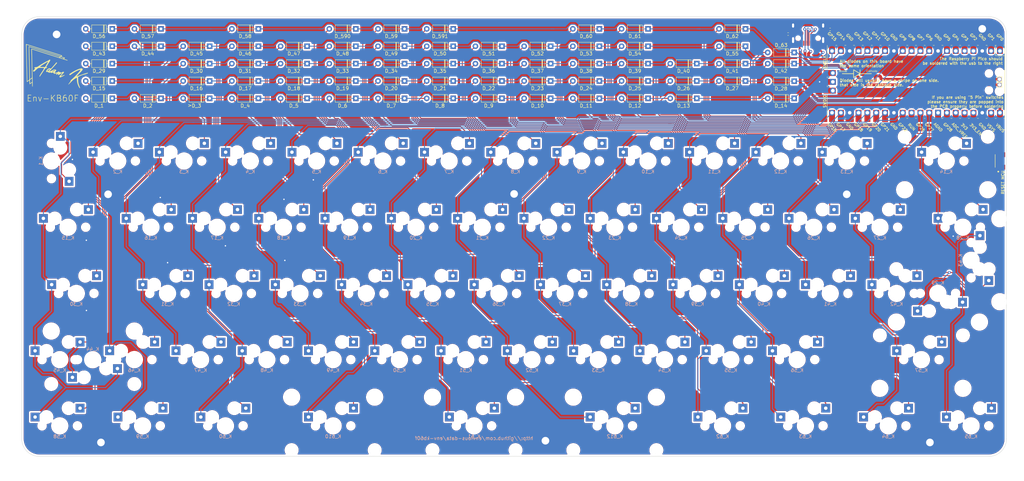
<source format=kicad_pcb>
(kicad_pcb (version 20171130) (host pcbnew "(5.1.10)-1")
  (layers (0 F.Cu signal) (31 B.Cu signal) (34 B.Paste user) (35 F.Paste user) (36 B.SilkS user) (37 F.SilkS user) (38 B.Mask user) (39 F.Mask user) (44 Edge.Cuts user))
  (net 0 "")
  (net 1 col0)
  (net 2 col1)
  (net 3 col2)
  (net 4 col3)
  (net 5 col4)
  (net 6 col5)
  (net 7 col6)
  (net 8 col7)
  (net 9 col8)
  (net 10 col9)
  (net 11 col10)
  (net 12 col11)
  (net 13 col12)
  (net 14 col13)
  (net 15 col14)
  (net 16 row0)
  (net 17 row1)
  (net 18 row2)
  (net 19 row3)
  (net 20 row4)
  (net 21 "Net-(D_1-Pad2)")
  (net 22 "Net-(D_2-Pad2)")
  (net 23 "Net-(D_3-Pad2)")
  (net 24 "Net-(D_4-Pad2)")
  (net 25 "Net-(D_5-Pad2)")
  (net 26 "Net-(D_6-Pad2)")
  (net 27 "Net-(D_7-Pad2)")
  (net 28 "Net-(D_8-Pad2)")
  (net 29 "Net-(D_9-Pad2)")
  (net 30 "Net-(D_10-Pad2)")
  (net 31 "Net-(D_11-Pad2)")
  (net 32 "Net-(D_12-Pad2)")
  (net 33 "Net-(D_13-Pad2)")
  (net 34 "Net-(D_14-Pad2)")
  (net 35 "Net-(D_15-Pad2)")
  (net 36 "Net-(D_16-Pad2)")
  (net 37 "Net-(D_17-Pad2)")
  (net 38 "Net-(D_18-Pad2)")
  (net 39 "Net-(D_19-Pad2)")
  (net 40 "Net-(D_20-Pad2)")
  (net 41 "Net-(D_21-Pad2)")
  (net 42 "Net-(D_22-Pad2)")
  (net 43 "Net-(D_23-Pad2)")
  (net 44 "Net-(D_24-Pad2)")
  (net 45 "Net-(D_25-Pad2)")
  (net 46 "Net-(D_26-Pad2)")
  (net 47 "Net-(D_28-Pad2)")
  (net 48 "Net-(D_29-Pad2)")
  (net 49 "Net-(D_30-Pad2)")
  (net 50 "Net-(D_31-Pad2)")
  (net 51 "Net-(D_32-Pad2)")
  (net 52 "Net-(D_33-Pad2)")
  (net 53 "Net-(D_34-Pad2)")
  (net 54 "Net-(D_35-Pad2)")
  (net 55 "Net-(D_36-Pad2)")
  (net 56 "Net-(D_37-Pad2)")
  (net 57 "Net-(D_38-Pad2)")
  (net 58 "Net-(D_39-Pad2)")
  (net 59 "Net-(D_40-Pad2)")
  (net 60 "Net-(D_27-Pad2)")
  (net 61 "Net-(D_41-Pad2)")
  (net 62 "Net-(D_42-Pad2)")
  (net 63 "Net-(D_43-Pad2)")
  (net 64 "Net-(D_44-Pad2)")
  (net 65 "Net-(D_45-Pad2)")
  (net 66 "Net-(D_46-Pad2)")
  (net 67 "Net-(D_47-Pad2)")
  (net 68 "Net-(D_48-Pad2)")
  (net 69 "Net-(D_49-Pad2)")
  (net 70 "Net-(D_50-Pad2)")
  (net 71 "Net-(D_51-Pad2)")
  (net 72 "Net-(D_52-Pad2)")
  (net 73 "Net-(D_53-Pad2)")
  (net 74 "Net-(D_54-Pad2)")
  (net 75 "Net-(D_55-Pad2)")
  (net 76 "Net-(D_56-Pad2)")
  (net 77 "Net-(D_57-Pad2)")
  (net 78 "Net-(D_58-Pad2)")
  (net 79 "Net-(D_59-Pad2)")
  (net 80 "Net-(D_60-Pad2)")
  (net 81 "Net-(D_61-Pad2)")
  (net 82 "Net-(U1-Pad43)")
  (net 83 "Net-(U1-Pad42)")
  (net 84 "Net-(U1-Pad41)")
  (net 85 "Net-(U1-Pad33)")
  (net 86 "Net-(U1-Pad34)")
  (net 87 "Net-(U1-Pad35)")
  (net 88 "Net-(U1-Pad36)")
  (net 89 "Net-(U1-Pad37)")
  (net 90 "Net-(U1-Pad39)")
  (net 91 "Net-(U1-Pad6)")
  (net 92 "Net-(U1-Pad5)")
  (net 93 "Net-(U1-Pad4)")
  (net 94 "Net-(U1-Pad2)")
  (net 95 "Net-(U1-Pad1)")
  (net 96 GND)
  (net 97 RUNPIN)
  (net 98 "Net-(D_62-Pad2)")
  (net 99 "Net-(D_63-Pad2)")
  (net 100 VBUS)
  (net 101 "Net-(5.1K2-Pad2)")
  (net 102 "Net-(5.1K1-Pad1)")
  (net 103 USB2_N)
  (net 104 USB2_P)
  (net 105 "Net-(D_590-Pad2)")
  (net 106 "Net-(D_591-Pad2)")
  (net 107 "Net-(USB1-Pad3)")
  (net 108 "Net-(USB1-Pad9)")
  (module MX_Only:MXOnly-1U-Hotswap (layer F.Cu) (at 85.525 74.525 270)
    (fp_text reference K_1)
    (fp_text value KEYSW)
    (fp_text user %R (at 0 3.048 90) (layer B.SilkS) (effects (justify mirror)))
    (pad 2 thru_hole rect (at 5.842 -5.08 270) (size 2.55 2.5) (drill 1) (layers *.Cu B.Paste B.Mask) (net 21 "Net-(D_1-Pad2)"))
    (pad 1 thru_hole rect (at -7.085 -2.54 270) (size 2.55 2.5) (drill 1) (layers *.Cu B.Paste B.Mask) (net 1 col0))
    (pad "" np_thru_hole circle (at 5.08 0 318.0996) (size 1.75 1.75) (drill 1.75) (layers *.Cu *.Mask))
    (pad "" np_thru_hole circle (at -5.08 0 318.0996) (size 1.75 1.75) (drill 1.75) (layers *.Cu *.Mask))
    (pad "" np_thru_hole circle (at -3.81 -2.54 270) (size 3 3) (drill 3) (layers *.Cu *.Mask))
    (pad "" np_thru_hole circle (at 0 0 270) (size 3.9878 3.9878) (drill 3.9878) (layers *.Cu *.Mask))
    (pad "" np_thru_hole circle (at 2.54 -5.08 270) (size 3 3) (drill 3) (layers *.Cu *.Mask))
  )
  (module MX_Only:MXOnly-1U-Hotswap (layer F.Cu) (at 299.8375 131.675)
    (fp_text reference K_56)
    (fp_text value KEYSW)
    (fp_text user %R (at 0 3.048) (layer B.SilkS) (effects (justify mirror)))
    (pad 2 thru_hole rect (at 5.842 -5.08) (size 2.55 2.5) (drill 1) (layers *.Cu B.Paste B.Mask) (net 74 "Net-(D_54-Pad2)"))
    (pad 1 thru_hole rect (at -7.085 -2.54) (size 2.55 2.5) (drill 1) (layers *.Cu B.Paste B.Mask) (net 12 col11))
    (pad "" np_thru_hole circle (at 5.08 0 48.0996) (size 1.75 1.75) (drill 1.75) (layers *.Cu *.Mask))
    (pad "" np_thru_hole circle (at -5.08 0 48.0996) (size 1.75 1.75) (drill 1.75) (layers *.Cu *.Mask))
    (pad "" np_thru_hole circle (at -3.81 -2.54) (size 3 3) (drill 3) (layers *.Cu *.Mask))
    (pad "" np_thru_hole circle (at 0 0) (size 3.9878 3.9878) (drill 3.9878) (layers *.Cu *.Mask))
    (pad "" np_thru_hole circle (at 2.54 -5.08) (size 3 3) (drill 3) (layers *.Cu *.Mask))
  )
  (module MX_Only:MXOnly-1U-Hotswap (layer F.Cu) (at 280.7875 131.675)
    (fp_text reference K_55)
    (fp_text value KEYSW)
    (fp_text user %R (at 0 3.048) (layer B.SilkS) (effects (justify mirror)))
    (pad 2 thru_hole rect (at 5.842 -5.08) (size 2.55 2.5) (drill 1) (layers *.Cu B.Paste B.Mask) (net 73 "Net-(D_53-Pad2)"))
    (pad 1 thru_hole rect (at -7.085 -2.54) (size 2.55 2.5) (drill 1) (layers *.Cu B.Paste B.Mask) (net 11 col10))
    (pad "" np_thru_hole circle (at 5.08 0 48.0996) (size 1.75 1.75) (drill 1.75) (layers *.Cu *.Mask))
    (pad "" np_thru_hole circle (at -5.08 0 48.0996) (size 1.75 1.75) (drill 1.75) (layers *.Cu *.Mask))
    (pad "" np_thru_hole circle (at -3.81 -2.54) (size 3 3) (drill 3) (layers *.Cu *.Mask))
    (pad "" np_thru_hole circle (at 0 0) (size 3.9878 3.9878) (drill 3.9878) (layers *.Cu *.Mask))
    (pad "" np_thru_hole circle (at 2.54 -5.08) (size 3 3) (drill 3) (layers *.Cu *.Mask))
  )
  (module MX_Only:MXOnly-1U-Hotswap (layer F.Cu) (at 261.7375 131.675)
    (fp_text reference K_54)
    (fp_text value KEYSW)
    (fp_text user %R (at 0 3.048) (layer B.SilkS) (effects (justify mirror)))
    (pad 2 thru_hole rect (at 5.842 -5.08) (size 2.55 2.5) (drill 1) (layers *.Cu B.Paste B.Mask) (net 72 "Net-(D_52-Pad2)"))
    (pad 1 thru_hole rect (at -7.085 -2.54) (size 2.55 2.5) (drill 1) (layers *.Cu B.Paste B.Mask) (net 10 col9))
    (pad "" np_thru_hole circle (at 5.08 0 48.0996) (size 1.75 1.75) (drill 1.75) (layers *.Cu *.Mask))
    (pad "" np_thru_hole circle (at -5.08 0 48.0996) (size 1.75 1.75) (drill 1.75) (layers *.Cu *.Mask))
    (pad "" np_thru_hole circle (at -3.81 -2.54) (size 3 3) (drill 3) (layers *.Cu *.Mask))
    (pad "" np_thru_hole circle (at 0 0) (size 3.9878 3.9878) (drill 3.9878) (layers *.Cu *.Mask))
    (pad "" np_thru_hole circle (at 2.54 -5.08) (size 3 3) (drill 3) (layers *.Cu *.Mask))
  )
  (module MX_Only:MXOnly-1U-Hotswap (layer F.Cu) (at 242.6875 131.675)
    (fp_text reference K_53)
    (fp_text value KEYSW)
    (fp_text user %R (at 0 3.048) (layer B.SilkS) (effects (justify mirror)))
    (pad 2 thru_hole rect (at 5.842 -5.08) (size 2.55 2.5) (drill 1) (layers *.Cu B.Paste B.Mask) (net 71 "Net-(D_51-Pad2)"))
    (pad 1 thru_hole rect (at -7.085 -2.54) (size 2.55 2.5) (drill 1) (layers *.Cu B.Paste B.Mask) (net 9 col8))
    (pad "" np_thru_hole circle (at 5.08 0 48.0996) (size 1.75 1.75) (drill 1.75) (layers *.Cu *.Mask))
    (pad "" np_thru_hole circle (at -5.08 0 48.0996) (size 1.75 1.75) (drill 1.75) (layers *.Cu *.Mask))
    (pad "" np_thru_hole circle (at -3.81 -2.54) (size 3 3) (drill 3) (layers *.Cu *.Mask))
    (pad "" np_thru_hole circle (at 0 0) (size 3.9878 3.9878) (drill 3.9878) (layers *.Cu *.Mask))
    (pad "" np_thru_hole circle (at 2.54 -5.08) (size 3 3) (drill 3) (layers *.Cu *.Mask))
  )
  (module MX_Only:MXOnly-1U-Hotswap (layer F.Cu) (at 223.6375 131.675)
    (fp_text reference K_52)
    (fp_text value KEYSW)
    (fp_text user %R (at 0 3.048) (layer B.SilkS) (effects (justify mirror)))
    (pad 2 thru_hole rect (at 5.842 -5.08) (size 2.55 2.5) (drill 1) (layers *.Cu B.Paste B.Mask) (net 70 "Net-(D_50-Pad2)"))
    (pad 1 thru_hole rect (at -7.085 -2.54) (size 2.55 2.5) (drill 1) (layers *.Cu B.Paste B.Mask) (net 8 col7))
    (pad "" np_thru_hole circle (at 5.08 0 48.0996) (size 1.75 1.75) (drill 1.75) (layers *.Cu *.Mask))
    (pad "" np_thru_hole circle (at -5.08 0 48.0996) (size 1.75 1.75) (drill 1.75) (layers *.Cu *.Mask))
    (pad "" np_thru_hole circle (at -3.81 -2.54) (size 3 3) (drill 3) (layers *.Cu *.Mask))
    (pad "" np_thru_hole circle (at 0 0) (size 3.9878 3.9878) (drill 3.9878) (layers *.Cu *.Mask))
    (pad "" np_thru_hole circle (at 2.54 -5.08) (size 3 3) (drill 3) (layers *.Cu *.Mask))
  )
  (module MX_Only:MXOnly-1U-Hotswap (layer F.Cu) (at 204.5875 131.675)
    (fp_text reference K_51)
    (fp_text value KEYSW)
    (fp_text user %R (at 0 3.048) (layer B.SilkS) (effects (justify mirror)))
    (pad 2 thru_hole rect (at 5.842 -5.08) (size 2.55 2.5) (drill 1) (layers *.Cu B.Paste B.Mask) (net 69 "Net-(D_49-Pad2)"))
    (pad 1 thru_hole rect (at -7.085 -2.54) (size 2.55 2.5) (drill 1) (layers *.Cu B.Paste B.Mask) (net 7 col6))
    (pad "" np_thru_hole circle (at 5.08 0 48.0996) (size 1.75 1.75) (drill 1.75) (layers *.Cu *.Mask))
    (pad "" np_thru_hole circle (at -5.08 0 48.0996) (size 1.75 1.75) (drill 1.75) (layers *.Cu *.Mask))
    (pad "" np_thru_hole circle (at -3.81 -2.54) (size 3 3) (drill 3) (layers *.Cu *.Mask))
    (pad "" np_thru_hole circle (at 0 0) (size 3.9878 3.9878) (drill 3.9878) (layers *.Cu *.Mask))
    (pad "" np_thru_hole circle (at 2.54 -5.08) (size 3 3) (drill 3) (layers *.Cu *.Mask))
  )
  (module MX_Only:MXOnly-1U-Hotswap (layer F.Cu) (at 185.5375 131.675)
    (fp_text reference K_50)
    (fp_text value KEYSW)
    (fp_text user %R (at 0 3.048) (layer B.SilkS) (effects (justify mirror)))
    (pad 2 thru_hole rect (at 5.842 -5.08) (size 2.55 2.5) (drill 1) (layers *.Cu B.Paste B.Mask) (net 68 "Net-(D_48-Pad2)"))
    (pad 1 thru_hole rect (at -7.085 -2.54) (size 2.55 2.5) (drill 1) (layers *.Cu B.Paste B.Mask) (net 6 col5))
    (pad "" np_thru_hole circle (at 5.08 0 48.0996) (size 1.75 1.75) (drill 1.75) (layers *.Cu *.Mask))
    (pad "" np_thru_hole circle (at -5.08 0 48.0996) (size 1.75 1.75) (drill 1.75) (layers *.Cu *.Mask))
    (pad "" np_thru_hole circle (at -3.81 -2.54) (size 3 3) (drill 3) (layers *.Cu *.Mask))
    (pad "" np_thru_hole circle (at 0 0) (size 3.9878 3.9878) (drill 3.9878) (layers *.Cu *.Mask))
    (pad "" np_thru_hole circle (at 2.54 -5.08) (size 3 3) (drill 3) (layers *.Cu *.Mask))
  )
  (module MX_Only:MXOnly-1U-Hotswap (layer F.Cu) (at 166.4875 131.675)
    (fp_text reference K_49)
    (fp_text value KEYSW)
    (fp_text user %R (at 0 3.048) (layer B.SilkS) (effects (justify mirror)))
    (pad 2 thru_hole rect (at 5.842 -5.08) (size 2.55 2.5) (drill 1) (layers *.Cu B.Paste B.Mask) (net 67 "Net-(D_47-Pad2)"))
    (pad 1 thru_hole rect (at -7.085 -2.54) (size 2.55 2.5) (drill 1) (layers *.Cu B.Paste B.Mask) (net 5 col4))
    (pad "" np_thru_hole circle (at 5.08 0 48.0996) (size 1.75 1.75) (drill 1.75) (layers *.Cu *.Mask))
    (pad "" np_thru_hole circle (at -5.08 0 48.0996) (size 1.75 1.75) (drill 1.75) (layers *.Cu *.Mask))
    (pad "" np_thru_hole circle (at -3.81 -2.54) (size 3 3) (drill 3) (layers *.Cu *.Mask))
    (pad "" np_thru_hole circle (at 0 0) (size 3.9878 3.9878) (drill 3.9878) (layers *.Cu *.Mask))
    (pad "" np_thru_hole circle (at 2.54 -5.08) (size 3 3) (drill 3) (layers *.Cu *.Mask))
  )
  (module MX_Only:MXOnly-1U-Hotswap (layer F.Cu) (at 147.4375 131.675)
    (fp_text reference K_48)
    (fp_text value KEYSW)
    (fp_text user %R (at 0 3.048) (layer B.SilkS) (effects (justify mirror)))
    (pad 2 thru_hole rect (at 5.842 -5.08) (size 2.55 2.5) (drill 1) (layers *.Cu B.Paste B.Mask) (net 66 "Net-(D_46-Pad2)"))
    (pad 1 thru_hole rect (at -7.085 -2.54) (size 2.55 2.5) (drill 1) (layers *.Cu B.Paste B.Mask) (net 4 col3))
    (pad "" np_thru_hole circle (at 5.08 0 48.0996) (size 1.75 1.75) (drill 1.75) (layers *.Cu *.Mask))
    (pad "" np_thru_hole circle (at -5.08 0 48.0996) (size 1.75 1.75) (drill 1.75) (layers *.Cu *.Mask))
    (pad "" np_thru_hole circle (at -3.81 -2.54) (size 3 3) (drill 3) (layers *.Cu *.Mask))
    (pad "" np_thru_hole circle (at 0 0) (size 3.9878 3.9878) (drill 3.9878) (layers *.Cu *.Mask))
    (pad "" np_thru_hole circle (at 2.54 -5.08) (size 3 3) (drill 3) (layers *.Cu *.Mask))
  )
  (module MX_Only:MXOnly-1U-Hotswap (layer F.Cu) (at 128.3875 131.675)
    (fp_text reference K_47)
    (fp_text value KEYSW)
    (fp_text user %R (at 0 3.048) (layer B.SilkS) (effects (justify mirror)))
    (pad 2 thru_hole rect (at 5.842 -5.08) (size 2.55 2.5) (drill 1) (layers *.Cu B.Paste B.Mask) (net 65 "Net-(D_45-Pad2)"))
    (pad 1 thru_hole rect (at -7.085 -2.54) (size 2.55 2.5) (drill 1) (layers *.Cu B.Paste B.Mask) (net 3 col2))
    (pad "" np_thru_hole circle (at 5.08 0 48.0996) (size 1.75 1.75) (drill 1.75) (layers *.Cu *.Mask))
    (pad "" np_thru_hole circle (at -5.08 0 48.0996) (size 1.75 1.75) (drill 1.75) (layers *.Cu *.Mask))
    (pad "" np_thru_hole circle (at -3.81 -2.54) (size 3 3) (drill 3) (layers *.Cu *.Mask))
    (pad "" np_thru_hole circle (at 0 0) (size 3.9878 3.9878) (drill 3.9878) (layers *.Cu *.Mask))
    (pad "" np_thru_hole circle (at 2.54 -5.08) (size 3 3) (drill 3) (layers *.Cu *.Mask))
  )
  (module MX_Only:MXOnly-1U-Hotswap (layer F.Cu) (at 109.3375 131.675)
    (fp_text reference K_46)
    (fp_text value KEYSW)
    (fp_text user %R (at 0 3.048) (layer B.SilkS) (effects (justify mirror)))
    (pad 2 thru_hole rect (at 5.842 -5.08) (size 2.55 2.5) (drill 1) (layers *.Cu B.Paste B.Mask) (net 64 "Net-(D_44-Pad2)"))
    (pad 1 thru_hole rect (at -7.085 -2.54) (size 2.55 2.5) (drill 1) (layers *.Cu B.Paste B.Mask) (net 2 col1))
    (pad "" np_thru_hole circle (at 5.08 0 48.0996) (size 1.75 1.75) (drill 1.75) (layers *.Cu *.Mask))
    (pad "" np_thru_hole circle (at -5.08 0 48.0996) (size 1.75 1.75) (drill 1.75) (layers *.Cu *.Mask))
    (pad "" np_thru_hole circle (at -3.81 -2.54) (size 3 3) (drill 3) (layers *.Cu *.Mask))
    (pad "" np_thru_hole circle (at 0 0) (size 3.9878 3.9878) (drill 3.9878) (layers *.Cu *.Mask))
    (pad "" np_thru_hole circle (at 2.54 -5.08) (size 3 3) (drill 3) (layers *.Cu *.Mask))
  )
  (module MX_Only:MXOnly-1U-Hotswap (layer F.Cu) (at 328.4125 112.625)
    (fp_text reference K_42)
    (fp_text value KEYSW)
    (fp_text user %R (at 0 3.048) (layer B.SilkS) (effects (justify mirror)))
    (pad 2 thru_hole rect (at 5.842 -5.08) (size 2.55 2.5) (drill 1) (layers *.Cu B.Paste B.Mask) (net 61 "Net-(D_41-Pad2)"))
    (pad 1 thru_hole rect (at -7.085 -2.54) (size 2.55 2.5) (drill 1) (layers *.Cu B.Paste B.Mask) (net 14 col13))
    (pad "" np_thru_hole circle (at 5.08 0 48.0996) (size 1.75 1.75) (drill 1.75) (layers *.Cu *.Mask))
    (pad "" np_thru_hole circle (at -5.08 0 48.0996) (size 1.75 1.75) (drill 1.75) (layers *.Cu *.Mask))
    (pad "" np_thru_hole circle (at -3.81 -2.54) (size 3 3) (drill 3) (layers *.Cu *.Mask))
    (pad "" np_thru_hole circle (at 0 0) (size 3.9878 3.9878) (drill 3.9878) (layers *.Cu *.Mask))
    (pad "" np_thru_hole circle (at 2.54 -5.08) (size 3 3) (drill 3) (layers *.Cu *.Mask))
  )
  (module MX_Only:MXOnly-1U-Hotswap (layer F.Cu) (at 309.3625 112.625)
    (fp_text reference K_41)
    (fp_text value KEYSW)
    (fp_text user %R (at 0 3.048) (layer B.SilkS) (effects (justify mirror)))
    (pad 2 thru_hole rect (at 5.842 -5.08) (size 2.55 2.5) (drill 1) (layers *.Cu B.Paste B.Mask) (net 59 "Net-(D_40-Pad2)"))
    (pad 1 thru_hole rect (at -7.085 -2.54) (size 2.55 2.5) (drill 1) (layers *.Cu B.Paste B.Mask) (net 13 col12))
    (pad "" np_thru_hole circle (at 5.08 0 48.0996) (size 1.75 1.75) (drill 1.75) (layers *.Cu *.Mask))
    (pad "" np_thru_hole circle (at -5.08 0 48.0996) (size 1.75 1.75) (drill 1.75) (layers *.Cu *.Mask))
    (pad "" np_thru_hole circle (at -3.81 -2.54) (size 3 3) (drill 3) (layers *.Cu *.Mask))
    (pad "" np_thru_hole circle (at 0 0) (size 3.9878 3.9878) (drill 3.9878) (layers *.Cu *.Mask))
    (pad "" np_thru_hole circle (at 2.54 -5.08) (size 3 3) (drill 3) (layers *.Cu *.Mask))
  )
  (module MX_Only:MXOnly-1U-Hotswap (layer F.Cu) (at 290.3125 112.625)
    (fp_text reference K_40)
    (fp_text value KEYSW)
    (fp_text user %R (at 0 3.048) (layer B.SilkS) (effects (justify mirror)))
    (pad 2 thru_hole rect (at 5.842 -5.08) (size 2.55 2.5) (drill 1) (layers *.Cu B.Paste B.Mask) (net 58 "Net-(D_39-Pad2)"))
    (pad 1 thru_hole rect (at -7.085 -2.54) (size 2.55 2.5) (drill 1) (layers *.Cu B.Paste B.Mask) (net 12 col11))
    (pad "" np_thru_hole circle (at 5.08 0 48.0996) (size 1.75 1.75) (drill 1.75) (layers *.Cu *.Mask))
    (pad "" np_thru_hole circle (at -5.08 0 48.0996) (size 1.75 1.75) (drill 1.75) (layers *.Cu *.Mask))
    (pad "" np_thru_hole circle (at -3.81 -2.54) (size 3 3) (drill 3) (layers *.Cu *.Mask))
    (pad "" np_thru_hole circle (at 0 0) (size 3.9878 3.9878) (drill 3.9878) (layers *.Cu *.Mask))
    (pad "" np_thru_hole circle (at 2.54 -5.08) (size 3 3) (drill 3) (layers *.Cu *.Mask))
  )
  (module MX_Only:MXOnly-1U-Hotswap (layer F.Cu) (at 271.2625 112.625)
    (fp_text reference K_39)
    (fp_text value KEYSW)
    (fp_text user %R (at 0 3.048) (layer B.SilkS) (effects (justify mirror)))
    (pad 2 thru_hole rect (at 5.842 -5.08) (size 2.55 2.5) (drill 1) (layers *.Cu B.Paste B.Mask) (net 57 "Net-(D_38-Pad2)"))
    (pad 1 thru_hole rect (at -7.085 -2.54) (size 2.55 2.5) (drill 1) (layers *.Cu B.Paste B.Mask) (net 11 col10))
    (pad "" np_thru_hole circle (at 5.08 0 48.0996) (size 1.75 1.75) (drill 1.75) (layers *.Cu *.Mask))
    (pad "" np_thru_hole circle (at -5.08 0 48.0996) (size 1.75 1.75) (drill 1.75) (layers *.Cu *.Mask))
    (pad "" np_thru_hole circle (at -3.81 -2.54) (size 3 3) (drill 3) (layers *.Cu *.Mask))
    (pad "" np_thru_hole circle (at 0 0) (size 3.9878 3.9878) (drill 3.9878) (layers *.Cu *.Mask))
    (pad "" np_thru_hole circle (at 2.54 -5.08) (size 3 3) (drill 3) (layers *.Cu *.Mask))
  )
  (module MX_Only:MXOnly-1U-Hotswap (layer F.Cu) (at 252.2125 112.625)
    (fp_text reference K_38)
    (fp_text value KEYSW)
    (fp_text user %R (at 0 3.048) (layer B.SilkS) (effects (justify mirror)))
    (pad 2 thru_hole rect (at 5.842 -5.08) (size 2.55 2.5) (drill 1) (layers *.Cu B.Paste B.Mask) (net 56 "Net-(D_37-Pad2)"))
    (pad 1 thru_hole rect (at -7.085 -2.54) (size 2.55 2.5) (drill 1) (layers *.Cu B.Paste B.Mask) (net 10 col9))
    (pad "" np_thru_hole circle (at 5.08 0 48.0996) (size 1.75 1.75) (drill 1.75) (layers *.Cu *.Mask))
    (pad "" np_thru_hole circle (at -5.08 0 48.0996) (size 1.75 1.75) (drill 1.75) (layers *.Cu *.Mask))
    (pad "" np_thru_hole circle (at -3.81 -2.54) (size 3 3) (drill 3) (layers *.Cu *.Mask))
    (pad "" np_thru_hole circle (at 0 0) (size 3.9878 3.9878) (drill 3.9878) (layers *.Cu *.Mask))
    (pad "" np_thru_hole circle (at 2.54 -5.08) (size 3 3) (drill 3) (layers *.Cu *.Mask))
  )
  (module MX_Only:MXOnly-1U-Hotswap (layer F.Cu) (at 233.1625 112.625)
    (fp_text reference K_37)
    (fp_text value KEYSW)
    (fp_text user %R (at 0 3.048) (layer B.SilkS) (effects (justify mirror)))
    (pad 2 thru_hole rect (at 5.842 -5.08) (size 2.55 2.5) (drill 1) (layers *.Cu B.Paste B.Mask) (net 55 "Net-(D_36-Pad2)"))
    (pad 1 thru_hole rect (at -7.085 -2.54) (size 2.55 2.5) (drill 1) (layers *.Cu B.Paste B.Mask) (net 9 col8))
    (pad "" np_thru_hole circle (at 5.08 0 48.0996) (size 1.75 1.75) (drill 1.75) (layers *.Cu *.Mask))
    (pad "" np_thru_hole circle (at -5.08 0 48.0996) (size 1.75 1.75) (drill 1.75) (layers *.Cu *.Mask))
    (pad "" np_thru_hole circle (at -3.81 -2.54) (size 3 3) (drill 3) (layers *.Cu *.Mask))
    (pad "" np_thru_hole circle (at 0 0) (size 3.9878 3.9878) (drill 3.9878) (layers *.Cu *.Mask))
    (pad "" np_thru_hole circle (at 2.54 -5.08) (size 3 3) (drill 3) (layers *.Cu *.Mask))
  )
  (module MX_Only:MXOnly-1U-Hotswap (layer F.Cu) (at 214.1125 112.625)
    (fp_text reference K_36)
    (fp_text value KEYSW)
    (fp_text user %R (at 0 3.048) (layer B.SilkS) (effects (justify mirror)))
    (pad 2 thru_hole rect (at 5.842 -5.08) (size 2.55 2.5) (drill 1) (layers *.Cu B.Paste B.Mask) (net 54 "Net-(D_35-Pad2)"))
    (pad 1 thru_hole rect (at -7.085 -2.54) (size 2.55 2.5) (drill 1) (layers *.Cu B.Paste B.Mask) (net 8 col7))
    (pad "" np_thru_hole circle (at 5.08 0 48.0996) (size 1.75 1.75) (drill 1.75) (layers *.Cu *.Mask))
    (pad "" np_thru_hole circle (at -5.08 0 48.0996) (size 1.75 1.75) (drill 1.75) (layers *.Cu *.Mask))
    (pad "" np_thru_hole circle (at -3.81 -2.54) (size 3 3) (drill 3) (layers *.Cu *.Mask))
    (pad "" np_thru_hole circle (at 0 0) (size 3.9878 3.9878) (drill 3.9878) (layers *.Cu *.Mask))
    (pad "" np_thru_hole circle (at 2.54 -5.08) (size 3 3) (drill 3) (layers *.Cu *.Mask))
  )
  (module MX_Only:MXOnly-1U-Hotswap (layer F.Cu) (at 195.0625 112.625)
    (fp_text reference K_35)
    (fp_text value KEYSW)
    (fp_text user %R (at 0 3.048) (layer B.SilkS) (effects (justify mirror)))
    (pad 2 thru_hole rect (at 5.842 -5.08) (size 2.55 2.5) (drill 1) (layers *.Cu B.Paste B.Mask) (net 53 "Net-(D_34-Pad2)"))
    (pad 1 thru_hole rect (at -7.085 -2.54) (size 2.55 2.5) (drill 1) (layers *.Cu B.Paste B.Mask) (net 7 col6))
    (pad "" np_thru_hole circle (at 5.08 0 48.0996) (size 1.75 1.75) (drill 1.75) (layers *.Cu *.Mask))
    (pad "" np_thru_hole circle (at -5.08 0 48.0996) (size 1.75 1.75) (drill 1.75) (layers *.Cu *.Mask))
    (pad "" np_thru_hole circle (at -3.81 -2.54) (size 3 3) (drill 3) (layers *.Cu *.Mask))
    (pad "" np_thru_hole circle (at 0 0) (size 3.9878 3.9878) (drill 3.9878) (layers *.Cu *.Mask))
    (pad "" np_thru_hole circle (at 2.54 -5.08) (size 3 3) (drill 3) (layers *.Cu *.Mask))
  )
  (module MX_Only:MXOnly-1U-Hotswap (layer F.Cu) (at 176.0125 112.625)
    (fp_text reference K_34)
    (fp_text value KEYSW)
    (fp_text user %R (at 0 3.048) (layer B.SilkS) (effects (justify mirror)))
    (pad 2 thru_hole rect (at 5.842 -5.08) (size 2.55 2.5) (drill 1) (layers *.Cu B.Paste B.Mask) (net 52 "Net-(D_33-Pad2)"))
    (pad 1 thru_hole rect (at -7.085 -2.54) (size 2.55 2.5) (drill 1) (layers *.Cu B.Paste B.Mask) (net 6 col5))
    (pad "" np_thru_hole circle (at 5.08 0 48.0996) (size 1.75 1.75) (drill 1.75) (layers *.Cu *.Mask))
    (pad "" np_thru_hole circle (at -5.08 0 48.0996) (size 1.75 1.75) (drill 1.75) (layers *.Cu *.Mask))
    (pad "" np_thru_hole circle (at -3.81 -2.54) (size 3 3) (drill 3) (layers *.Cu *.Mask))
    (pad "" np_thru_hole circle (at 0 0) (size 3.9878 3.9878) (drill 3.9878) (layers *.Cu *.Mask))
    (pad "" np_thru_hole circle (at 2.54 -5.08) (size 3 3) (drill 3) (layers *.Cu *.Mask))
  )
  (module MX_Only:MXOnly-1U-Hotswap (layer F.Cu) (at 156.9625 112.625)
    (fp_text reference K_33)
    (fp_text value KEYSW)
    (fp_text user %R (at 0 3.048) (layer B.SilkS) (effects (justify mirror)))
    (pad 2 thru_hole rect (at 5.842 -5.08) (size 2.55 2.5) (drill 1) (layers *.Cu B.Paste B.Mask) (net 51 "Net-(D_32-Pad2)"))
    (pad 1 thru_hole rect (at -7.085 -2.54) (size 2.55 2.5) (drill 1) (layers *.Cu B.Paste B.Mask) (net 5 col4))
    (pad "" np_thru_hole circle (at 5.08 0 48.0996) (size 1.75 1.75) (drill 1.75) (layers *.Cu *.Mask))
    (pad "" np_thru_hole circle (at -5.08 0 48.0996) (size 1.75 1.75) (drill 1.75) (layers *.Cu *.Mask))
    (pad "" np_thru_hole circle (at -3.81 -2.54) (size 3 3) (drill 3) (layers *.Cu *.Mask))
    (pad "" np_thru_hole circle (at 0 0) (size 3.9878 3.9878) (drill 3.9878) (layers *.Cu *.Mask))
    (pad "" np_thru_hole circle (at 2.54 -5.08) (size 3 3) (drill 3) (layers *.Cu *.Mask))
  )
  (module MX_Only:MXOnly-1U-Hotswap (layer F.Cu) (at 137.9125 112.625)
    (fp_text reference K_32)
    (fp_text value KEYSW)
    (fp_text user %R (at 0 3.048) (layer B.SilkS) (effects (justify mirror)))
    (pad 2 thru_hole rect (at 5.842 -5.08) (size 2.55 2.5) (drill 1) (layers *.Cu B.Paste B.Mask) (net 50 "Net-(D_31-Pad2)"))
    (pad 1 thru_hole rect (at -7.085 -2.54) (size 2.55 2.5) (drill 1) (layers *.Cu B.Paste B.Mask) (net 4 col3))
    (pad "" np_thru_hole circle (at 5.08 0 48.0996) (size 1.75 1.75) (drill 1.75) (layers *.Cu *.Mask))
    (pad "" np_thru_hole circle (at -5.08 0 48.0996) (size 1.75 1.75) (drill 1.75) (layers *.Cu *.Mask))
    (pad "" np_thru_hole circle (at -3.81 -2.54) (size 3 3) (drill 3) (layers *.Cu *.Mask))
    (pad "" np_thru_hole circle (at 0 0) (size 3.9878 3.9878) (drill 3.9878) (layers *.Cu *.Mask))
    (pad "" np_thru_hole circle (at 2.54 -5.08) (size 3 3) (drill 3) (layers *.Cu *.Mask))
  )
  (module MX_Only:MXOnly-1U-Hotswap (layer F.Cu) (at 118.8625 112.625)
    (fp_text reference K_31)
    (fp_text value KEYSW)
    (fp_text user %R (at 0 3.048) (layer B.SilkS) (effects (justify mirror)))
    (pad 2 thru_hole rect (at 5.842 -5.08) (size 2.55 2.5) (drill 1) (layers *.Cu B.Paste B.Mask) (net 49 "Net-(D_30-Pad2)"))
    (pad 1 thru_hole rect (at -7.085 -2.54) (size 2.55 2.5) (drill 1) (layers *.Cu B.Paste B.Mask) (net 3 col2))
    (pad "" np_thru_hole circle (at 5.08 0 48.0996) (size 1.75 1.75) (drill 1.75) (layers *.Cu *.Mask))
    (pad "" np_thru_hole circle (at -5.08 0 48.0996) (size 1.75 1.75) (drill 1.75) (layers *.Cu *.Mask))
    (pad "" np_thru_hole circle (at -3.81 -2.54) (size 3 3) (drill 3) (layers *.Cu *.Mask))
    (pad "" np_thru_hole circle (at 0 0) (size 3.9878 3.9878) (drill 3.9878) (layers *.Cu *.Mask))
    (pad "" np_thru_hole circle (at 2.54 -5.08) (size 3 3) (drill 3) (layers *.Cu *.Mask))
  )
  (module MX_Only:MXOnly-1U-Hotswap (layer F.Cu) (at 323.65 93.575)
    (fp_text reference K_27)
    (fp_text value KEYSW)
    (fp_text user %R (at 0 3.048) (layer B.SilkS) (effects (justify mirror)))
    (pad 2 thru_hole rect (at 5.842 -5.08) (size 2.55 2.5) (drill 1) (layers *.Cu B.Paste B.Mask) (net 60 "Net-(D_27-Pad2)"))
    (pad 1 thru_hole rect (at -7.085 -2.54) (size 2.55 2.5) (drill 1) (layers *.Cu B.Paste B.Mask) (net 14 col13))
    (pad "" np_thru_hole circle (at 5.08 0 48.0996) (size 1.75 1.75) (drill 1.75) (layers *.Cu *.Mask))
    (pad "" np_thru_hole circle (at -5.08 0 48.0996) (size 1.75 1.75) (drill 1.75) (layers *.Cu *.Mask))
    (pad "" np_thru_hole circle (at -3.81 -2.54) (size 3 3) (drill 3) (layers *.Cu *.Mask))
    (pad "" np_thru_hole circle (at 0 0) (size 3.9878 3.9878) (drill 3.9878) (layers *.Cu *.Mask))
    (pad "" np_thru_hole circle (at 2.54 -5.08) (size 3 3) (drill 3) (layers *.Cu *.Mask))
  )
  (module MX_Only:MXOnly-1U-Hotswap (layer F.Cu) (at 304.6 93.575)
    (fp_text reference K_26)
    (fp_text value KEYSW)
    (fp_text user %R (at 0 3.048) (layer B.SilkS) (effects (justify mirror)))
    (pad 2 thru_hole rect (at 5.842 -5.08) (size 2.55 2.5) (drill 1) (layers *.Cu B.Paste B.Mask) (net 46 "Net-(D_26-Pad2)"))
    (pad 1 thru_hole rect (at -7.085 -2.54) (size 2.55 2.5) (drill 1) (layers *.Cu B.Paste B.Mask) (net 13 col12))
    (pad "" np_thru_hole circle (at 5.08 0 48.0996) (size 1.75 1.75) (drill 1.75) (layers *.Cu *.Mask))
    (pad "" np_thru_hole circle (at -5.08 0 48.0996) (size 1.75 1.75) (drill 1.75) (layers *.Cu *.Mask))
    (pad "" np_thru_hole circle (at -3.81 -2.54) (size 3 3) (drill 3) (layers *.Cu *.Mask))
    (pad "" np_thru_hole circle (at 0 0) (size 3.9878 3.9878) (drill 3.9878) (layers *.Cu *.Mask))
    (pad "" np_thru_hole circle (at 2.54 -5.08) (size 3 3) (drill 3) (layers *.Cu *.Mask))
  )
  (module MX_Only:MXOnly-1U-Hotswap (layer F.Cu) (at 285.55 93.575)
    (fp_text reference K_25)
    (fp_text value KEYSW)
    (fp_text user %R (at 0 3.048) (layer B.SilkS) (effects (justify mirror)))
    (pad 2 thru_hole rect (at 5.842 -5.08) (size 2.55 2.5) (drill 1) (layers *.Cu B.Paste B.Mask) (net 45 "Net-(D_25-Pad2)"))
    (pad 1 thru_hole rect (at -7.085 -2.54) (size 2.55 2.5) (drill 1) (layers *.Cu B.Paste B.Mask) (net 12 col11))
    (pad "" np_thru_hole circle (at 5.08 0 48.0996) (size 1.75 1.75) (drill 1.75) (layers *.Cu *.Mask))
    (pad "" np_thru_hole circle (at -5.08 0 48.0996) (size 1.75 1.75) (drill 1.75) (layers *.Cu *.Mask))
    (pad "" np_thru_hole circle (at -3.81 -2.54) (size 3 3) (drill 3) (layers *.Cu *.Mask))
    (pad "" np_thru_hole circle (at 0 0) (size 3.9878 3.9878) (drill 3.9878) (layers *.Cu *.Mask))
    (pad "" np_thru_hole circle (at 2.54 -5.08) (size 3 3) (drill 3) (layers *.Cu *.Mask))
  )
  (module MX_Only:MXOnly-1U-Hotswap (layer F.Cu) (at 266.5 93.575)
    (fp_text reference K_24)
    (fp_text value KEYSW)
    (fp_text user %R (at 0 3.048) (layer B.SilkS) (effects (justify mirror)))
    (pad 2 thru_hole rect (at 5.842 -5.08) (size 2.55 2.5) (drill 1) (layers *.Cu B.Paste B.Mask) (net 44 "Net-(D_24-Pad2)"))
    (pad 1 thru_hole rect (at -7.085 -2.54) (size 2.55 2.5) (drill 1) (layers *.Cu B.Paste B.Mask) (net 11 col10))
    (pad "" np_thru_hole circle (at 5.08 0 48.0996) (size 1.75 1.75) (drill 1.75) (layers *.Cu *.Mask))
    (pad "" np_thru_hole circle (at -5.08 0 48.0996) (size 1.75 1.75) (drill 1.75) (layers *.Cu *.Mask))
    (pad "" np_thru_hole circle (at -3.81 -2.54) (size 3 3) (drill 3) (layers *.Cu *.Mask))
    (pad "" np_thru_hole circle (at 0 0) (size 3.9878 3.9878) (drill 3.9878) (layers *.Cu *.Mask))
    (pad "" np_thru_hole circle (at 2.54 -5.08) (size 3 3) (drill 3) (layers *.Cu *.Mask))
  )
  (module MX_Only:MXOnly-1U-Hotswap (layer F.Cu) (at 247.45 93.575)
    (fp_text reference K_23)
    (fp_text value KEYSW)
    (fp_text user %R (at 0 3.048) (layer B.SilkS) (effects (justify mirror)))
    (pad 2 thru_hole rect (at 5.842 -5.08) (size 2.55 2.5) (drill 1) (layers *.Cu B.Paste B.Mask) (net 43 "Net-(D_23-Pad2)"))
    (pad 1 thru_hole rect (at -7.085 -2.54) (size 2.55 2.5) (drill 1) (layers *.Cu B.Paste B.Mask) (net 10 col9))
    (pad "" np_thru_hole circle (at 5.08 0 48.0996) (size 1.75 1.75) (drill 1.75) (layers *.Cu *.Mask))
    (pad "" np_thru_hole circle (at -5.08 0 48.0996) (size 1.75 1.75) (drill 1.75) (layers *.Cu *.Mask))
    (pad "" np_thru_hole circle (at -3.81 -2.54) (size 3 3) (drill 3) (layers *.Cu *.Mask))
    (pad "" np_thru_hole circle (at 0 0) (size 3.9878 3.9878) (drill 3.9878) (layers *.Cu *.Mask))
    (pad "" np_thru_hole circle (at 2.54 -5.08) (size 3 3) (drill 3) (layers *.Cu *.Mask))
  )
  (module MX_Only:MXOnly-1U-Hotswap (layer F.Cu) (at 228.4 93.575)
    (fp_text reference K_22)
    (fp_text value KEYSW)
    (fp_text user %R (at 0 3.048) (layer B.SilkS) (effects (justify mirror)))
    (pad 2 thru_hole rect (at 5.842 -5.08) (size 2.55 2.5) (drill 1) (layers *.Cu B.Paste B.Mask) (net 42 "Net-(D_22-Pad2)"))
    (pad 1 thru_hole rect (at -7.085 -2.54) (size 2.55 2.5) (drill 1) (layers *.Cu B.Paste B.Mask) (net 9 col8))
    (pad "" np_thru_hole circle (at 5.08 0 48.0996) (size 1.75 1.75) (drill 1.75) (layers *.Cu *.Mask))
    (pad "" np_thru_hole circle (at -5.08 0 48.0996) (size 1.75 1.75) (drill 1.75) (layers *.Cu *.Mask))
    (pad "" np_thru_hole circle (at -3.81 -2.54) (size 3 3) (drill 3) (layers *.Cu *.Mask))
    (pad "" np_thru_hole circle (at 0 0) (size 3.9878 3.9878) (drill 3.9878) (layers *.Cu *.Mask))
    (pad "" np_thru_hole circle (at 2.54 -5.08) (size 3 3) (drill 3) (layers *.Cu *.Mask))
  )
  (module MX_Only:MXOnly-1U-Hotswap (layer F.Cu) (at 209.35 93.575)
    (fp_text reference K_21)
    (fp_text value KEYSW)
    (fp_text user %R (at 0 3.048) (layer B.SilkS) (effects (justify mirror)))
    (pad 2 thru_hole rect (at 5.842 -5.08) (size 2.55 2.5) (drill 1) (layers *.Cu B.Paste B.Mask) (net 41 "Net-(D_21-Pad2)"))
    (pad 1 thru_hole rect (at -7.085 -2.54) (size 2.55 2.5) (drill 1) (layers *.Cu B.Paste B.Mask) (net 8 col7))
    (pad "" np_thru_hole circle (at 5.08 0 48.0996) (size 1.75 1.75) (drill 1.75) (layers *.Cu *.Mask))
    (pad "" np_thru_hole circle (at -5.08 0 48.0996) (size 1.75 1.75) (drill 1.75) (layers *.Cu *.Mask))
    (pad "" np_thru_hole circle (at -3.81 -2.54) (size 3 3) (drill 3) (layers *.Cu *.Mask))
    (pad "" np_thru_hole circle (at 0 0) (size 3.9878 3.9878) (drill 3.9878) (layers *.Cu *.Mask))
    (pad "" np_thru_hole circle (at 2.54 -5.08) (size 3 3) (drill 3) (layers *.Cu *.Mask))
  )
  (module MX_Only:MXOnly-1U-Hotswap (layer F.Cu) (at 190.3 93.575)
    (fp_text reference K_20)
    (fp_text value KEYSW)
    (fp_text user %R (at 0 3.048) (layer B.SilkS) (effects (justify mirror)))
    (pad 2 thru_hole rect (at 5.842 -5.08) (size 2.55 2.5) (drill 1) (layers *.Cu B.Paste B.Mask) (net 40 "Net-(D_20-Pad2)"))
    (pad 1 thru_hole rect (at -7.085 -2.54) (size 2.55 2.5) (drill 1) (layers *.Cu B.Paste B.Mask) (net 7 col6))
    (pad "" np_thru_hole circle (at 5.08 0 48.0996) (size 1.75 1.75) (drill 1.75) (layers *.Cu *.Mask))
    (pad "" np_thru_hole circle (at -5.08 0 48.0996) (size 1.75 1.75) (drill 1.75) (layers *.Cu *.Mask))
    (pad "" np_thru_hole circle (at -3.81 -2.54) (size 3 3) (drill 3) (layers *.Cu *.Mask))
    (pad "" np_thru_hole circle (at 0 0) (size 3.9878 3.9878) (drill 3.9878) (layers *.Cu *.Mask))
    (pad "" np_thru_hole circle (at 2.54 -5.08) (size 3 3) (drill 3) (layers *.Cu *.Mask))
  )
  (module MX_Only:MXOnly-1U-Hotswap (layer F.Cu) (at 171.25 93.575)
    (fp_text reference K_19)
    (fp_text value KEYSW)
    (fp_text user %R (at 0 3.048) (layer B.SilkS) (effects (justify mirror)))
    (pad 2 thru_hole rect (at 5.842 -5.08) (size 2.55 2.5) (drill 1) (layers *.Cu B.Paste B.Mask) (net 39 "Net-(D_19-Pad2)"))
    (pad 1 thru_hole rect (at -7.085 -2.54) (size 2.55 2.5) (drill 1) (layers *.Cu B.Paste B.Mask) (net 6 col5))
    (pad "" np_thru_hole circle (at 5.08 0 48.0996) (size 1.75 1.75) (drill 1.75) (layers *.Cu *.Mask))
    (pad "" np_thru_hole circle (at -5.08 0 48.0996) (size 1.75 1.75) (drill 1.75) (layers *.Cu *.Mask))
    (pad "" np_thru_hole circle (at -3.81 -2.54) (size 3 3) (drill 3) (layers *.Cu *.Mask))
    (pad "" np_thru_hole circle (at 0 0) (size 3.9878 3.9878) (drill 3.9878) (layers *.Cu *.Mask))
    (pad "" np_thru_hole circle (at 2.54 -5.08) (size 3 3) (drill 3) (layers *.Cu *.Mask))
  )
  (module MX_Only:MXOnly-1U-Hotswap (layer F.Cu) (at 152.2 93.575)
    (fp_text reference K_18)
    (fp_text value KEYSW)
    (fp_text user %R (at 0 3.048) (layer B.SilkS) (effects (justify mirror)))
    (pad 2 thru_hole rect (at 5.842 -5.08) (size 2.55 2.5) (drill 1) (layers *.Cu B.Paste B.Mask) (net 38 "Net-(D_18-Pad2)"))
    (pad 1 thru_hole rect (at -7.085 -2.54) (size 2.55 2.5) (drill 1) (layers *.Cu B.Paste B.Mask) (net 5 col4))
    (pad "" np_thru_hole circle (at 5.08 0 48.0996) (size 1.75 1.75) (drill 1.75) (layers *.Cu *.Mask))
    (pad "" np_thru_hole circle (at -5.08 0 48.0996) (size 1.75 1.75) (drill 1.75) (layers *.Cu *.Mask))
    (pad "" np_thru_hole circle (at -3.81 -2.54) (size 3 3) (drill 3) (layers *.Cu *.Mask))
    (pad "" np_thru_hole circle (at 0 0) (size 3.9878 3.9878) (drill 3.9878) (layers *.Cu *.Mask))
    (pad "" np_thru_hole circle (at 2.54 -5.08) (size 3 3) (drill 3) (layers *.Cu *.Mask))
  )
  (module MX_Only:MXOnly-1U-Hotswap (layer F.Cu) (at 133.15 93.575)
    (fp_text reference K_17)
    (fp_text value KEYSW)
    (fp_text user %R (at 0 3.048) (layer B.SilkS) (effects (justify mirror)))
    (pad 2 thru_hole rect (at 5.842 -5.08) (size 2.55 2.5) (drill 1) (layers *.Cu B.Paste B.Mask) (net 37 "Net-(D_17-Pad2)"))
    (pad 1 thru_hole rect (at -7.085 -2.54) (size 2.55 2.5) (drill 1) (layers *.Cu B.Paste B.Mask) (net 4 col3))
    (pad "" np_thru_hole circle (at 5.08 0 48.0996) (size 1.75 1.75) (drill 1.75) (layers *.Cu *.Mask))
    (pad "" np_thru_hole circle (at -5.08 0 48.0996) (size 1.75 1.75) (drill 1.75) (layers *.Cu *.Mask))
    (pad "" np_thru_hole circle (at -3.81 -2.54) (size 3 3) (drill 3) (layers *.Cu *.Mask))
    (pad "" np_thru_hole circle (at 0 0) (size 3.9878 3.9878) (drill 3.9878) (layers *.Cu *.Mask))
    (pad "" np_thru_hole circle (at 2.54 -5.08) (size 3 3) (drill 3) (layers *.Cu *.Mask))
  )
  (module MX_Only:MXOnly-1U-Hotswap (layer F.Cu) (at 114.1 93.575)
    (fp_text reference K_16)
    (fp_text value KEYSW)
    (fp_text user %R (at 0 3.048) (layer B.SilkS) (effects (justify mirror)))
    (pad 2 thru_hole rect (at 5.842 -5.08) (size 2.55 2.5) (drill 1) (layers *.Cu B.Paste B.Mask) (net 36 "Net-(D_16-Pad2)"))
    (pad 1 thru_hole rect (at -7.085 -2.54) (size 2.55 2.5) (drill 1) (layers *.Cu B.Paste B.Mask) (net 3 col2))
    (pad "" np_thru_hole circle (at 5.08 0 48.0996) (size 1.75 1.75) (drill 1.75) (layers *.Cu *.Mask))
    (pad "" np_thru_hole circle (at -5.08 0 48.0996) (size 1.75 1.75) (drill 1.75) (layers *.Cu *.Mask))
    (pad "" np_thru_hole circle (at -3.81 -2.54) (size 3 3) (drill 3) (layers *.Cu *.Mask))
    (pad "" np_thru_hole circle (at 0 0) (size 3.9878 3.9878) (drill 3.9878) (layers *.Cu *.Mask))
    (pad "" np_thru_hole circle (at 2.54 -5.08) (size 3 3) (drill 3) (layers *.Cu *.Mask))
  )
  (module MX_Only:MXOnly-1U-Hotswap (layer F.Cu) (at 314.125 74.525)
    (fp_text reference K_13)
    (fp_text value KEYSW)
    (fp_text user %R (at 0 3.048) (layer B.SilkS) (effects (justify mirror)))
    (pad 2 thru_hole rect (at 5.842 -5.08) (size 2.55 2.5) (drill 1) (layers *.Cu B.Paste B.Mask) (net 33 "Net-(D_13-Pad2)"))
    (pad 1 thru_hole rect (at -7.085 -2.54) (size 2.55 2.5) (drill 1) (layers *.Cu B.Paste B.Mask) (net 13 col12))
    (pad "" np_thru_hole circle (at 5.08 0 48.0996) (size 1.75 1.75) (drill 1.75) (layers *.Cu *.Mask))
    (pad "" np_thru_hole circle (at -5.08 0 48.0996) (size 1.75 1.75) (drill 1.75) (layers *.Cu *.Mask))
    (pad "" np_thru_hole circle (at -3.81 -2.54) (size 3 3) (drill 3) (layers *.Cu *.Mask))
    (pad "" np_thru_hole circle (at 0 0) (size 3.9878 3.9878) (drill 3.9878) (layers *.Cu *.Mask))
    (pad "" np_thru_hole circle (at 2.54 -5.08) (size 3 3) (drill 3) (layers *.Cu *.Mask))
  )
  (module MX_Only:MXOnly-1U-Hotswap (layer F.Cu) (at 295.075 74.525)
    (fp_text reference K_12)
    (fp_text value KEYSW)
    (fp_text user %R (at 0 3.048) (layer B.SilkS) (effects (justify mirror)))
    (pad 2 thru_hole rect (at 5.842 -5.08) (size 2.55 2.5) (drill 1) (layers *.Cu B.Paste B.Mask) (net 32 "Net-(D_12-Pad2)"))
    (pad 1 thru_hole rect (at -7.085 -2.54) (size 2.55 2.5) (drill 1) (layers *.Cu B.Paste B.Mask) (net 12 col11))
    (pad "" np_thru_hole circle (at 5.08 0 48.0996) (size 1.75 1.75) (drill 1.75) (layers *.Cu *.Mask))
    (pad "" np_thru_hole circle (at -5.08 0 48.0996) (size 1.75 1.75) (drill 1.75) (layers *.Cu *.Mask))
    (pad "" np_thru_hole circle (at -3.81 -2.54) (size 3 3) (drill 3) (layers *.Cu *.Mask))
    (pad "" np_thru_hole circle (at 0 0) (size 3.9878 3.9878) (drill 3.9878) (layers *.Cu *.Mask))
    (pad "" np_thru_hole circle (at 2.54 -5.08) (size 3 3) (drill 3) (layers *.Cu *.Mask))
  )
  (module MX_Only:MXOnly-1U-Hotswap (layer F.Cu) (at 276.025 74.525)
    (fp_text reference K_11)
    (fp_text value KEYSW)
    (fp_text user %R (at 0 3.048) (layer B.SilkS) (effects (justify mirror)))
    (pad 2 thru_hole rect (at 5.842 -5.08) (size 2.55 2.5) (drill 1) (layers *.Cu B.Paste B.Mask) (net 31 "Net-(D_11-Pad2)"))
    (pad 1 thru_hole rect (at -7.085 -2.54) (size 2.55 2.5) (drill 1) (layers *.Cu B.Paste B.Mask) (net 11 col10))
    (pad "" np_thru_hole circle (at 5.08 0 48.0996) (size 1.75 1.75) (drill 1.75) (layers *.Cu *.Mask))
    (pad "" np_thru_hole circle (at -5.08 0 48.0996) (size 1.75 1.75) (drill 1.75) (layers *.Cu *.Mask))
    (pad "" np_thru_hole circle (at -3.81 -2.54) (size 3 3) (drill 3) (layers *.Cu *.Mask))
    (pad "" np_thru_hole circle (at 0 0) (size 3.9878 3.9878) (drill 3.9878) (layers *.Cu *.Mask))
    (pad "" np_thru_hole circle (at 2.54 -5.08) (size 3 3) (drill 3) (layers *.Cu *.Mask))
  )
  (module MX_Only:MXOnly-1U-Hotswap (layer F.Cu) (at 256.975 74.525)
    (fp_text reference K_10)
    (fp_text value KEYSW)
    (fp_text user %R (at 0 3.048) (layer B.SilkS) (effects (justify mirror)))
    (pad 2 thru_hole rect (at 5.842 -5.08) (size 2.55 2.5) (drill 1) (layers *.Cu B.Paste B.Mask) (net 30 "Net-(D_10-Pad2)"))
    (pad 1 thru_hole rect (at -7.085 -2.54) (size 2.55 2.5) (drill 1) (layers *.Cu B.Paste B.Mask) (net 10 col9))
    (pad "" np_thru_hole circle (at 5.08 0 48.0996) (size 1.75 1.75) (drill 1.75) (layers *.Cu *.Mask))
    (pad "" np_thru_hole circle (at -5.08 0 48.0996) (size 1.75 1.75) (drill 1.75) (layers *.Cu *.Mask))
    (pad "" np_thru_hole circle (at -3.81 -2.54) (size 3 3) (drill 3) (layers *.Cu *.Mask))
    (pad "" np_thru_hole circle (at 0 0) (size 3.9878 3.9878) (drill 3.9878) (layers *.Cu *.Mask))
    (pad "" np_thru_hole circle (at 2.54 -5.08) (size 3 3) (drill 3) (layers *.Cu *.Mask))
  )
  (module MX_Only:MXOnly-1U-Hotswap (layer F.Cu) (at 237.925 74.525)
    (fp_text reference K_9)
    (fp_text value KEYSW)
    (fp_text user %R (at 0 3.048) (layer B.SilkS) (effects (justify mirror)))
    (pad 2 thru_hole rect (at 5.842 -5.08) (size 2.55 2.5) (drill 1) (layers *.Cu B.Paste B.Mask) (net 29 "Net-(D_9-Pad2)"))
    (pad 1 thru_hole rect (at -7.085 -2.54) (size 2.55 2.5) (drill 1) (layers *.Cu B.Paste B.Mask) (net 9 col8))
    (pad "" np_thru_hole circle (at 5.08 0 48.0996) (size 1.75 1.75) (drill 1.75) (layers *.Cu *.Mask))
    (pad "" np_thru_hole circle (at -5.08 0 48.0996) (size 1.75 1.75) (drill 1.75) (layers *.Cu *.Mask))
    (pad "" np_thru_hole circle (at -3.81 -2.54) (size 3 3) (drill 3) (layers *.Cu *.Mask))
    (pad "" np_thru_hole circle (at 0 0) (size 3.9878 3.9878) (drill 3.9878) (layers *.Cu *.Mask))
    (pad "" np_thru_hole circle (at 2.54 -5.08) (size 3 3) (drill 3) (layers *.Cu *.Mask))
  )
  (module MX_Only:MXOnly-1U-Hotswap (layer F.Cu) (at 218.875 74.525)
    (fp_text reference K_8)
    (fp_text value KEYSW)
    (fp_text user %R (at 0 3.048) (layer B.SilkS) (effects (justify mirror)))
    (pad 2 thru_hole rect (at 5.842 -5.08) (size 2.55 2.5) (drill 1) (layers *.Cu B.Paste B.Mask) (net 28 "Net-(D_8-Pad2)"))
    (pad 1 thru_hole rect (at -7.085 -2.54) (size 2.55 2.5) (drill 1) (layers *.Cu B.Paste B.Mask) (net 8 col7))
    (pad "" np_thru_hole circle (at 5.08 0 48.0996) (size 1.75 1.75) (drill 1.75) (layers *.Cu *.Mask))
    (pad "" np_thru_hole circle (at -5.08 0 48.0996) (size 1.75 1.75) (drill 1.75) (layers *.Cu *.Mask))
    (pad "" np_thru_hole circle (at -3.81 -2.54) (size 3 3) (drill 3) (layers *.Cu *.Mask))
    (pad "" np_thru_hole circle (at 0 0) (size 3.9878 3.9878) (drill 3.9878) (layers *.Cu *.Mask))
    (pad "" np_thru_hole circle (at 2.54 -5.08) (size 3 3) (drill 3) (layers *.Cu *.Mask))
  )
  (module MX_Only:MXOnly-1U-Hotswap (layer F.Cu) (at 199.825 74.525)
    (fp_text reference K_7)
    (fp_text value KEYSW)
    (fp_text user %R (at 0 3.048) (layer B.SilkS) (effects (justify mirror)))
    (pad 2 thru_hole rect (at 5.842 -5.08) (size 2.55 2.5) (drill 1) (layers *.Cu B.Paste B.Mask) (net 27 "Net-(D_7-Pad2)"))
    (pad 1 thru_hole rect (at -7.085 -2.54) (size 2.55 2.5) (drill 1) (layers *.Cu B.Paste B.Mask) (net 7 col6))
    (pad "" np_thru_hole circle (at 5.08 0 48.0996) (size 1.75 1.75) (drill 1.75) (layers *.Cu *.Mask))
    (pad "" np_thru_hole circle (at -5.08 0 48.0996) (size 1.75 1.75) (drill 1.75) (layers *.Cu *.Mask))
    (pad "" np_thru_hole circle (at -3.81 -2.54) (size 3 3) (drill 3) (layers *.Cu *.Mask))
    (pad "" np_thru_hole circle (at 0 0) (size 3.9878 3.9878) (drill 3.9878) (layers *.Cu *.Mask))
    (pad "" np_thru_hole circle (at 2.54 -5.08) (size 3 3) (drill 3) (layers *.Cu *.Mask))
  )
  (module MX_Only:MXOnly-1U-Hotswap (layer F.Cu) (at 180.775 74.525)
    (fp_text reference K_6)
    (fp_text value KEYSW)
    (fp_text user %R (at 0 3.048) (layer B.SilkS) (effects (justify mirror)))
    (pad 2 thru_hole rect (at 5.842 -5.08) (size 2.55 2.5) (drill 1) (layers *.Cu B.Paste B.Mask) (net 26 "Net-(D_6-Pad2)"))
    (pad 1 thru_hole rect (at -7.085 -2.54) (size 2.55 2.5) (drill 1) (layers *.Cu B.Paste B.Mask) (net 6 col5))
    (pad "" np_thru_hole circle (at 5.08 0 48.0996) (size 1.75 1.75) (drill 1.75) (layers *.Cu *.Mask))
    (pad "" np_thru_hole circle (at -5.08 0 48.0996) (size 1.75 1.75) (drill 1.75) (layers *.Cu *.Mask))
    (pad "" np_thru_hole circle (at -3.81 -2.54) (size 3 3) (drill 3) (layers *.Cu *.Mask))
    (pad "" np_thru_hole circle (at 0 0) (size 3.9878 3.9878) (drill 3.9878) (layers *.Cu *.Mask))
    (pad "" np_thru_hole circle (at 2.54 -5.08) (size 3 3) (drill 3) (layers *.Cu *.Mask))
  )
  (module MX_Only:MXOnly-1U-Hotswap (layer F.Cu) (at 161.725 74.525)
    (fp_text reference K_5)
    (fp_text value KEYSW)
    (fp_text user %R (at 0 3.048) (layer B.SilkS) (effects (justify mirror)))
    (pad 2 thru_hole rect (at 5.842 -5.08) (size 2.55 2.5) (drill 1) (layers *.Cu B.Paste B.Mask) (net 25 "Net-(D_5-Pad2)"))
    (pad 1 thru_hole rect (at -7.085 -2.54) (size 2.55 2.5) (drill 1) (layers *.Cu B.Paste B.Mask) (net 5 col4))
    (pad "" np_thru_hole circle (at 5.08 0 48.0996) (size 1.75 1.75) (drill 1.75) (layers *.Cu *.Mask))
    (pad "" np_thru_hole circle (at -5.08 0 48.0996) (size 1.75 1.75) (drill 1.75) (layers *.Cu *.Mask))
    (pad "" np_thru_hole circle (at -3.81 -2.54) (size 3 3) (drill 3) (layers *.Cu *.Mask))
    (pad "" np_thru_hole circle (at 0 0) (size 3.9878 3.9878) (drill 3.9878) (layers *.Cu *.Mask))
    (pad "" np_thru_hole circle (at 2.54 -5.08) (size 3 3) (drill 3) (layers *.Cu *.Mask))
  )
  (module MX_Only:MXOnly-1U-Hotswap (layer F.Cu) (at 142.675 74.525)
    (fp_text reference K_4)
    (fp_text value KEYSW)
    (fp_text user %R (at 0 3.048) (layer B.SilkS) (effects (justify mirror)))
    (pad 2 thru_hole rect (at 5.842 -5.08) (size 2.55 2.5) (drill 1) (layers *.Cu B.Paste B.Mask) (net 24 "Net-(D_4-Pad2)"))
    (pad 1 thru_hole rect (at -7.085 -2.54) (size 2.55 2.5) (drill 1) (layers *.Cu B.Paste B.Mask) (net 4 col3))
    (pad "" np_thru_hole circle (at 5.08 0 48.0996) (size 1.75 1.75) (drill 1.75) (layers *.Cu *.Mask))
    (pad "" np_thru_hole circle (at -5.08 0 48.0996) (size 1.75 1.75) (drill 1.75) (layers *.Cu *.Mask))
    (pad "" np_thru_hole circle (at -3.81 -2.54) (size 3 3) (drill 3) (layers *.Cu *.Mask))
    (pad "" np_thru_hole circle (at 0 0) (size 3.9878 3.9878) (drill 3.9878) (layers *.Cu *.Mask))
    (pad "" np_thru_hole circle (at 2.54 -5.08) (size 3 3) (drill 3) (layers *.Cu *.Mask))
  )
  (module MX_Only:MXOnly-1U-Hotswap (layer F.Cu) (at 123.625 74.525)
    (fp_text reference K_3)
    (fp_text value KEYSW)
    (fp_text user %R (at 0 3.048) (layer B.SilkS) (effects (justify mirror)))
    (pad 2 thru_hole rect (at 5.842 -5.08) (size 2.55 2.5) (drill 1) (layers *.Cu B.Paste B.Mask) (net 23 "Net-(D_3-Pad2)"))
    (pad 1 thru_hole rect (at -7.085 -2.54) (size 2.55 2.5) (drill 1) (layers *.Cu B.Paste B.Mask) (net 3 col2))
    (pad "" np_thru_hole circle (at 5.08 0 48.0996) (size 1.75 1.75) (drill 1.75) (layers *.Cu *.Mask))
    (pad "" np_thru_hole circle (at -5.08 0 48.0996) (size 1.75 1.75) (drill 1.75) (layers *.Cu *.Mask))
    (pad "" np_thru_hole circle (at -3.81 -2.54) (size 3 3) (drill 3) (layers *.Cu *.Mask))
    (pad "" np_thru_hole circle (at 0 0) (size 3.9878 3.9878) (drill 3.9878) (layers *.Cu *.Mask))
    (pad "" np_thru_hole circle (at 2.54 -5.08) (size 3 3) (drill 3) (layers *.Cu *.Mask))
  )
  (module MX_Only:MXOnly-1U-Hotswap (layer F.Cu) (at 104.575 74.525)
    (fp_text reference K_2)
    (fp_text value KEYSW)
    (fp_text user %R (at 0 3.048) (layer B.SilkS) (effects (justify mirror)))
    (pad 2 thru_hole rect (at 5.842 -5.08) (size 2.55 2.5) (drill 1) (layers *.Cu B.Paste B.Mask) (net 22 "Net-(D_2-Pad2)"))
    (pad 1 thru_hole rect (at -7.085 -2.54) (size 2.55 2.5) (drill 1) (layers *.Cu B.Paste B.Mask) (net 2 col1))
    (pad "" np_thru_hole circle (at 5.08 0 48.0996) (size 1.75 1.75) (drill 1.75) (layers *.Cu *.Mask))
    (pad "" np_thru_hole circle (at -5.08 0 48.0996) (size 1.75 1.75) (drill 1.75) (layers *.Cu *.Mask))
    (pad "" np_thru_hole circle (at -3.81 -2.54) (size 3 3) (drill 3) (layers *.Cu *.Mask))
    (pad "" np_thru_hole circle (at 0 0) (size 3.9878 3.9878) (drill 3.9878) (layers *.Cu *.Mask))
    (pad "" np_thru_hole circle (at 2.54 -5.08) (size 3 3) (drill 3) (layers *.Cu *.Mask))
  )
  (module MX_Only:MXOnly-2U-Hotswap-ReversedStabilizers (layer F.Cu) (at 349.84375 103.075 270)
    (fp_text reference K_43)
    (fp_text value KEYSW)
    (fp_text user %R (at 0 3.048 90) (layer B.SilkS) (effects (justify mirror)))
    (pad "" np_thru_hole circle (at -11.938 -8.255 270) (size 3.9878 3.9878) (drill 3.9878) (layers *.Cu *.Mask))
    (pad "" np_thru_hole circle (at 11.938 -8.255 270) (size 3.9878 3.9878) (drill 3.9878) (layers *.Cu *.Mask))
    (pad "" np_thru_hole circle (at -11.938 6.985 270) (size 3.048 3.048) (drill 3.048) (layers *.Cu *.Mask))
    (pad "" np_thru_hole circle (at 11.938 6.985 270) (size 3.048 3.048) (drill 3.048) (layers *.Cu *.Mask))
    (pad 2 thru_hole rect (at 5.842 -5.08 270) (size 2.55 2.5) (drill 1) (layers *.Cu B.Paste B.Mask) (net 62 "Net-(D_42-Pad2)"))
    (pad 1 thru_hole rect (at -7.085 -2.54 270) (size 2.55 2.5) (drill 1) (layers *.Cu B.Paste B.Mask) (net 15 col14))
    (pad "" np_thru_hole circle (at 5.08 0 318.0996) (size 1.75 1.75) (drill 1.75) (layers *.Cu *.Mask))
    (pad "" np_thru_hole circle (at -5.08 0 318.0996) (size 1.75 1.75) (drill 1.75) (layers *.Cu *.Mask))
    (pad "" np_thru_hole circle (at -3.81 -2.54 270) (size 3 3) (drill 3) (layers *.Cu *.Mask))
    (pad "" np_thru_hole circle (at 0 0 270) (size 3.9878 3.9878) (drill 3.9878) (layers *.Cu *.Mask))
    (pad "" np_thru_hole circle (at 2.54 -5.08 270) (size 3 3) (drill 3) (layers *.Cu *.Mask))
  )
  (module MX_Only:MXOnly-2.25U-Hotswap-ReversedStabilizers (layer F.Cu) (at 340.3 112.6 180)
    (fp_text reference K_29)
    (fp_text value KEYSW)
    (fp_text user %R (at 0 3.048) (layer B.SilkS) (effects (justify mirror)))
    (pad "" np_thru_hole circle (at -11.938 -8.255 180) (size 3.9878 3.9878) (drill 3.9878) (layers *.Cu *.Mask))
    (pad "" np_thru_hole circle (at 11.938 -8.255 180) (size 3.9878 3.9878) (drill 3.9878) (layers *.Cu *.Mask))
    (pad "" np_thru_hole circle (at -11.938 6.985 180) (size 3.048 3.048) (drill 3.048) (layers *.Cu *.Mask))
    (pad "" np_thru_hole circle (at 11.938 6.985 180) (size 3.048 3.048) (drill 3.048) (layers *.Cu *.Mask))
    (pad 2 thru_hole rect (at 5.842 -5.08 180) (size 2.55 2.5) (drill 1) (layers *.Cu B.Paste B.Mask) (net 62 "Net-(D_42-Pad2)"))
    (pad 1 thru_hole rect (at -7.085 -2.54 180) (size 2.55 2.5) (drill 1) (layers *.Cu B.Paste B.Mask) (net 15 col14))
    (pad "" np_thru_hole circle (at 5.08 0 228.0996) (size 1.75 1.75) (drill 1.75) (layers *.Cu *.Mask))
    (pad "" np_thru_hole circle (at -5.08 0 228.0996) (size 1.75 1.75) (drill 1.75) (layers *.Cu *.Mask))
    (pad "" np_thru_hole circle (at -3.81 -2.54 180) (size 3 3) (drill 3) (layers *.Cu *.Mask))
    (pad "" np_thru_hole circle (at 0 0 180) (size 3.9878 3.9878) (drill 3.9878) (layers *.Cu *.Mask))
    (pad "" np_thru_hole circle (at 2.54 -5.08 180) (size 3 3) (drill 3) (layers *.Cu *.Mask))
  )
  (module MX_Only:MXOnly-2.25U-Hotswap-ReversedStabilizers (layer F.Cu) (at 206.96875 150.725)
    (fp_text reference K_61)
    (fp_text value KEYSW)
    (fp_text user %R (at 0 3.048) (layer B.SilkS) (effects (justify mirror)))
    (pad "" np_thru_hole circle (at -11.938 -8.255) (size 3.9878 3.9878) (drill 3.9878) (layers *.Cu *.Mask))
    (pad "" np_thru_hole circle (at 11.938 -8.255) (size 3.9878 3.9878) (drill 3.9878) (layers *.Cu *.Mask))
    (pad "" np_thru_hole circle (at -11.938 6.985) (size 3.048 3.048) (drill 3.048) (layers *.Cu *.Mask))
    (pad "" np_thru_hole circle (at 11.938 6.985) (size 3.048 3.048) (drill 3.048) (layers *.Cu *.Mask))
    (pad 2 thru_hole rect (at 5.842 -5.08) (size 2.55 2.5) (drill 1) (layers *.Cu B.Paste B.Mask) (net 79 "Net-(D_59-Pad2)"))
    (pad 1 thru_hole rect (at -7.085 -2.54) (size 2.55 2.5) (drill 1) (layers *.Cu B.Paste B.Mask) (net 7 col6))
    (pad "" np_thru_hole circle (at 5.08 0 48.0996) (size 1.75 1.75) (drill 1.75) (layers *.Cu *.Mask))
    (pad "" np_thru_hole circle (at -5.08 0 48.0996) (size 1.75 1.75) (drill 1.75) (layers *.Cu *.Mask))
    (pad "" np_thru_hole circle (at -3.81 -2.54) (size 3 3) (drill 3) (layers *.Cu *.Mask))
    (pad "" np_thru_hole circle (at 0 0) (size 3.9878 3.9878) (drill 3.9878) (layers *.Cu *.Mask))
    (pad "" np_thru_hole circle (at 2.54 -5.08) (size 3 3) (drill 3) (layers *.Cu *.Mask))
  )
  (module MX_Only:MXOnly-2U-Hotswap-ReversedStabilizers (layer F.Cu) (at 247.4498 150.725)
    (fp_text reference K_612)
    (fp_text value KEYSW)
    (fp_text user %R (at 0 3.048) (layer B.SilkS) (effects (justify mirror)))
    (pad "" np_thru_hole circle (at -11.938 -8.255) (size 3.9878 3.9878) (drill 3.9878) (layers *.Cu *.Mask))
    (pad "" np_thru_hole circle (at 11.938 -8.255) (size 3.9878 3.9878) (drill 3.9878) (layers *.Cu *.Mask))
    (pad "" np_thru_hole circle (at -11.938 6.985) (size 3.048 3.048) (drill 3.048) (layers *.Cu *.Mask))
    (pad "" np_thru_hole circle (at 11.938 6.985) (size 3.048 3.048) (drill 3.048) (layers *.Cu *.Mask))
    (pad 2 thru_hole rect (at 5.842 -5.08) (size 2.55 2.5) (drill 1) (layers *.Cu B.Paste B.Mask) (net 106 "Net-(D_591-Pad2)"))
    (pad 1 thru_hole rect (at -7.085 -2.54) (size 2.55 2.5) (drill 1) (layers *.Cu B.Paste B.Mask) (net 8 col7))
    (pad "" np_thru_hole circle (at 5.08 0 48.0996) (size 1.75 1.75) (drill 1.75) (layers *.Cu *.Mask))
    (pad "" np_thru_hole circle (at -5.08 0 48.0996) (size 1.75 1.75) (drill 1.75) (layers *.Cu *.Mask))
    (pad "" np_thru_hole circle (at -3.81 -2.54) (size 3 3) (drill 3) (layers *.Cu *.Mask))
    (pad "" np_thru_hole circle (at 0 0) (size 3.9878 3.9878) (drill 3.9878) (layers *.Cu *.Mask))
    (pad "" np_thru_hole circle (at 2.54 -5.08) (size 3 3) (drill 3) (layers *.Cu *.Mask))
  )
  (module MX_Only:MXOnly-2U-Hotswap-ReversedStabilizers (layer F.Cu) (at 166.4875 150.725)
    (fp_text reference K_610)
    (fp_text value KEYSW)
    (fp_text user %R (at 0 3.048) (layer B.SilkS) (effects (justify mirror)))
    (pad "" np_thru_hole circle (at -11.938 -8.255) (size 3.9878 3.9878) (drill 3.9878) (layers *.Cu *.Mask))
    (pad "" np_thru_hole circle (at 11.938 -8.255) (size 3.9878 3.9878) (drill 3.9878) (layers *.Cu *.Mask))
    (pad "" np_thru_hole circle (at -11.938 6.985) (size 3.048 3.048) (drill 3.048) (layers *.Cu *.Mask))
    (pad "" np_thru_hole circle (at 11.938 6.985) (size 3.048 3.048) (drill 3.048) (layers *.Cu *.Mask))
    (pad 2 thru_hole rect (at 5.842 -5.08) (size 2.55 2.5) (drill 1) (layers *.Cu B.Paste B.Mask) (net 105 "Net-(D_590-Pad2)"))
    (pad 1 thru_hole rect (at -7.085 -2.54) (size 2.55 2.5) (drill 1) (layers *.Cu B.Paste B.Mask) (net 6 col5))
    (pad "" np_thru_hole circle (at 5.08 0 48.0996) (size 1.75 1.75) (drill 1.75) (layers *.Cu *.Mask))
    (pad "" np_thru_hole circle (at -5.08 0 48.0996) (size 1.75 1.75) (drill 1.75) (layers *.Cu *.Mask))
    (pad "" np_thru_hole circle (at -3.81 -2.54) (size 3 3) (drill 3) (layers *.Cu *.Mask))
    (pad "" np_thru_hole circle (at 0 0) (size 3.9878 3.9878) (drill 3.9878) (layers *.Cu *.Mask))
    (pad "" np_thru_hole circle (at 2.54 -5.08) (size 3 3) (drill 3) (layers *.Cu *.Mask))
  )
  (module MX_Only:MXOnly-1.25U-Hotswap (layer F.Cu) (at 349.84375 150.725)
    (fp_text reference K_65)
    (fp_text value KEYSW)
    (fp_text user %R (at 0 3.048) (layer B.SilkS) (effects (justify mirror)))
    (pad 2 thru_hole rect (at 5.842 -5.08) (size 2.55 2.5) (drill 1) (layers *.Cu B.Paste B.Mask) (net 99 "Net-(D_63-Pad2)"))
    (pad 1 thru_hole rect (at -7.085 -2.54) (size 2.55 2.5) (drill 1) (layers *.Cu B.Paste B.Mask) (net 15 col14))
    (pad "" np_thru_hole circle (at 5.08 0 48.0996) (size 1.75 1.75) (drill 1.75) (layers *.Cu *.Mask))
    (pad "" np_thru_hole circle (at -5.08 0 48.0996) (size 1.75 1.75) (drill 1.75) (layers *.Cu *.Mask))
    (pad "" np_thru_hole circle (at -3.81 -2.54) (size 3 3) (drill 3) (layers *.Cu *.Mask))
    (pad "" np_thru_hole circle (at 0 0) (size 3.9878 3.9878) (drill 3.9878) (layers *.Cu *.Mask))
    (pad "" np_thru_hole circle (at 2.54 -5.08) (size 3 3) (drill 3) (layers *.Cu *.Mask))
  )
  (module MX_Only:MXOnly-1.25U-Hotswap (layer F.Cu) (at 326.03125 150.725)
    (fp_text reference K_64)
    (fp_text value KEYSW)
    (fp_text user %R (at 0 3.048) (layer B.SilkS) (effects (justify mirror)))
    (pad 2 thru_hole rect (at 5.842 -5.08) (size 2.55 2.5) (drill 1) (layers *.Cu B.Paste B.Mask) (net 98 "Net-(D_62-Pad2)"))
    (pad 1 thru_hole rect (at -7.085 -2.54) (size 2.55 2.5) (drill 1) (layers *.Cu B.Paste B.Mask) (net 14 col13))
    (pad "" np_thru_hole circle (at 5.08 0 48.0996) (size 1.75 1.75) (drill 1.75) (layers *.Cu *.Mask))
    (pad "" np_thru_hole circle (at -5.08 0 48.0996) (size 1.75 1.75) (drill 1.75) (layers *.Cu *.Mask))
    (pad "" np_thru_hole circle (at -3.81 -2.54) (size 3 3) (drill 3) (layers *.Cu *.Mask))
    (pad "" np_thru_hole circle (at 0 0) (size 3.9878 3.9878) (drill 3.9878) (layers *.Cu *.Mask))
    (pad "" np_thru_hole circle (at 2.54 -5.08) (size 3 3) (drill 3) (layers *.Cu *.Mask))
  )
  (module MX_Only:MXOnly-1.25U-Hotswap (layer F.Cu) (at 302.21875 150.725)
    (fp_text reference K_63)
    (fp_text value KEYSW)
    (fp_text user %R (at 0 3.048) (layer B.SilkS) (effects (justify mirror)))
    (pad 2 thru_hole rect (at 5.842 -5.08) (size 2.55 2.5) (drill 1) (layers *.Cu B.Paste B.Mask) (net 81 "Net-(D_61-Pad2)"))
    (pad 1 thru_hole rect (at -7.085 -2.54) (size 2.55 2.5) (drill 1) (layers *.Cu B.Paste B.Mask) (net 12 col11))
    (pad "" np_thru_hole circle (at 5.08 0 48.0996) (size 1.75 1.75) (drill 1.75) (layers *.Cu *.Mask))
    (pad "" np_thru_hole circle (at -5.08 0 48.0996) (size 1.75 1.75) (drill 1.75) (layers *.Cu *.Mask))
    (pad "" np_thru_hole circle (at -3.81 -2.54) (size 3 3) (drill 3) (layers *.Cu *.Mask))
    (pad "" np_thru_hole circle (at 0 0) (size 3.9878 3.9878) (drill 3.9878) (layers *.Cu *.Mask))
    (pad "" np_thru_hole circle (at 2.54 -5.08) (size 3 3) (drill 3) (layers *.Cu *.Mask))
  )
  (module MX_Only:MXOnly-1.25U-Hotswap (layer F.Cu) (at 278.40625 150.725)
    (fp_text reference K_62)
    (fp_text value KEYSW)
    (fp_text user %R (at 0 3.048) (layer B.SilkS) (effects (justify mirror)))
    (pad 2 thru_hole rect (at 5.842 -5.08) (size 2.55 2.5) (drill 1) (layers *.Cu B.Paste B.Mask) (net 80 "Net-(D_60-Pad2)"))
    (pad 1 thru_hole rect (at -7.085 -2.54) (size 2.55 2.5) (drill 1) (layers *.Cu B.Paste B.Mask) (net 11 col10))
    (pad "" np_thru_hole circle (at 5.08 0 48.0996) (size 1.75 1.75) (drill 1.75) (layers *.Cu *.Mask))
    (pad "" np_thru_hole circle (at -5.08 0 48.0996) (size 1.75 1.75) (drill 1.75) (layers *.Cu *.Mask))
    (pad "" np_thru_hole circle (at -3.81 -2.54) (size 3 3) (drill 3) (layers *.Cu *.Mask))
    (pad "" np_thru_hole circle (at 0 0) (size 3.9878 3.9878) (drill 3.9878) (layers *.Cu *.Mask))
    (pad "" np_thru_hole circle (at 2.54 -5.08) (size 3 3) (drill 3) (layers *.Cu *.Mask))
  )
  (module MX_Only:MXOnly-1.25U-Hotswap (layer F.Cu) (at 135.53125 150.725)
    (fp_text reference K_60)
    (fp_text value KEYSW)
    (fp_text user %R (at 0 3.048) (layer B.SilkS) (effects (justify mirror)))
    (pad 2 thru_hole rect (at 5.842 -5.08) (size 2.55 2.5) (drill 1) (layers *.Cu B.Paste B.Mask) (net 78 "Net-(D_58-Pad2)"))
    (pad 1 thru_hole rect (at -7.085 -2.54) (size 2.55 2.5) (drill 1) (layers *.Cu B.Paste B.Mask) (net 4 col3))
    (pad "" np_thru_hole circle (at 5.08 0 48.0996) (size 1.75 1.75) (drill 1.75) (layers *.Cu *.Mask))
    (pad "" np_thru_hole circle (at -5.08 0 48.0996) (size 1.75 1.75) (drill 1.75) (layers *.Cu *.Mask))
    (pad "" np_thru_hole circle (at -3.81 -2.54) (size 3 3) (drill 3) (layers *.Cu *.Mask))
    (pad "" np_thru_hole circle (at 0 0) (size 3.9878 3.9878) (drill 3.9878) (layers *.Cu *.Mask))
    (pad "" np_thru_hole circle (at 2.54 -5.08) (size 3 3) (drill 3) (layers *.Cu *.Mask))
  )
  (module MX_Only:MXOnly-1.25U-Hotswap (layer F.Cu) (at 111.71875 150.725)
    (fp_text reference K_59)
    (fp_text value KEYSW)
    (fp_text user %R (at 0 3.048) (layer B.SilkS) (effects (justify mirror)))
    (pad 2 thru_hole rect (at 5.842 -5.08) (size 2.55 2.5) (drill 1) (layers *.Cu B.Paste B.Mask) (net 77 "Net-(D_57-Pad2)"))
    (pad 1 thru_hole rect (at -7.085 -2.54) (size 2.55 2.5) (drill 1) (layers *.Cu B.Paste B.Mask) (net 2 col1))
    (pad "" np_thru_hole circle (at 5.08 0 48.0996) (size 1.75 1.75) (drill 1.75) (layers *.Cu *.Mask))
    (pad "" np_thru_hole circle (at -5.08 0 48.0996) (size 1.75 1.75) (drill 1.75) (layers *.Cu *.Mask))
    (pad "" np_thru_hole circle (at -3.81 -2.54) (size 3 3) (drill 3) (layers *.Cu *.Mask))
    (pad "" np_thru_hole circle (at 0 0) (size 3.9878 3.9878) (drill 3.9878) (layers *.Cu *.Mask))
    (pad "" np_thru_hole circle (at 2.54 -5.08) (size 3 3) (drill 3) (layers *.Cu *.Mask))
  )
  (module MX_Only:MXOnly-1.25U-Hotswap (layer F.Cu) (at 87.90625 150.725)
    (fp_text reference K_58)
    (fp_text value KEYSW)
    (fp_text user %R (at 0 3.048) (layer B.SilkS) (effects (justify mirror)))
    (pad 2 thru_hole rect (at 5.842 -5.08) (size 2.55 2.5) (drill 1) (layers *.Cu B.Paste B.Mask) (net 76 "Net-(D_56-Pad2)"))
    (pad 1 thru_hole rect (at -7.085 -2.54) (size 2.55 2.5) (drill 1) (layers *.Cu B.Paste B.Mask) (net 1 col0))
    (pad "" np_thru_hole circle (at 5.08 0 48.0996) (size 1.75 1.75) (drill 1.75) (layers *.Cu *.Mask))
    (pad "" np_thru_hole circle (at -5.08 0 48.0996) (size 1.75 1.75) (drill 1.75) (layers *.Cu *.Mask))
    (pad "" np_thru_hole circle (at -3.81 -2.54) (size 3 3) (drill 3) (layers *.Cu *.Mask))
    (pad "" np_thru_hole circle (at 0 0) (size 3.9878 3.9878) (drill 3.9878) (layers *.Cu *.Mask))
    (pad "" np_thru_hole circle (at 2.54 -5.08) (size 3 3) (drill 3) (layers *.Cu *.Mask))
  )
  (module MX_Only:MXOnly-2.75U-Hotswap (layer F.Cu) (at 335.55625 131.675)
    (fp_text reference K_57)
    (fp_text value KEYSW)
    (fp_text user %R (at 0 3.048) (layer B.SilkS) (effects (justify mirror)))
    (pad "" np_thru_hole circle (at -11.938 8.255) (size 3.9878 3.9878) (drill 3.9878) (layers *.Cu *.Mask))
    (pad "" np_thru_hole circle (at 11.938 8.255) (size 3.9878 3.9878) (drill 3.9878) (layers *.Cu *.Mask))
    (pad "" np_thru_hole circle (at -11.938 -6.985) (size 3.048 3.048) (drill 3.048) (layers *.Cu *.Mask))
    (pad "" np_thru_hole circle (at 11.938 -6.985) (size 3.048 3.048) (drill 3.048) (layers *.Cu *.Mask))
    (pad 2 thru_hole rect (at 5.842 -5.08) (size 2.55 2.5) (drill 1) (layers *.Cu B.Paste B.Mask) (net 75 "Net-(D_55-Pad2)"))
    (pad 1 thru_hole rect (at -7.085 -2.54) (size 2.55 2.5) (drill 1) (layers *.Cu B.Paste B.Mask) (net 14 col13))
    (pad "" np_thru_hole circle (at 5.08 0 48.0996) (size 1.75 1.75) (drill 1.75) (layers *.Cu *.Mask))
    (pad "" np_thru_hole circle (at -5.08 0 48.0996) (size 1.75 1.75) (drill 1.75) (layers *.Cu *.Mask))
    (pad "" np_thru_hole circle (at -3.81 -2.54) (size 3 3) (drill 3) (layers *.Cu *.Mask))
    (pad "" np_thru_hole circle (at 0 0) (size 3.9878 3.9878) (drill 3.9878) (layers *.Cu *.Mask))
    (pad "" np_thru_hole circle (at 2.54 -5.08) (size 3 3) (drill 3) (layers *.Cu *.Mask))
  )
  (module MX_Only:MXOnly-1.25U-Hotswap (layer F.Cu) (at 87.90625 131.675)
    (fp_text reference K_45)
    (fp_text value KEYSW)
    (fp_text user %R (at 0 3.048) (layer B.SilkS) (effects (justify mirror)))
    (pad 2 thru_hole rect (at 5.842 -5.08) (size 2.55 2.5) (drill 1) (layers *.Cu B.Paste B.Mask) (net 63 "Net-(D_43-Pad2)"))
    (pad 1 thru_hole rect (at -7.085 -2.54) (size 2.55 2.5) (drill 1) (layers *.Cu B.Paste B.Mask) (net 1 col0))
    (pad "" np_thru_hole circle (at 5.08 0 48.0996) (size 1.75 1.75) (drill 1.75) (layers *.Cu *.Mask))
    (pad "" np_thru_hole circle (at -5.08 0 48.0996) (size 1.75 1.75) (drill 1.75) (layers *.Cu *.Mask))
    (pad "" np_thru_hole circle (at -3.81 -2.54) (size 3 3) (drill 3) (layers *.Cu *.Mask))
    (pad "" np_thru_hole circle (at 0 0) (size 3.9878 3.9878) (drill 3.9878) (layers *.Cu *.Mask))
    (pad "" np_thru_hole circle (at 2.54 -5.08) (size 3 3) (drill 3) (layers *.Cu *.Mask))
  )
  (module MX_Only:MXOnly-2.25U-Hotswap (layer F.Cu) (at 97.4 131.7 180)
    (fp_text reference K_44)
    (fp_text value KEYSW)
    (fp_text user %R (at 0 3.048) (layer B.SilkS) (effects (justify mirror)))
    (pad "" np_thru_hole circle (at -11.938 8.255 180) (size 3.9878 3.9878) (drill 3.9878) (layers *.Cu *.Mask))
    (pad "" np_thru_hole circle (at 11.938 8.255 180) (size 3.9878 3.9878) (drill 3.9878) (layers *.Cu *.Mask))
    (pad "" np_thru_hole circle (at -11.938 -6.985 180) (size 3.048 3.048) (drill 3.048) (layers *.Cu *.Mask))
    (pad "" np_thru_hole circle (at 11.938 -6.985 180) (size 3.048 3.048) (drill 3.048) (layers *.Cu *.Mask))
    (pad 2 thru_hole rect (at 5.842 -5.08 180) (size 2.55 2.5) (drill 1) (layers *.Cu B.Paste B.Mask) (net 63 "Net-(D_43-Pad2)"))
    (pad 1 thru_hole rect (at -7.085 -2.54 180) (size 2.55 2.5) (drill 1) (layers *.Cu B.Paste B.Mask) (net 1 col0))
    (pad "" np_thru_hole circle (at 5.08 0 228.0996) (size 1.75 1.75) (drill 1.75) (layers *.Cu *.Mask))
    (pad "" np_thru_hole circle (at -5.08 0 228.0996) (size 1.75 1.75) (drill 1.75) (layers *.Cu *.Mask))
    (pad "" np_thru_hole circle (at -3.81 -2.54 180) (size 3 3) (drill 3) (layers *.Cu *.Mask))
    (pad "" np_thru_hole circle (at 0 0 180) (size 3.9878 3.9878) (drill 3.9878) (layers *.Cu *.Mask))
    (pad "" np_thru_hole circle (at 2.54 -5.08 180) (size 3 3) (drill 3) (layers *.Cu *.Mask))
  )
  (module MX_Only:MXOnly-1.75U-Hotswap (layer F.Cu) (at 92.66875 112.625)
    (fp_text reference K_30)
    (fp_text value KEYSW)
    (fp_text user %R (at 0 3.048) (layer B.SilkS) (effects (justify mirror)))
    (pad 2 thru_hole rect (at 5.842 -5.08) (size 2.55 2.5) (drill 1) (layers *.Cu B.Paste B.Mask) (net 48 "Net-(D_29-Pad2)"))
    (pad 1 thru_hole rect (at -7.085 -2.54) (size 2.55 2.5) (drill 1) (layers *.Cu B.Paste B.Mask) (net 1 col0))
    (pad "" np_thru_hole circle (at 5.08 0 48.0996) (size 1.75 1.75) (drill 1.75) (layers *.Cu *.Mask))
    (pad "" np_thru_hole circle (at -5.08 0 48.0996) (size 1.75 1.75) (drill 1.75) (layers *.Cu *.Mask))
    (pad "" np_thru_hole circle (at -3.81 -2.54) (size 3 3) (drill 3) (layers *.Cu *.Mask))
    (pad "" np_thru_hole circle (at 0 0) (size 3.9878 3.9878) (drill 3.9878) (layers *.Cu *.Mask))
    (pad "" np_thru_hole circle (at 2.54 -5.08) (size 3 3) (drill 3) (layers *.Cu *.Mask))
  )
  (module MX_Only:MXOnly-1.5U-Hotswap (layer F.Cu) (at 347.45 93.55)
    (fp_text reference K_28)
    (fp_text value KEYSW)
    (fp_text user %R (at 0 3.048) (layer B.SilkS) (effects (justify mirror)))
    (pad 2 thru_hole rect (at 5.842 -5.08) (size 2.55 2.5) (drill 1) (layers *.Cu B.Paste B.Mask) (net 47 "Net-(D_28-Pad2)"))
    (pad 1 thru_hole rect (at -7.085 -2.54) (size 2.55 2.5) (drill 1) (layers *.Cu B.Paste B.Mask) (net 15 col14))
    (pad "" np_thru_hole circle (at 5.08 0 48.0996) (size 1.75 1.75) (drill 1.75) (layers *.Cu *.Mask))
    (pad "" np_thru_hole circle (at -5.08 0 48.0996) (size 1.75 1.75) (drill 1.75) (layers *.Cu *.Mask))
    (pad "" np_thru_hole circle (at -3.81 -2.54) (size 3 3) (drill 3) (layers *.Cu *.Mask))
    (pad "" np_thru_hole circle (at 0 0) (size 3.9878 3.9878) (drill 3.9878) (layers *.Cu *.Mask))
    (pad "" np_thru_hole circle (at 2.54 -5.08) (size 3 3) (drill 3) (layers *.Cu *.Mask))
  )
  (module MX_Only:MXOnly-1.5U-Hotswap (layer F.Cu) (at 90.2875 93.575)
    (fp_text reference K_15)
    (fp_text value KEYSW)
    (fp_text user %R (at 0 3.048) (layer B.SilkS) (effects (justify mirror)))
    (pad 2 thru_hole rect (at 5.842 -5.08) (size 2.55 2.5) (drill 1) (layers *.Cu B.Paste B.Mask) (net 35 "Net-(D_15-Pad2)"))
    (pad 1 thru_hole rect (at -7.085 -2.54) (size 2.55 2.5) (drill 1) (layers *.Cu B.Paste B.Mask) (net 1 col0))
    (pad "" np_thru_hole circle (at 5.08 0 48.0996) (size 1.75 1.75) (drill 1.75) (layers *.Cu *.Mask))
    (pad "" np_thru_hole circle (at -5.08 0 48.0996) (size 1.75 1.75) (drill 1.75) (layers *.Cu *.Mask))
    (pad "" np_thru_hole circle (at -3.81 -2.54) (size 3 3) (drill 3) (layers *.Cu *.Mask))
    (pad "" np_thru_hole circle (at 0 0) (size 3.9878 3.9878) (drill 3.9878) (layers *.Cu *.Mask))
    (pad "" np_thru_hole circle (at 2.54 -5.08) (size 3 3) (drill 3) (layers *.Cu *.Mask))
  )
  (module MX_Only:MXOnly-2U-Hotswap (layer F.Cu) (at 342.7 74.525)
    (fp_text reference K_14)
    (fp_text value KEYSW)
    (fp_text user %R (at 0 3.048) (layer B.SilkS) (effects (justify mirror)))
    (pad "" np_thru_hole circle (at -11.938 8.255) (size 3.9878 3.9878) (drill 3.9878) (layers *.Cu *.Mask))
    (pad "" np_thru_hole circle (at 11.938 8.255) (size 3.9878 3.9878) (drill 3.9878) (layers *.Cu *.Mask))
    (pad "" np_thru_hole circle (at -11.938 -6.985) (size 3.048 3.048) (drill 3.048) (layers *.Cu *.Mask))
    (pad "" np_thru_hole circle (at 11.938 -6.985) (size 3.048 3.048) (drill 3.048) (layers *.Cu *.Mask))
    (pad 2 thru_hole rect (at 5.842 -5.08) (size 2.55 2.5) (drill 1) (layers *.Cu B.Paste B.Mask) (net 34 "Net-(D_14-Pad2)"))
    (pad 1 thru_hole rect (at -7.085 -2.54) (size 2.55 2.5) (drill 1) (layers *.Cu B.Paste B.Mask) (net 15 col14))
    (pad "" np_thru_hole circle (at 5.08 0 48.0996) (size 1.75 1.75) (drill 1.75) (layers *.Cu *.Mask))
    (pad "" np_thru_hole circle (at -5.08 0 48.0996) (size 1.75 1.75) (drill 1.75) (layers *.Cu *.Mask))
    (pad "" np_thru_hole circle (at -3.81 -2.54) (size 3 3) (drill 3) (layers *.Cu *.Mask))
    (pad "" np_thru_hole circle (at 0 0) (size 3.9878 3.9878) (drill 3.9878) (layers *.Cu *.Mask))
    (pad "" np_thru_hole circle (at 2.54 -5.08) (size 3 3) (drill 3) (layers *.Cu *.Mask))
  )
  (module Diode_THT:D_DO-35_SOD27_P7.62mm_Horizontal (layer F.Cu) (at 201.004 36.5073 180)
    (fp_text reference D_591 (at 3.81 -2.12) (layer F.SilkS))
    (fp_text value D)
    (pad 2 thru_hole oval (at 7.62 0 180) (size 1.6 1.6) (drill 0.8) (layers *.Cu *.Mask) (net 106 "Net-(D_591-Pad2)"))
    (pad 1 thru_hole rect (at 0 0 180) (size 1.6 1.6) (drill 0.8) (layers *.Cu *.Mask) (net 20 row4))
  )
  (module Diode_THT:D_DO-35_SOD27_P7.62mm_Horizontal (layer F.Cu) (at 173.0005 36.5073 180)
    (fp_text reference D_590 (at 3.81 -2.12) (layer F.SilkS))
    (fp_text value D)
    (pad 2 thru_hole oval (at 7.62 0 180) (size 1.6 1.6) (drill 0.8) (layers *.Cu *.Mask) (net 105 "Net-(D_590-Pad2)"))
    (pad 1 thru_hole rect (at 0 0 180) (size 1.6 1.6) (drill 0.8) (layers *.Cu *.Mask) (net 20 row4))
  )
  (module AKLogo:MountingHole_2.2mm_M2-MODIFIED (layer F.Cu) (at 353.05 36.5)
    (fp_text reference H11)
    (fp_text value MountingHole)
    (pad 1 np_thru_hole circle (at 0 0) (size 2.2 2.2) (drill 2.2) (layers *.Cu *.Mask) (net 96 GND))
  )
  (module AKLogo:MountingHole_2.2mm_M2-MODIFIED (layer F.Cu) (at 314.1 84.1)
    (fp_text reference H10)
    (fp_text value MountingHole)
    (pad 1 np_thru_hole circle (at 0 0) (size 2.2 2.2) (drill 2.2) (layers *.Cu *.Mask) (net 96 GND))
  )
  (module AKLogo:MountingHole_2.2mm_M2-MODIFIED (layer F.Cu) (at 218.5 84)
    (fp_text reference H9)
    (fp_text value MountingHole)
    (pad 1 np_thru_hole circle (at 0 0) (size 2.2 2.2) (drill 2.2) (layers *.Cu *.Mask) (net 96 GND))
  )
  (module AKLogo:MountingHole_2.2mm_M2-MODIFIED (layer F.Cu) (at 338 155.5)
    (fp_text reference H6)
    (fp_text value MountingHole)
    (pad 1 np_thru_hole circle (at 0 0) (size 2.2 2.2) (drill 2.2) (layers *.Cu *.Mask) (net 96 GND))
  )
  (module AKLogo:MountingHole_2.2mm_M2-MODIFIED (layer F.Cu) (at 101.8 84.1)
    (fp_text reference H4)
    (fp_text value MountingHole)
    (pad 1 np_thru_hole circle (at 0 0) (size 2.2 2.2) (drill 2.2) (layers *.Cu *.Mask) (net 96 GND))
  )
  (module AKLogo:MountingHole_2.2mm_M2-MODIFIED (layer F.Cu) (at 87 38.1)
    (fp_text reference H3)
    (fp_text value MountingHole)
    (pad 1 np_thru_hole circle (at 0 0) (size 2.2 2.2) (drill 2.2) (layers *.Cu *.Mask) (net 96 GND))
  )
  (module AKLogo:MountingHole_2.2mm_M2-MODIFIED (layer F.Cu) (at 99.75 155.5)
    (fp_text reference H2)
    (fp_text value MountingHole)
    (pad 1 np_thru_hole circle (at 0 0) (size 2.2 2.2) (drill 2.2) (layers *.Cu *.Mask) (net 96 GND))
  )
  (module AKLogo:MountingHole_2.2mm_M2-MODIFIED (layer F.Cu) (at 227.5 155)
    (fp_text reference H1)
    (fp_text value MountingHole)
    (pad 1 np_thru_hole circle (at 0 0) (size 2.2 2.2) (drill 2.2) (layers *.Cu *.Mask) (net 96 GND))
  )
  (module TestPoint:TestPoint_Pad_1.0x1.0mm (layer F.Cu) (at 358 51)
    (fp_text reference J1)
    (fp_text value "TP3 Pad")
    (pad 1 smd rect (at 0 0) (size 1 1) (layers F.Cu F.Mask) (net 103 USB2_N))
  )
  (module TestPoint:TestPoint_Pad_1.0x1.0mm (layer F.Cu) (at 358 52.6)
    (fp_text reference J2)
    (fp_text value "TP2 Pad")
    (pad 1 smd rect (at 0 0) (size 1 1) (layers F.Cu F.Mask) (net 104 USB2_P))
  )
  (module Resistor_SMD:R_0402_1005Metric (layer F.Cu) (at 297.25 38)
    (fp_text reference 5.1K2)
    (fp_text value "5.1K 0402 Resistor")
    (pad 2 smd roundrect (at 0.51 0) (size 0.54 0.64) (layers F.Cu F.Paste F.Mask) (net 101 "Net-(5.1K2-Pad2)"))
    (pad 1 smd roundrect (at -0.51 0) (size 0.54 0.64) (layers F.Cu F.Paste F.Mask) (net 96 GND))
  )
  (module Resistor_SMD:R_0402_1005Metric (layer F.Cu) (at 309.32 36.66)
    (fp_text reference 5.1K1)
    (fp_text value "5.1K 0402 Resistor")
    (pad 2 smd roundrect (at 0.51 0) (size 0.54 0.64) (layers F.Cu F.Paste F.Mask) (net 96 GND))
    (pad 1 smd roundrect (at -0.51 0) (size 0.54 0.64) (layers F.Cu F.Paste F.Mask) (net 102 "Net-(5.1K1-Pad1)"))
  )
  (module MCU_RaspberryPi_and_Boards:RPi_Pico_SMD_TH (layer F.Cu) (at 334 51.75 270)
    (fp_text reference U1)
    (fp_text value Pico)
    (fp_text user SWDIO (at 5.6 26.2 90) (layer F.SilkS) (effects (font (size 0.8 0.8))))
    (fp_text user SWCLK (at -5.7 26.2 90) (layer F.SilkS) (effects (font (size 0.8 0.8))))
    (fp_text user AGND (at 13.054 -6.35 135) (layer F.SilkS) (effects (font (size 0.8 0.8))))
    (fp_text user GND (at 12.8 -19.05 135) (layer F.SilkS) (effects (font (size 0.8 0.8))))
    (fp_text user GND (at 12.8 6.35 135) (layer F.SilkS) (effects (font (size 0.8 0.8))))
    (fp_text user GND (at 12.8 19.05 135) (layer F.SilkS) (effects (font (size 0.8 0.8))))
    (fp_text user GND (at -12.8 19.05 135) (layer F.SilkS) (effects (font (size 0.8 0.8))))
    (fp_text user GND (at -12.8 6.35 135) (layer F.SilkS) (effects (font (size 0.8 0.8))))
    (fp_text user GND (at -12.8 -6.35 135) (layer F.SilkS) (effects (font (size 0.8 0.8))))
    (fp_text user GND (at -12.8 -19.05 135) (layer F.SilkS) (effects (font (size 0.8 0.8))))
    (fp_text user VBUS (at 13.3 -24.2 135) (layer F.SilkS) (effects (font (size 0.8 0.8))))
    (fp_text user VSYS (at 13.2 -21.59 135) (layer F.SilkS) (effects (font (size 0.8 0.8))))
    (fp_text user 3V3_EN (at 13.7 -17.2 135) (layer F.SilkS) (effects (font (size 0.8 0.8))))
    (fp_text user 3V3 (at 12.9 -13.9 135) (layer F.SilkS) (effects (font (size 0.8 0.8))))
    (fp_text user ADC_VREF (at 14 -12.5 135) (layer F.SilkS) (effects (font (size 0.8 0.8))))
    (fp_text user GP28 (at 13.054 -9.144 135) (layer F.SilkS) (effects (font (size 0.8 0.8))))
    (fp_text user GP27 (at 13.054 -3.8 135) (layer F.SilkS) (effects (font (size 0.8 0.8))))
    (fp_text user GP26 (at 13.054 -1.27 135) (layer F.SilkS) (effects (font (size 0.8 0.8))))
    (fp_text user RUN (at 13 1.27 135) (layer F.SilkS) (effects (font (size 0.8 0.8))))
    (fp_text user GP22 (at 13.054 3.81 135) (layer F.SilkS) (effects (font (size 0.8 0.8))))
    (fp_text user GP21 (at 13.054 8.9 135) (layer F.SilkS) (effects (font (size 0.8 0.8))))
    (fp_text user GP20 (at 13.054 11.43 135) (layer F.SilkS) (effects (font (size 0.8 0.8))))
    (fp_text user GP19 (at 13.054 13.97 135) (layer F.SilkS) (effects (font (size 0.8 0.8))))
    (fp_text user GP18 (at 13.054 16.51 135) (layer F.SilkS) (effects (font (size 0.8 0.8))))
    (fp_text user GP17 (at 13.054 21.59 135) (layer F.SilkS) (effects (font (size 0.8 0.8))))
    (fp_text user GP16 (at 13.054 24.13 135) (layer F.SilkS) (effects (font (size 0.8 0.8))))
    (fp_text user GP15 (at -13.054 24.13 135) (layer F.SilkS) (effects (font (size 0.8 0.8))))
    (fp_text user GP14 (at -13.1 21.59 135) (layer F.SilkS) (effects (font (size 0.8 0.8))))
    (fp_text user GP13 (at -13.054 16.51 135) (layer F.SilkS) (effects (font (size 0.8 0.8))))
    (fp_text user GP12 (at -13.2 13.97 135) (layer F.SilkS) (effects (font (size 0.8 0.8))))
    (fp_text user GP11 (at -13.2 11.43 135) (layer F.SilkS) (effects (font (size 0.8 0.8))))
    (fp_text user GP10 (at -13.054 8.89 135) (layer F.SilkS) (effects (font (size 0.8 0.8))))
    (fp_text user GP9 (at -12.8 3.81 135) (layer F.SilkS) (effects (font (size 0.8 0.8))))
    (fp_text user GP8 (at -12.8 1.27 135) (layer F.SilkS) (effects (font (size 0.8 0.8))))
    (fp_text user GP7 (at -12.7 -1.3 135) (layer F.SilkS) (effects (font (size 0.8 0.8))))
    (fp_text user GP6 (at -12.8 -3.81 135) (layer F.SilkS) (effects (font (size 0.8 0.8))))
    (fp_text user GP5 (at -12.8 -8.89 135) (layer F.SilkS) (effects (font (size 0.8 0.8))))
    (fp_text user GP4 (at -12.8 -11.43 135) (layer F.SilkS) (effects (font (size 0.8 0.8))))
    (fp_text user GP3 (at -12.8 -13.97 135) (layer F.SilkS) (effects (font (size 0.8 0.8))))
    (fp_text user GP0 (at -12.8 -24.13 135) (layer F.SilkS) (effects (font (size 0.8 0.8))))
    (fp_text user GP2 (at -12.9 -16.51 135) (layer F.SilkS) (effects (font (size 0.8 0.8))))
    (fp_text user GP1 (at -12.9 -21.6 135) (layer F.SilkS) (effects (font (size 0.8 0.8))))
    (pad 43 thru_hole oval (at 2.54 23.9 270) (size 1.7 1.7) (drill 1.02) (layers *.Cu *.Mask) (net 82 "Net-(U1-Pad43)"))
    (pad 43 smd rect (at 2.54 23.9) (size 3.5 1.7) (drill (offset -0.9 0)) (layers F.Cu F.Mask) (net 82 "Net-(U1-Pad43)"))
    (pad 42 thru_hole rect (at 0 23.9 270) (size 1.7 1.7) (drill 1.02) (layers *.Cu *.Mask) (net 83 "Net-(U1-Pad42)"))
    (pad 42 smd rect (at 0 23.9) (size 3.5 1.7) (drill (offset -0.9 0)) (layers F.Cu F.Mask) (net 83 "Net-(U1-Pad42)"))
    (pad 41 thru_hole oval (at -2.54 23.9 270) (size 1.7 1.7) (drill 1.02) (layers *.Cu *.Mask) (net 84 "Net-(U1-Pad41)"))
    (pad 41 smd rect (at -2.54 23.9) (size 3.5 1.7) (drill (offset -0.9 0)) (layers F.Cu F.Mask) (net 84 "Net-(U1-Pad41)"))
    (pad "" np_thru_hole oval (at 2.425 -20.97 270) (size 1.5 1.5) (drill 1.5) (layers *.Cu *.Mask))
    (pad "" np_thru_hole oval (at -2.425 -20.97 270) (size 1.5 1.5) (drill 1.5) (layers *.Cu *.Mask))
    (pad "" np_thru_hole oval (at 2.725 -24 270) (size 1.8 1.8) (drill 1.8) (layers *.Cu *.Mask))
    (pad "" np_thru_hole oval (at -2.725 -24 270) (size 1.8 1.8) (drill 1.8) (layers *.Cu *.Mask))
    (pad 21 smd rect (at 8.89 24.13 270) (size 3.5 1.7) (drill (offset 0.9 0)) (layers F.Cu F.Mask) (net 7 col6))
    (pad 22 smd rect (at 8.89 21.59 270) (size 3.5 1.7) (drill (offset 0.9 0)) (layers F.Cu F.Mask) (net 8 col7))
    (pad 23 smd rect (at 8.89 19.05 270) (size 3.5 1.7) (drill (offset 0.9 0)) (layers F.Cu F.Mask) (net 96 GND))
    (pad 24 smd rect (at 8.89 16.51 270) (size 3.5 1.7) (drill (offset 0.9 0)) (layers F.Cu F.Mask) (net 9 col8))
    (pad 25 smd rect (at 8.89 13.97 270) (size 3.5 1.7) (drill (offset 0.9 0)) (layers F.Cu F.Mask) (net 10 col9))
    (pad 26 smd rect (at 8.89 11.43 270) (size 3.5 1.7) (drill (offset 0.9 0)) (layers F.Cu F.Mask) (net 11 col10))
    (pad 27 smd rect (at 8.89 8.89 270) (size 3.5 1.7) (drill (offset 0.9 0)) (layers F.Cu F.Mask) (net 12 col11))
    (pad 28 smd rect (at 8.89 6.35 270) (size 3.5 1.7) (drill (offset 0.9 0)) (layers F.Cu F.Mask) (net 96 GND))
    (pad 29 smd rect (at 8.89 3.81 270) (size 3.5 1.7) (drill (offset 0.9 0)) (layers F.Cu F.Mask) (net 13 col12))
    (pad 30 smd rect (at 8.89 1.27 270) (size 3.5 1.7) (drill (offset 0.9 0)) (layers F.Cu F.Mask) (net 97 RUNPIN))
    (pad 31 smd rect (at 8.89 -1.27 270) (size 3.5 1.7) (drill (offset 0.9 0)) (layers F.Cu F.Mask) (net 14 col13))
    (pad 32 smd rect (at 8.89 -3.81 270) (size 3.5 1.7) (drill (offset 0.9 0)) (layers F.Cu F.Mask) (net 15 col14))
    (pad 33 smd rect (at 8.89 -6.35 270) (size 3.5 1.7) (drill (offset 0.9 0)) (layers F.Cu F.Mask) (net 85 "Net-(U1-Pad33)"))
    (pad 34 smd rect (at 8.89 -8.89 270) (size 3.5 1.7) (drill (offset 0.9 0)) (layers F.Cu F.Mask) (net 86 "Net-(U1-Pad34)"))
    (pad 35 smd rect (at 8.89 -11.43 270) (size 3.5 1.7) (drill (offset 0.9 0)) (layers F.Cu F.Mask) (net 87 "Net-(U1-Pad35)"))
    (pad 36 smd rect (at 8.89 -13.97 270) (size 3.5 1.7) (drill (offset 0.9 0)) (layers F.Cu F.Mask) (net 88 "Net-(U1-Pad36)"))
    (pad 37 smd rect (at 8.89 -16.51 270) (size 3.5 1.7) (drill (offset 0.9 0)) (layers F.Cu F.Mask) (net 89 "Net-(U1-Pad37)"))
    (pad 38 smd rect (at 8.89 -19.05 270) (size 3.5 1.7) (drill (offset 0.9 0)) (layers F.Cu F.Mask) (net 96 GND))
    (pad 39 smd rect (at 8.89 -21.59 270) (size 3.5 1.7) (drill (offset 0.9 0)) (layers F.Cu F.Mask) (net 90 "Net-(U1-Pad39)"))
    (pad 40 smd rect (at 8.89 -24.13 270) (size 3.5 1.7) (drill (offset 0.9 0)) (layers F.Cu F.Mask) (net 100 VBUS))
    (pad 20 smd rect (at -8.89 24.13 270) (size 3.5 1.7) (drill (offset -0.9 0)) (layers F.Cu F.Mask) (net 20 row4))
    (pad 19 smd rect (at -8.89 21.59 270) (size 3.5 1.7) (drill (offset -0.9 0)) (layers F.Cu F.Mask) (net 19 row3))
    (pad 18 smd rect (at -8.89 19.05 270) (size 3.5 1.7) (drill (offset -0.9 0)) (layers F.Cu F.Mask) (net 96 GND))
    (pad 17 smd rect (at -8.89 16.51 270) (size 3.5 1.7) (drill (offset -0.9 0)) (layers F.Cu F.Mask) (net 18 row2))
    (pad 16 smd rect (at -8.89 13.97 270) (size 3.5 1.7) (drill (offset -0.9 0)) (layers F.Cu F.Mask) (net 17 row1))
    (pad 15 smd rect (at -8.89 11.43 270) (size 3.5 1.7) (drill (offset -0.9 0)) (layers F.Cu F.Mask) (net 16 row0))
    (pad 14 smd rect (at -8.89 8.89 270) (size 3.5 1.7) (drill (offset -0.9 0)) (layers F.Cu F.Mask) (net 1 col0))
    (pad 13 smd rect (at -8.89 6.35 270) (size 3.5 1.7) (drill (offset -0.9 0)) (layers F.Cu F.Mask) (net 96 GND))
    (pad 12 smd rect (at -8.89 3.81 270) (size 3.5 1.7) (drill (offset -0.9 0)) (layers F.Cu F.Mask) (net 2 col1))
    (pad 11 smd rect (at -8.89 1.27 270) (size 3.5 1.7) (drill (offset -0.9 0)) (layers F.Cu F.Mask) (net 3 col2))
    (pad 10 smd rect (at -8.89 -1.27 270) (size 3.5 1.7) (drill (offset -0.9 0)) (layers F.Cu F.Mask) (net 4 col3))
    (pad 9 smd rect (at -8.89 -3.81 270) (size 3.5 1.7) (drill (offset -0.9 0)) (layers F.Cu F.Mask) (net 5 col4))
    (pad 8 smd rect (at -8.89 -6.35 270) (size 3.5 1.7) (drill (offset -0.9 0)) (layers F.Cu F.Mask) (net 96 GND))
    (pad 7 smd rect (at -8.89 -8.89 270) (size 3.5 1.7) (drill (offset -0.9 0)) (layers F.Cu F.Mask) (net 6 col5))
    (pad 6 smd rect (at -8.89 -11.43 270) (size 3.5 1.7) (drill (offset -0.9 0)) (layers F.Cu F.Mask) (net 91 "Net-(U1-Pad6)"))
    (pad 5 smd rect (at -8.89 -13.97 270) (size 3.5 1.7) (drill (offset -0.9 0)) (layers F.Cu F.Mask) (net 92 "Net-(U1-Pad5)"))
    (pad 4 smd rect (at -8.89 -16.51 270) (size 3.5 1.7) (drill (offset -0.9 0)) (layers F.Cu F.Mask) (net 93 "Net-(U1-Pad4)"))
    (pad 3 smd rect (at -8.89 -19.05 270) (size 3.5 1.7) (drill (offset -0.9 0)) (layers F.Cu F.Mask) (net 96 GND))
    (pad 2 smd rect (at -8.89 -21.59 270) (size 3.5 1.7) (drill (offset -0.9 0)) (layers F.Cu F.Mask) (net 94 "Net-(U1-Pad2)"))
    (pad 1 smd rect (at -8.89 -24.13 270) (size 3.5 1.7) (drill (offset -0.9 0)) (layers F.Cu F.Mask) (net 95 "Net-(U1-Pad1)"))
    (pad 40 thru_hole oval (at 8.89 -24.13 270) (size 1.7 1.7) (drill 1.02) (layers *.Cu *.Mask) (net 100 VBUS))
    (pad 39 thru_hole oval (at 8.89 -21.59 270) (size 1.7 1.7) (drill 1.02) (layers *.Cu *.Mask) (net 90 "Net-(U1-Pad39)"))
    (pad 38 thru_hole rect (at 8.89 -19.05 270) (size 1.7 1.7) (drill 1.02) (layers *.Cu *.Mask) (net 96 GND))
    (pad 37 thru_hole oval (at 8.89 -16.51 270) (size 1.7 1.7) (drill 1.02) (layers *.Cu *.Mask) (net 89 "Net-(U1-Pad37)"))
    (pad 36 thru_hole oval (at 8.89 -13.97 270) (size 1.7 1.7) (drill 1.02) (layers *.Cu *.Mask) (net 88 "Net-(U1-Pad36)"))
    (pad 35 thru_hole oval (at 8.89 -11.43 270) (size 1.7 1.7) (drill 1.02) (layers *.Cu *.Mask) (net 87 "Net-(U1-Pad35)"))
    (pad 34 thru_hole oval (at 8.89 -8.89 270) (size 1.7 1.7) (drill 1.02) (layers *.Cu *.Mask) (net 86 "Net-(U1-Pad34)"))
    (pad 33 thru_hole rect (at 8.89 -6.35 270) (size 1.7 1.7) (drill 1.02) (layers *.Cu *.Mask) (net 85 "Net-(U1-Pad33)"))
    (pad 32 thru_hole oval (at 8.89 -3.81 270) (size 1.7 1.7) (drill 1.02) (layers *.Cu *.Mask) (net 15 col14))
    (pad 31 thru_hole oval (at 8.89 -1.27 270) (size 1.7 1.7) (drill 1.02) (layers *.Cu *.Mask) (net 14 col13))
    (pad 30 thru_hole oval (at 8.89 1.27 270) (size 1.7 1.7) (drill 1.02) (layers *.Cu *.Mask) (net 97 RUNPIN))
    (pad 29 thru_hole oval (at 8.89 3.81 270) (size 1.7 1.7) (drill 1.02) (layers *.Cu *.Mask) (net 13 col12))
    (pad 28 thru_hole rect (at 8.89 6.35 270) (size 1.7 1.7) (drill 1.02) (layers *.Cu *.Mask) (net 96 GND))
    (pad 27 thru_hole oval (at 8.89 8.89 270) (size 1.7 1.7) (drill 1.02) (layers *.Cu *.Mask) (net 12 col11))
    (pad 26 thru_hole oval (at 8.89 11.43 270) (size 1.7 1.7) (drill 1.02) (layers *.Cu *.Mask) (net 11 col10))
    (pad 25 thru_hole oval (at 8.89 13.97 270) (size 1.7 1.7) (drill 1.02) (layers *.Cu *.Mask) (net 10 col9))
    (pad 24 thru_hole oval (at 8.89 16.51 270) (size 1.7 1.7) (drill 1.02) (layers *.Cu *.Mask) (net 9 col8))
    (pad 23 thru_hole rect (at 8.89 19.05 270) (size 1.7 1.7) (drill 1.02) (layers *.Cu *.Mask) (net 96 GND))
    (pad 22 thru_hole oval (at 8.89 21.59 270) (size 1.7 1.7) (drill 1.02) (layers *.Cu *.Mask) (net 8 col7))
    (pad 21 thru_hole oval (at 8.89 24.13 270) (size 1.7 1.7) (drill 1.02) (layers *.Cu *.Mask) (net 7 col6))
    (pad 20 thru_hole oval (at -8.89 24.13 270) (size 1.7 1.7) (drill 1.02) (layers *.Cu *.Mask) (net 20 row4))
    (pad 19 thru_hole oval (at -8.89 21.59 270) (size 1.7 1.7) (drill 1.02) (layers *.Cu *.Mask) (net 19 row3))
    (pad 18 thru_hole rect (at -8.89 19.05 270) (size 1.7 1.7) (drill 1.02) (layers *.Cu *.Mask) (net 96 GND))
    (pad 17 thru_hole oval (at -8.89 16.51 270) (size 1.7 1.7) (drill 1.02) (layers *.Cu *.Mask) (net 18 row2))
    (pad 16 thru_hole oval (at -8.89 13.97 270) (size 1.7 1.7) (drill 1.02) (layers *.Cu *.Mask) (net 17 row1))
    (pad 15 thru_hole oval (at -8.89 11.43 270) (size 1.7 1.7) (drill 1.02) (layers *.Cu *.Mask) (net 16 row0))
    (pad 14 thru_hole oval (at -8.89 8.89 270) (size 1.7 1.7) (drill 1.02) (layers *.Cu *.Mask) (net 1 col0))
    (pad 13 thru_hole rect (at -8.89 6.35 270) (size 1.7 1.7) (drill 1.02) (layers *.Cu *.Mask) (net 96 GND))
    (pad 12 thru_hole oval (at -8.89 3.81 270) (size 1.7 1.7) (drill 1.02) (layers *.Cu *.Mask) (net 2 col1))
    (pad 11 thru_hole oval (at -8.89 1.27 270) (size 1.7 1.7) (drill 1.02) (layers *.Cu *.Mask) (net 3 col2))
    (pad 10 thru_hole oval (at -8.89 -1.27 270) (size 1.7 1.7) (drill 1.02) (layers *.Cu *.Mask) (net 4 col3))
    (pad 9 thru_hole oval (at -8.89 -3.81 270) (size 1.7 1.7) (drill 1.02) (layers *.Cu *.Mask) (net 5 col4))
    (pad 8 thru_hole rect (at -8.89 -6.35 270) (size 1.7 1.7) (drill 1.02) (layers *.Cu *.Mask) (net 96 GND))
    (pad 7 thru_hole oval (at -8.89 -8.89 270) (size 1.7 1.7) (drill 1.02) (layers *.Cu *.Mask) (net 6 col5))
    (pad 6 thru_hole oval (at -8.89 -11.43 270) (size 1.7 1.7) (drill 1.02) (layers *.Cu *.Mask) (net 91 "Net-(U1-Pad6)"))
    (pad 5 thru_hole oval (at -8.89 -13.97 270) (size 1.7 1.7) (drill 1.02) (layers *.Cu *.Mask) (net 92 "Net-(U1-Pad5)"))
    (pad 4 thru_hole oval (at -8.89 -16.51 270) (size 1.7 1.7) (drill 1.02) (layers *.Cu *.Mask) (net 93 "Net-(U1-Pad4)"))
    (pad 3 thru_hole rect (at -8.89 -19.05 270) (size 1.7 1.7) (drill 1.02) (layers *.Cu *.Mask) (net 96 GND))
    (pad 2 thru_hole oval (at -8.89 -21.59 270) (size 1.7 1.7) (drill 1.02) (layers *.Cu *.Mask) (net 94 "Net-(U1-Pad2)"))
    (pad 1 thru_hole oval (at -8.89 -24.13 270) (size 1.7 1.7) (drill 1.02) (layers *.Cu *.Mask) (net 95 "Net-(U1-Pad1)"))
  )
  (module AKLogo:diode (layer F.Cu) (at 317 49.4)
    (fp_text reference G*** hide)
    (fp_text value LOGO hide)
  )
  (module HRO-TYPE-C31-M-12:HRO-TYPE-C-31-M-12 (layer F.Cu) (at 302.995001 32.955001 180)
    (fp_text reference USB1)
    (fp_text value HRO-TYPE-C-31-M-12)
    (pad 12 smd rect (at 3.225 -7.695 180) (size 0.6 1.45) (layers F.Cu F.Paste F.Mask) (net 96 GND))
    (pad 1 smd rect (at -3.225 -7.695 180) (size 0.6 1.45) (layers F.Cu F.Paste F.Mask) (net 96 GND))
    (pad 11 smd rect (at 2.45 -7.695 180) (size 0.6 1.45) (layers F.Cu F.Paste F.Mask) (net 100 VBUS))
    (pad 2 smd rect (at -2.45 -7.695 180) (size 0.6 1.45) (layers F.Cu F.Paste F.Mask) (net 100 VBUS))
    (pad 3 smd rect (at -1.75 -7.695 180) (size 0.3 1.45) (layers F.Cu F.Paste F.Mask) (net 107 "Net-(USB1-Pad3)"))
    (pad 10 smd rect (at 1.75 -7.695 180) (size 0.3 1.45) (layers F.Cu F.Paste F.Mask) (net 101 "Net-(5.1K2-Pad2)"))
    (pad 4 smd rect (at -1.25 -7.695 180) (size 0.3 1.45) (layers F.Cu F.Paste F.Mask) (net 102 "Net-(5.1K1-Pad1)"))
    (pad 9 smd rect (at 1.25 -7.695 180) (size 0.3 1.45) (layers F.Cu F.Paste F.Mask) (net 108 "Net-(USB1-Pad9)"))
    (pad 5 smd rect (at -0.75 -7.695 180) (size 0.3 1.45) (layers F.Cu F.Paste F.Mask) (net 103 USB2_N))
    (pad 8 smd rect (at 0.75 -7.695 180) (size 0.3 1.45) (layers F.Cu F.Paste F.Mask) (net 104 USB2_P))
    (pad 7 smd rect (at 0.25 -7.695 180) (size 0.3 1.45) (layers F.Cu F.Paste F.Mask) (net 103 USB2_N))
    (pad 6 smd rect (at -0.25 -7.695 180) (size 0.3 1.45) (layers F.Cu F.Paste F.Mask) (net 104 USB2_P))
    (pad "" np_thru_hole circle (at 2.89 -6.25 180) (size 0.65 0.65) (drill 0.65) (layers *.Cu *.Mask))
    (pad "" np_thru_hole circle (at -2.89 -6.25 180) (size 0.65 0.65) (drill 0.65) (layers *.Cu *.Mask))
    (pad 13 thru_hole oval (at -4.32 -6.78 180) (size 1 2.1) (drill oval 0.6 1.7) (layers *.Cu B.Mask) (net 96 GND))
    (pad 13 thru_hole oval (at 4.32 -6.78 180) (size 1 2.1) (drill oval 0.6 1.7) (layers *.Cu B.Mask) (net 96 GND))
    (pad 13 thru_hole oval (at -4.32 -2.6 180) (size 1 1.6) (drill oval 0.6 1.2) (layers *.Cu B.Mask) (net 96 GND))
    (pad 13 thru_hole oval (at 4.32 -2.6 180) (size 1 1.6) (drill oval 0.6 1.2) (layers *.Cu B.Mask) (net 96 GND))
  )
  (module Diode_THT:D_DO-35_SOD27_P7.62mm_Horizontal (layer F.Cu) (at 103 56.5 180)
    (fp_text reference D_1 (at 3.81 -2.12) (layer F.SilkS))
    (fp_text value D)
    (pad 2 thru_hole oval (at 7.62 0 180) (size 1.6 1.6) (drill 0.8) (layers *.Cu *.Mask) (net 21 "Net-(D_1-Pad2)"))
    (pad 1 thru_hole rect (at 0 0 180) (size 1.6 1.6) (drill 0.8) (layers *.Cu *.Mask) (net 16 row0))
  )
  (module Diode_THT:D_DO-35_SOD27_P7.62mm_Horizontal (layer F.Cu) (at 117 56.5 180)
    (fp_text reference D_2 (at 3.81 -2.12) (layer F.SilkS))
    (fp_text value D)
    (pad 2 thru_hole oval (at 7.62 0 180) (size 1.6 1.6) (drill 0.8) (layers *.Cu *.Mask) (net 22 "Net-(D_2-Pad2)"))
    (pad 1 thru_hole rect (at 0 0 180) (size 1.6 1.6) (drill 0.8) (layers *.Cu *.Mask) (net 16 row0))
  )
  (module Diode_THT:D_DO-35_SOD27_P7.62mm_Horizontal (layer F.Cu) (at 131 56.5 180)
    (fp_text reference D_3 (at 3.81 -2.12) (layer F.SilkS))
    (fp_text value D)
    (pad 2 thru_hole oval (at 7.62 0 180) (size 1.6 1.6) (drill 0.8) (layers *.Cu *.Mask) (net 23 "Net-(D_3-Pad2)"))
    (pad 1 thru_hole rect (at 0 0 180) (size 1.6 1.6) (drill 0.8) (layers *.Cu *.Mask) (net 16 row0))
  )
  (module Diode_THT:D_DO-35_SOD27_P7.62mm_Horizontal (layer F.Cu) (at 145 56.5 180)
    (fp_text reference D_4 (at 3.81 -2.12) (layer F.SilkS))
    (fp_text value D)
    (pad 2 thru_hole oval (at 7.62 0 180) (size 1.6 1.6) (drill 0.8) (layers *.Cu *.Mask) (net 24 "Net-(D_4-Pad2)"))
    (pad 1 thru_hole rect (at 0 0 180) (size 1.6 1.6) (drill 0.8) (layers *.Cu *.Mask) (net 16 row0))
  )
  (module Diode_THT:D_DO-35_SOD27_P7.62mm_Horizontal (layer F.Cu) (at 159 56.5 180)
    (fp_text reference D_5 (at 3.81 -2.12) (layer F.SilkS))
    (fp_text value D)
    (pad 2 thru_hole oval (at 7.62 0 180) (size 1.6 1.6) (drill 0.8) (layers *.Cu *.Mask) (net 25 "Net-(D_5-Pad2)"))
    (pad 1 thru_hole rect (at 0 0 180) (size 1.6 1.6) (drill 0.8) (layers *.Cu *.Mask) (net 16 row0))
  )
  (module Diode_THT:D_DO-35_SOD27_P7.62mm_Horizontal (layer F.Cu) (at 173 56.5 180)
    (fp_text reference D_6 (at 3.81 -2.12) (layer F.SilkS))
    (fp_text value D)
    (pad 2 thru_hole oval (at 7.62 0 180) (size 1.6 1.6) (drill 0.8) (layers *.Cu *.Mask) (net 26 "Net-(D_6-Pad2)"))
    (pad 1 thru_hole rect (at 0 0 180) (size 1.6 1.6) (drill 0.8) (layers *.Cu *.Mask) (net 16 row0))
  )
  (module Diode_THT:D_DO-35_SOD27_P7.62mm_Horizontal (layer F.Cu) (at 187 56.5 180)
    (fp_text reference D_7 (at 3.81 -2.12) (layer F.SilkS))
    (fp_text value D)
    (pad 2 thru_hole oval (at 7.62 0 180) (size 1.6 1.6) (drill 0.8) (layers *.Cu *.Mask) (net 27 "Net-(D_7-Pad2)"))
    (pad 1 thru_hole rect (at 0 0 180) (size 1.6 1.6) (drill 0.8) (layers *.Cu *.Mask) (net 16 row0))
  )
  (module Diode_THT:D_DO-35_SOD27_P7.62mm_Horizontal (layer F.Cu) (at 201 56.5 180)
    (fp_text reference D_8 (at 3.81 -2.12) (layer F.SilkS))
    (fp_text value D)
    (pad 2 thru_hole oval (at 7.62 0 180) (size 1.6 1.6) (drill 0.8) (layers *.Cu *.Mask) (net 28 "Net-(D_8-Pad2)"))
    (pad 1 thru_hole rect (at 0 0 180) (size 1.6 1.6) (drill 0.8) (layers *.Cu *.Mask) (net 16 row0))
  )
  (module Diode_THT:D_DO-35_SOD27_P7.62mm_Horizontal (layer F.Cu) (at 215 56.5 180)
    (fp_text reference D_9 (at 3.81 -2.12) (layer F.SilkS))
    (fp_text value D)
    (pad 2 thru_hole oval (at 7.62 0 180) (size 1.6 1.6) (drill 0.8) (layers *.Cu *.Mask) (net 29 "Net-(D_9-Pad2)"))
    (pad 1 thru_hole rect (at 0 0 180) (size 1.6 1.6) (drill 0.8) (layers *.Cu *.Mask) (net 16 row0))
  )
  (module Diode_THT:D_DO-35_SOD27_P7.62mm_Horizontal (layer F.Cu) (at 229 56.5 180)
    (fp_text reference D_10 (at 3.81 -2.12) (layer F.SilkS))
    (fp_text value D)
    (pad 1 thru_hole rect (at 0 0 180) (size 1.6 1.6) (drill 0.8) (layers *.Cu *.Mask) (net 16 row0))
    (pad 2 thru_hole oval (at 7.62 0 180) (size 1.6 1.6) (drill 0.8) (layers *.Cu *.Mask) (net 30 "Net-(D_10-Pad2)"))
  )
  (module Diode_THT:D_DO-35_SOD27_P7.62mm_Horizontal (layer F.Cu) (at 243 56.5 180)
    (fp_text reference D_11 (at 3.81 -2.12) (layer F.SilkS))
    (fp_text value D)
    (pad 2 thru_hole oval (at 7.62 0 180) (size 1.6 1.6) (drill 0.8) (layers *.Cu *.Mask) (net 31 "Net-(D_11-Pad2)"))
    (pad 1 thru_hole rect (at 0 0 180) (size 1.6 1.6) (drill 0.8) (layers *.Cu *.Mask) (net 16 row0))
  )
  (module Diode_THT:D_DO-35_SOD27_P7.62mm_Horizontal (layer F.Cu) (at 257 56.5 180)
    (fp_text reference D_12 (at 3.81 -2.12) (layer F.SilkS))
    (fp_text value D)
    (pad 2 thru_hole oval (at 7.62 0 180) (size 1.6 1.6) (drill 0.8) (layers *.Cu *.Mask) (net 32 "Net-(D_12-Pad2)"))
    (pad 1 thru_hole rect (at 0 0 180) (size 1.6 1.6) (drill 0.8) (layers *.Cu *.Mask) (net 16 row0))
  )
  (module Diode_THT:D_DO-35_SOD27_P7.62mm_Horizontal (layer F.Cu) (at 271 56.5 180)
    (fp_text reference D_13 (at 3.81 -2.12) (layer F.SilkS))
    (fp_text value D)
    (pad 2 thru_hole oval (at 7.62 0 180) (size 1.6 1.6) (drill 0.8) (layers *.Cu *.Mask) (net 33 "Net-(D_13-Pad2)"))
    (pad 1 thru_hole rect (at 0 0 180) (size 1.6 1.6) (drill 0.8) (layers *.Cu *.Mask) (net 16 row0))
  )
  (module Diode_THT:D_DO-35_SOD27_P7.62mm_Horizontal (layer F.Cu) (at 299 56.5 180)
    (fp_text reference D_14 (at 3.81 -2.12) (layer F.SilkS))
    (fp_text value D)
    (pad 2 thru_hole oval (at 7.62 0 180) (size 1.6 1.6) (drill 0.8) (layers *.Cu *.Mask) (net 34 "Net-(D_14-Pad2)"))
    (pad 1 thru_hole rect (at 0 0 180) (size 1.6 1.6) (drill 0.8) (layers *.Cu *.Mask) (net 16 row0))
  )
  (module Diode_THT:D_DO-35_SOD27_P7.62mm_Horizontal (layer F.Cu) (at 103 51.5 180)
    (fp_text reference D_15 (at 3.81 -2.12) (layer F.SilkS))
    (fp_text value D)
    (pad 2 thru_hole oval (at 7.62 0 180) (size 1.6 1.6) (drill 0.8) (layers *.Cu *.Mask) (net 35 "Net-(D_15-Pad2)"))
    (pad 1 thru_hole rect (at 0 0 180) (size 1.6 1.6) (drill 0.8) (layers *.Cu *.Mask) (net 17 row1))
  )
  (module Diode_THT:D_DO-35_SOD27_P7.62mm_Horizontal (layer F.Cu) (at 131 51.5 180)
    (fp_text reference D_16 (at 3.81 -2.12) (layer F.SilkS))
    (fp_text value D)
    (pad 2 thru_hole oval (at 7.62 0 180) (size 1.6 1.6) (drill 0.8) (layers *.Cu *.Mask) (net 36 "Net-(D_16-Pad2)"))
    (pad 1 thru_hole rect (at 0 0 180) (size 1.6 1.6) (drill 0.8) (layers *.Cu *.Mask) (net 17 row1))
  )
  (module Diode_THT:D_DO-35_SOD27_P7.62mm_Horizontal (layer F.Cu) (at 145 51.5 180)
    (fp_text reference D_17 (at 3.81 -2.12) (layer F.SilkS))
    (fp_text value D)
    (pad 2 thru_hole oval (at 7.62 0 180) (size 1.6 1.6) (drill 0.8) (layers *.Cu *.Mask) (net 37 "Net-(D_17-Pad2)"))
    (pad 1 thru_hole rect (at 0 0 180) (size 1.6 1.6) (drill 0.8) (layers *.Cu *.Mask) (net 17 row1))
  )
  (module Diode_THT:D_DO-35_SOD27_P7.62mm_Horizontal (layer F.Cu) (at 159 51.5 180)
    (fp_text reference D_18 (at 3.81 -2.12) (layer F.SilkS))
    (fp_text value D)
    (pad 2 thru_hole oval (at 7.62 0 180) (size 1.6 1.6) (drill 0.8) (layers *.Cu *.Mask) (net 38 "Net-(D_18-Pad2)"))
    (pad 1 thru_hole rect (at 0 0 180) (size 1.6 1.6) (drill 0.8) (layers *.Cu *.Mask) (net 17 row1))
  )
  (module Diode_THT:D_DO-35_SOD27_P7.62mm_Horizontal (layer F.Cu) (at 173 51.5 180)
    (fp_text reference D_19 (at 3.81 -2.12) (layer F.SilkS))
    (fp_text value D)
    (pad 2 thru_hole oval (at 7.62 0 180) (size 1.6 1.6) (drill 0.8) (layers *.Cu *.Mask) (net 39 "Net-(D_19-Pad2)"))
    (pad 1 thru_hole rect (at 0 0 180) (size 1.6 1.6) (drill 0.8) (layers *.Cu *.Mask) (net 17 row1))
  )
  (module Diode_THT:D_DO-35_SOD27_P7.62mm_Horizontal (layer F.Cu) (at 187 51.5 180)
    (fp_text reference D_20 (at 3.81 -2.12) (layer F.SilkS))
    (fp_text value D)
    (pad 2 thru_hole oval (at 7.62 0 180) (size 1.6 1.6) (drill 0.8) (layers *.Cu *.Mask) (net 40 "Net-(D_20-Pad2)"))
    (pad 1 thru_hole rect (at 0 0 180) (size 1.6 1.6) (drill 0.8) (layers *.Cu *.Mask) (net 17 row1))
  )
  (module Diode_THT:D_DO-35_SOD27_P7.62mm_Horizontal (layer F.Cu) (at 201 51.5 180)
    (fp_text reference D_21 (at 3.81 -2.12) (layer F.SilkS))
    (fp_text value D)
    (pad 2 thru_hole oval (at 7.62 0 180) (size 1.6 1.6) (drill 0.8) (layers *.Cu *.Mask) (net 41 "Net-(D_21-Pad2)"))
    (pad 1 thru_hole rect (at 0 0 180) (size 1.6 1.6) (drill 0.8) (layers *.Cu *.Mask) (net 17 row1))
  )
  (module Diode_THT:D_DO-35_SOD27_P7.62mm_Horizontal (layer F.Cu) (at 215 51.5 180)
    (fp_text reference D_22 (at 3.81 -2.12) (layer F.SilkS))
    (fp_text value D)
    (pad 2 thru_hole oval (at 7.62 0 180) (size 1.6 1.6) (drill 0.8) (layers *.Cu *.Mask) (net 42 "Net-(D_22-Pad2)"))
    (pad 1 thru_hole rect (at 0 0 180) (size 1.6 1.6) (drill 0.8) (layers *.Cu *.Mask) (net 17 row1))
  )
  (module Diode_THT:D_DO-35_SOD27_P7.62mm_Horizontal (layer F.Cu) (at 229 51.5 180)
    (fp_text reference D_23 (at 3.81 -2.12) (layer F.SilkS))
    (fp_text value D)
    (pad 1 thru_hole rect (at 0 0 180) (size 1.6 1.6) (drill 0.8) (layers *.Cu *.Mask) (net 17 row1))
    (pad 2 thru_hole oval (at 7.62 0 180) (size 1.6 1.6) (drill 0.8) (layers *.Cu *.Mask) (net 43 "Net-(D_23-Pad2)"))
  )
  (module Diode_THT:D_DO-35_SOD27_P7.62mm_Horizontal (layer F.Cu) (at 243 51.5 180)
    (fp_text reference D_24 (at 3.81 -2.12) (layer F.SilkS))
    (fp_text value D)
    (pad 2 thru_hole oval (at 7.62 0 180) (size 1.6 1.6) (drill 0.8) (layers *.Cu *.Mask) (net 44 "Net-(D_24-Pad2)"))
    (pad 1 thru_hole rect (at 0 0 180) (size 1.6 1.6) (drill 0.8) (layers *.Cu *.Mask) (net 17 row1))
  )
  (module Diode_THT:D_DO-35_SOD27_P7.62mm_Horizontal (layer F.Cu) (at 257 51.5 180)
    (fp_text reference D_25 (at 3.81 -2.12) (layer F.SilkS))
    (fp_text value D)
    (pad 2 thru_hole oval (at 7.62 0 180) (size 1.6 1.6) (drill 0.8) (layers *.Cu *.Mask) (net 45 "Net-(D_25-Pad2)"))
    (pad 1 thru_hole rect (at 0 0 180) (size 1.6 1.6) (drill 0.8) (layers *.Cu *.Mask) (net 17 row1))
  )
  (module Diode_THT:D_DO-35_SOD27_P7.62mm_Horizontal (layer F.Cu) (at 271 51.5 180)
    (fp_text reference D_26 (at 3.81 -2.12) (layer F.SilkS))
    (fp_text value D)
    (pad 2 thru_hole oval (at 7.62 0 180) (size 1.6 1.6) (drill 0.8) (layers *.Cu *.Mask) (net 46 "Net-(D_26-Pad2)"))
    (pad 1 thru_hole rect (at 0 0 180) (size 1.6 1.6) (drill 0.8) (layers *.Cu *.Mask) (net 17 row1))
  )
  (module Diode_THT:D_DO-35_SOD27_P7.62mm_Horizontal (layer F.Cu) (at 285 51.5 180)
    (fp_text reference D_27 (at 3.81 -2.12) (layer F.SilkS))
    (fp_text value D)
    (pad 2 thru_hole oval (at 7.62 0 180) (size 1.6 1.6) (drill 0.8) (layers *.Cu *.Mask) (net 60 "Net-(D_27-Pad2)"))
    (pad 1 thru_hole rect (at 0 0 180) (size 1.6 1.6) (drill 0.8) (layers *.Cu *.Mask) (net 17 row1))
  )
  (module Diode_THT:D_DO-35_SOD27_P7.62mm_Horizontal (layer F.Cu) (at 299.0088 51.562 180)
    (fp_text reference D_28 (at 3.81 -2.12) (layer F.SilkS))
    (fp_text value D)
    (pad 2 thru_hole oval (at 7.62 0 180) (size 1.6 1.6) (drill 0.8) (layers *.Cu *.Mask) (net 47 "Net-(D_28-Pad2)"))
    (pad 1 thru_hole rect (at 0 0 180) (size 1.6 1.6) (drill 0.8) (layers *.Cu *.Mask) (net 17 row1))
  )
  (module Diode_THT:D_DO-35_SOD27_P7.62mm_Horizontal (layer F.Cu) (at 103 46.5 180)
    (fp_text reference D_29 (at 3.81 -2.12) (layer F.SilkS))
    (fp_text value D)
    (pad 2 thru_hole oval (at 7.62 0 180) (size 1.6 1.6) (drill 0.8) (layers *.Cu *.Mask) (net 48 "Net-(D_29-Pad2)"))
    (pad 1 thru_hole rect (at 0 0 180) (size 1.6 1.6) (drill 0.8) (layers *.Cu *.Mask) (net 18 row2))
  )
  (module Diode_THT:D_DO-35_SOD27_P7.62mm_Horizontal (layer F.Cu) (at 131 46.5 180)
    (fp_text reference D_30 (at 3.81 -2.12) (layer F.SilkS))
    (fp_text value D)
    (pad 2 thru_hole oval (at 7.62 0 180) (size 1.6 1.6) (drill 0.8) (layers *.Cu *.Mask) (net 49 "Net-(D_30-Pad2)"))
    (pad 1 thru_hole rect (at 0 0 180) (size 1.6 1.6) (drill 0.8) (layers *.Cu *.Mask) (net 18 row2))
  )
  (module Diode_THT:D_DO-35_SOD27_P7.62mm_Horizontal (layer F.Cu) (at 145 46.5 180)
    (fp_text reference D_31 (at 3.81 -2.12) (layer F.SilkS))
    (fp_text value D)
    (pad 2 thru_hole oval (at 7.62 0 180) (size 1.6 1.6) (drill 0.8) (layers *.Cu *.Mask) (net 50 "Net-(D_31-Pad2)"))
    (pad 1 thru_hole rect (at 0 0 180) (size 1.6 1.6) (drill 0.8) (layers *.Cu *.Mask) (net 18 row2))
  )
  (module Diode_THT:D_DO-35_SOD27_P7.62mm_Horizontal (layer F.Cu) (at 159 46.5 180)
    (fp_text reference D_32 (at 3.81 -2.12) (layer F.SilkS))
    (fp_text value D)
    (pad 2 thru_hole oval (at 7.62 0 180) (size 1.6 1.6) (drill 0.8) (layers *.Cu *.Mask) (net 51 "Net-(D_32-Pad2)"))
    (pad 1 thru_hole rect (at 0 0 180) (size 1.6 1.6) (drill 0.8) (layers *.Cu *.Mask) (net 18 row2))
  )
  (module Diode_THT:D_DO-35_SOD27_P7.62mm_Horizontal (layer F.Cu) (at 173 46.5 180)
    (fp_text reference D_33 (at 3.81 -2.12) (layer F.SilkS))
    (fp_text value D)
    (pad 2 thru_hole oval (at 7.62 0 180) (size 1.6 1.6) (drill 0.8) (layers *.Cu *.Mask) (net 52 "Net-(D_33-Pad2)"))
    (pad 1 thru_hole rect (at 0 0 180) (size 1.6 1.6) (drill 0.8) (layers *.Cu *.Mask) (net 18 row2))
  )
  (module Diode_THT:D_DO-35_SOD27_P7.62mm_Horizontal (layer F.Cu) (at 187 46.5 180)
    (fp_text reference D_34 (at 3.81 -2.12) (layer F.SilkS))
    (fp_text value D)
    (pad 2 thru_hole oval (at 7.62 0 180) (size 1.6 1.6) (drill 0.8) (layers *.Cu *.Mask) (net 53 "Net-(D_34-Pad2)"))
    (pad 1 thru_hole rect (at 0 0 180) (size 1.6 1.6) (drill 0.8) (layers *.Cu *.Mask) (net 18 row2))
  )
  (module Diode_THT:D_DO-35_SOD27_P7.62mm_Horizontal (layer F.Cu) (at 201 46.5 180)
    (fp_text reference D_35 (at 3.81 -2.12) (layer F.SilkS))
    (fp_text value D)
    (pad 2 thru_hole oval (at 7.62 0 180) (size 1.6 1.6) (drill 0.8) (layers *.Cu *.Mask) (net 54 "Net-(D_35-Pad2)"))
    (pad 1 thru_hole rect (at 0 0 180) (size 1.6 1.6) (drill 0.8) (layers *.Cu *.Mask) (net 18 row2))
  )
  (module Diode_THT:D_DO-35_SOD27_P7.62mm_Horizontal (layer F.Cu) (at 215 46.5 180)
    (fp_text reference D_36 (at 3.81 -2.12) (layer F.SilkS))
    (fp_text value D)
    (pad 2 thru_hole oval (at 7.62 0 180) (size 1.6 1.6) (drill 0.8) (layers *.Cu *.Mask) (net 55 "Net-(D_36-Pad2)"))
    (pad 1 thru_hole rect (at 0 0 180) (size 1.6 1.6) (drill 0.8) (layers *.Cu *.Mask) (net 18 row2))
  )
  (module Diode_THT:D_DO-35_SOD27_P7.62mm_Horizontal (layer F.Cu) (at 229 46.5 180)
    (fp_text reference D_37 (at 3.81 -2.12) (layer F.SilkS))
    (fp_text value D)
    (pad 1 thru_hole rect (at 0 0 180) (size 1.6 1.6) (drill 0.8) (layers *.Cu *.Mask) (net 18 row2))
    (pad 2 thru_hole oval (at 7.62 0 180) (size 1.6 1.6) (drill 0.8) (layers *.Cu *.Mask) (net 56 "Net-(D_37-Pad2)"))
  )
  (module Diode_THT:D_DO-35_SOD27_P7.62mm_Horizontal (layer F.Cu) (at 243 46.5 180)
    (fp_text reference D_38 (at 3.81 -2.12) (layer F.SilkS))
    (fp_text value D)
    (pad 2 thru_hole oval (at 7.62 0 180) (size 1.6 1.6) (drill 0.8) (layers *.Cu *.Mask) (net 57 "Net-(D_38-Pad2)"))
    (pad 1 thru_hole rect (at 0 0 180) (size 1.6 1.6) (drill 0.8) (layers *.Cu *.Mask) (net 18 row2))
  )
  (module Diode_THT:D_DO-35_SOD27_P7.62mm_Horizontal (layer F.Cu) (at 257 46.5 180)
    (fp_text reference D_39 (at 3.81 -2.12) (layer F.SilkS))
    (fp_text value D)
    (pad 2 thru_hole oval (at 7.62 0 180) (size 1.6 1.6) (drill 0.8) (layers *.Cu *.Mask) (net 58 "Net-(D_39-Pad2)"))
    (pad 1 thru_hole rect (at 0 0 180) (size 1.6 1.6) (drill 0.8) (layers *.Cu *.Mask) (net 18 row2))
  )
  (module Diode_THT:D_DO-35_SOD27_P7.62mm_Horizontal (layer F.Cu) (at 271 46.5 180)
    (fp_text reference D_40 (at 3.81 -2.12) (layer F.SilkS))
    (fp_text value D)
    (pad 2 thru_hole oval (at 7.62 0 180) (size 1.6 1.6) (drill 0.8) (layers *.Cu *.Mask) (net 59 "Net-(D_40-Pad2)"))
    (pad 1 thru_hole rect (at 0 0 180) (size 1.6 1.6) (drill 0.8) (layers *.Cu *.Mask) (net 18 row2))
  )
  (module Diode_THT:D_DO-35_SOD27_P7.62mm_Horizontal (layer F.Cu) (at 285 46.5 180)
    (fp_text reference D_41 (at 3.81 -2.12) (layer F.SilkS))
    (fp_text value D)
    (pad 2 thru_hole oval (at 7.62 0 180) (size 1.6 1.6) (drill 0.8) (layers *.Cu *.Mask) (net 61 "Net-(D_41-Pad2)"))
    (pad 1 thru_hole rect (at 0 0 180) (size 1.6 1.6) (drill 0.8) (layers *.Cu *.Mask) (net 18 row2))
  )
  (module Diode_THT:D_DO-35_SOD27_P7.62mm_Horizontal (layer F.Cu) (at 299 46.5 180)
    (fp_text reference D_42 (at 3.81 -2.1) (layer F.SilkS))
    (fp_text value D)
    (pad 2 thru_hole oval (at 7.62 0 180) (size 1.6 1.6) (drill 0.8) (layers *.Cu *.Mask) (net 62 "Net-(D_42-Pad2)"))
    (pad 1 thru_hole rect (at 0 0 180) (size 1.6 1.6) (drill 0.8) (layers *.Cu *.Mask) (net 18 row2))
  )
  (module Diode_THT:D_DO-35_SOD27_P7.62mm_Horizontal (layer F.Cu) (at 103 41.5 180)
    (fp_text reference D_43 (at 3.81 -2.12) (layer F.SilkS))
    (fp_text value D)
    (pad 2 thru_hole oval (at 7.62 0 180) (size 1.6 1.6) (drill 0.8) (layers *.Cu *.Mask) (net 63 "Net-(D_43-Pad2)"))
    (pad 1 thru_hole rect (at 0 0 180) (size 1.6 1.6) (drill 0.8) (layers *.Cu *.Mask) (net 19 row3))
  )
  (module Diode_THT:D_DO-35_SOD27_P7.62mm_Horizontal (layer F.Cu) (at 117 41.5 180)
    (fp_text reference D_44 (at 3.81 -2.12) (layer F.SilkS))
    (fp_text value D)
    (pad 2 thru_hole oval (at 7.62 0 180) (size 1.6 1.6) (drill 0.8) (layers *.Cu *.Mask) (net 64 "Net-(D_44-Pad2)"))
    (pad 1 thru_hole rect (at 0 0 180) (size 1.6 1.6) (drill 0.8) (layers *.Cu *.Mask) (net 19 row3))
  )
  (module Diode_THT:D_DO-35_SOD27_P7.62mm_Horizontal (layer F.Cu) (at 131 41.5 180)
    (fp_text reference D_45 (at 3.81 -2.12) (layer F.SilkS))
    (fp_text value D)
    (pad 2 thru_hole oval (at 7.62 0 180) (size 1.6 1.6) (drill 0.8) (layers *.Cu *.Mask) (net 65 "Net-(D_45-Pad2)"))
    (pad 1 thru_hole rect (at 0 0 180) (size 1.6 1.6) (drill 0.8) (layers *.Cu *.Mask) (net 19 row3))
  )
  (module Diode_THT:D_DO-35_SOD27_P7.62mm_Horizontal (layer F.Cu) (at 145 41.5 180)
    (fp_text reference D_46 (at 3.81 -2.12) (layer F.SilkS))
    (fp_text value D)
    (pad 2 thru_hole oval (at 7.62 0 180) (size 1.6 1.6) (drill 0.8) (layers *.Cu *.Mask) (net 66 "Net-(D_46-Pad2)"))
    (pad 1 thru_hole rect (at 0 0 180) (size 1.6 1.6) (drill 0.8) (layers *.Cu *.Mask) (net 19 row3))
  )
  (module Diode_THT:D_DO-35_SOD27_P7.62mm_Horizontal (layer F.Cu) (at 159 41.5 180)
    (fp_text reference D_47 (at 3.81 -2.12) (layer F.SilkS))
    (fp_text value D)
    (pad 2 thru_hole oval (at 7.62 0 180) (size 1.6 1.6) (drill 0.8) (layers *.Cu *.Mask) (net 67 "Net-(D_47-Pad2)"))
    (pad 1 thru_hole rect (at 0 0 180) (size 1.6 1.6) (drill 0.8) (layers *.Cu *.Mask) (net 19 row3))
  )
  (module Diode_THT:D_DO-35_SOD27_P7.62mm_Horizontal (layer F.Cu) (at 173 41.5 180)
    (fp_text reference D_48 (at 3.81 -2.12) (layer F.SilkS))
    (fp_text value D)
    (pad 2 thru_hole oval (at 7.62 0 180) (size 1.6 1.6) (drill 0.8) (layers *.Cu *.Mask) (net 68 "Net-(D_48-Pad2)"))
    (pad 1 thru_hole rect (at 0 0 180) (size 1.6 1.6) (drill 0.8) (layers *.Cu *.Mask) (net 19 row3))
  )
  (module Diode_THT:D_DO-35_SOD27_P7.62mm_Horizontal (layer F.Cu) (at 187 41.5 180)
    (fp_text reference D_49 (at 3.81 -2.12) (layer F.SilkS))
    (fp_text value D)
    (pad 2 thru_hole oval (at 7.62 0 180) (size 1.6 1.6) (drill 0.8) (layers *.Cu *.Mask) (net 69 "Net-(D_49-Pad2)"))
    (pad 1 thru_hole rect (at 0 0 180) (size 1.6 1.6) (drill 0.8) (layers *.Cu *.Mask) (net 19 row3))
  )
  (module Diode_THT:D_DO-35_SOD27_P7.62mm_Horizontal (layer F.Cu) (at 201 41.5 180)
    (fp_text reference D_50 (at 3.81 -2.12) (layer F.SilkS))
    (fp_text value D)
    (pad 2 thru_hole oval (at 7.62 0 180) (size 1.6 1.6) (drill 0.8) (layers *.Cu *.Mask) (net 70 "Net-(D_50-Pad2)"))
    (pad 1 thru_hole rect (at 0 0 180) (size 1.6 1.6) (drill 0.8) (layers *.Cu *.Mask) (net 19 row3))
  )
  (module Diode_THT:D_DO-35_SOD27_P7.62mm_Horizontal (layer F.Cu) (at 215 41.5 180)
    (fp_text reference D_51 (at 3.81 -2.12) (layer F.SilkS))
    (fp_text value D)
    (pad 2 thru_hole oval (at 7.62 0 180) (size 1.6 1.6) (drill 0.8) (layers *.Cu *.Mask) (net 71 "Net-(D_51-Pad2)"))
    (pad 1 thru_hole rect (at 0 0 180) (size 1.6 1.6) (drill 0.8) (layers *.Cu *.Mask) (net 19 row3))
  )
  (module Diode_THT:D_DO-35_SOD27_P7.62mm_Horizontal (layer F.Cu) (at 229 41.5 180)
    (fp_text reference D_52 (at 3.81 -2.12) (layer F.SilkS))
    (fp_text value D)
    (pad 1 thru_hole rect (at 0 0 180) (size 1.6 1.6) (drill 0.8) (layers *.Cu *.Mask) (net 19 row3))
    (pad 2 thru_hole oval (at 7.62 0 180) (size 1.6 1.6) (drill 0.8) (layers *.Cu *.Mask) (net 72 "Net-(D_52-Pad2)"))
  )
  (module Diode_THT:D_DO-35_SOD27_P7.62mm_Horizontal (layer F.Cu) (at 243 41.5 180)
    (fp_text reference D_53 (at 3.81 -2.12) (layer F.SilkS))
    (fp_text value D)
    (pad 2 thru_hole oval (at 7.62 0 180) (size 1.6 1.6) (drill 0.8) (layers *.Cu *.Mask) (net 73 "Net-(D_53-Pad2)"))
    (pad 1 thru_hole rect (at 0 0 180) (size 1.6 1.6) (drill 0.8) (layers *.Cu *.Mask) (net 19 row3))
  )
  (module Diode_THT:D_DO-35_SOD27_P7.62mm_Horizontal (layer F.Cu) (at 257 41.5 180)
    (fp_text reference D_54 (at 3.81 -2.12) (layer F.SilkS))
    (fp_text value D)
    (pad 2 thru_hole oval (at 7.62 0 180) (size 1.6 1.6) (drill 0.8) (layers *.Cu *.Mask) (net 74 "Net-(D_54-Pad2)"))
    (pad 1 thru_hole rect (at 0 0 180) (size 1.6 1.6) (drill 0.8) (layers *.Cu *.Mask) (net 19 row3))
  )
  (module Diode_THT:D_DO-35_SOD27_P7.62mm_Horizontal (layer F.Cu) (at 285 41.5 180)
    (fp_text reference D_55 (at 3.81 -2.12) (layer F.SilkS))
    (fp_text value D)
    (pad 2 thru_hole oval (at 7.62 0 180) (size 1.6 1.6) (drill 0.8) (layers *.Cu *.Mask) (net 75 "Net-(D_55-Pad2)"))
    (pad 1 thru_hole rect (at 0 0 180) (size 1.6 1.6) (drill 0.8) (layers *.Cu *.Mask) (net 19 row3))
  )
  (module Diode_THT:D_DO-35_SOD27_P7.62mm_Horizontal (layer F.Cu) (at 103 36.5 180)
    (fp_text reference D_56 (at 3.81 -2.12) (layer F.SilkS))
    (fp_text value D)
    (pad 2 thru_hole oval (at 7.62 0 180) (size 1.6 1.6) (drill 0.8) (layers *.Cu *.Mask) (net 76 "Net-(D_56-Pad2)"))
    (pad 1 thru_hole rect (at 0 0 180) (size 1.6 1.6) (drill 0.8) (layers *.Cu *.Mask) (net 20 row4))
  )
  (module Diode_THT:D_DO-35_SOD27_P7.62mm_Horizontal (layer F.Cu) (at 117 36.5 180)
    (fp_text reference D_57 (at 3.81 -2.12) (layer F.SilkS))
    (fp_text value D)
    (pad 2 thru_hole oval (at 7.62 0 180) (size 1.6 1.6) (drill 0.8) (layers *.Cu *.Mask) (net 77 "Net-(D_57-Pad2)"))
    (pad 1 thru_hole rect (at 0 0 180) (size 1.6 1.6) (drill 0.8) (layers *.Cu *.Mask) (net 20 row4))
  )
  (module Diode_THT:D_DO-35_SOD27_P7.62mm_Horizontal (layer F.Cu) (at 145 36.5 180)
    (fp_text reference D_58 (at 3.81 -2.12) (layer F.SilkS))
    (fp_text value D)
    (pad 2 thru_hole oval (at 7.62 0 180) (size 1.6 1.6) (drill 0.8) (layers *.Cu *.Mask) (net 78 "Net-(D_58-Pad2)"))
    (pad 1 thru_hole rect (at 0 0 180) (size 1.6 1.6) (drill 0.8) (layers *.Cu *.Mask) (net 20 row4))
  )
  (module Diode_THT:D_DO-35_SOD27_P7.62mm_Horizontal (layer F.Cu) (at 187 36.5 180)
    (fp_text reference D_59 (at 3.81 -2.12) (layer F.SilkS))
    (fp_text value D)
    (pad 2 thru_hole oval (at 7.62 0 180) (size 1.6 1.6) (drill 0.8) (layers *.Cu *.Mask) (net 79 "Net-(D_59-Pad2)"))
    (pad 1 thru_hole rect (at 0 0 180) (size 1.6 1.6) (drill 0.8) (layers *.Cu *.Mask) (net 20 row4))
  )
  (module Diode_THT:D_DO-35_SOD27_P7.62mm_Horizontal (layer F.Cu) (at 243 36.5 180)
    (fp_text reference D_60 (at 3.81 -2.12) (layer F.SilkS))
    (fp_text value D)
    (pad 2 thru_hole oval (at 7.62 0 180) (size 1.6 1.6) (drill 0.8) (layers *.Cu *.Mask) (net 80 "Net-(D_60-Pad2)"))
    (pad 1 thru_hole rect (at 0 0 180) (size 1.6 1.6) (drill 0.8) (layers *.Cu *.Mask) (net 20 row4))
  )
  (module Diode_THT:D_DO-35_SOD27_P7.62mm_Horizontal (layer F.Cu) (at 257 36.5 180)
    (fp_text reference D_61 (at 3.81 -2.12) (layer F.SilkS))
    (fp_text value D)
    (pad 2 thru_hole oval (at 7.62 0 180) (size 1.6 1.6) (drill 0.8) (layers *.Cu *.Mask) (net 81 "Net-(D_61-Pad2)"))
    (pad 1 thru_hole rect (at 0 0 180) (size 1.6 1.6) (drill 0.8) (layers *.Cu *.Mask) (net 20 row4))
  )
  (module Diode_THT:D_DO-35_SOD27_P7.62mm_Horizontal (layer F.Cu) (at 285 36.5 180)
    (fp_text reference D_62 (at 3.81 -2.12) (layer F.SilkS))
    (fp_text value D)
    (pad 2 thru_hole oval (at 7.62 0 180) (size 1.6 1.6) (drill 0.8) (layers *.Cu *.Mask) (net 98 "Net-(D_62-Pad2)"))
    (pad 1 thru_hole rect (at 0 0 180) (size 1.6 1.6) (drill 0.8) (layers *.Cu *.Mask) (net 20 row4))
  )
  (module Diode_THT:D_DO-35_SOD27_P7.62mm_Horizontal (layer F.Cu) (at 299 43.3 180)
    (fp_text reference D_63 (at 3.75 2.1) (layer F.SilkS))
    (fp_text value D)
    (pad 2 thru_hole oval (at 7.62 0 180) (size 1.6 1.6) (drill 0.8) (layers *.Cu *.Mask) (net 99 "Net-(D_63-Pad2)"))
    (pad 1 thru_hole rect (at 0 0 180) (size 1.6 1.6) (drill 0.8) (layers *.Cu *.Mask) (net 20 row4))
  )
  (module AKLogo:logo (layer F.Cu) (at 87.25 47.5)
    (fp_text reference G*** hide)
    (fp_text value LOGO hide)
  )
  (module PanasonicEVQ-P7A01P:Panasonic-EVQ-P7A01P-0-0-MFG (layer F.Cu) (at 358.7 74.5 90)
    (fp_text reference SW1)
    (fp_text value EVQ-P7A01P)
    (pad 2' smd rect (at 1.8 0.4 90) (size 1.4 1.05) (layers F.Cu F.Paste F.Mask) (net 96 GND))
    (pad 2 smd rect (at -1.8 0.4 90) (size 1.4 1.05) (layers F.Cu F.Paste F.Mask) (net 96 GND))
    (pad 1' smd rect (at 1.8 -1.05 90) (size 1.4 1.05) (layers F.Cu F.Paste F.Mask) (net 97 RUNPIN))
    (pad 1 smd rect (at -1.8 -1.05 90) (size 1.4 1.05) (layers F.Cu F.Paste F.Mask) (net 97 RUNPIN))
  )
  (gr_line (start 360 45.5) (end 360 38) (layer Edge.Cuts) (width 0.1))
  (gr_line (start 360 45.5) (end 360 52.5) (layer Edge.Cuts) (width 0.1))
  (gr_text http://github.com/envious-data/env-kb60f (at 206.9984 154.2998) (layer B.SilkS) (effects (font (size 1 1)) (justify mirror)))
  (gr_text "RESET MCU" (at 358.975 77.2 90) (layer F.SilkS) (effects (font (size 0.8 0.8) (thickness 0.153)) (justify right)))
  (gr_text Env-KB60F (at 85.9 56.5) (layer F.SilkS) (effects (font (size 1.75 1.75))))
  (gr_text > (at 125.2739 58.491) (layer F.SilkS) (effects (font (size 1 1))))
  (gr_text "If you are using \"5 Pin\" switches\nplease ensure they are popped into\n the PCB properly before soldering" (at 359.25 57.5) (layer F.SilkS) (effects (font (size 0.8 0.8) (thickness 0.153)) (justify right)))
  (gr_text "Diodes will usually have a stripe on one side.\nthat side is the cathode side." (at 312 52) (layer F.SilkS) (effects (font (size 0.8 0.8) (thickness 0.153)) (justify left)))
  (gr_text "The Raspberry Pi Pico should\nbe soldered with the usb to the right" (at 359 45.75) (layer F.SilkS) (effects (font (size 0.8 0.8) (thickness 0.153)) (justify right)))
  (gr_text "All diodes on this board have\nthe same orientation" (at 312 46.5) (layer F.SilkS) (effects (font (size 0.8 0.8) (thickness 0.153)) (justify left)))
  (gr_arc (start 355 154.5) (end 355 159.5) (angle -90) (layer Edge.Cuts) (width 0.1))
  (gr_arc (start 82 154.5) (end 77 154.5) (angle -90) (layer Edge.Cuts) (width 0.1))
  (gr_arc (start 82 38) (end 82 33) (angle -90) (layer Edge.Cuts) (width 0.1))
  (gr_line (start 355 33) (end 82 33) (layer Edge.Cuts) (width 0.1))
  (gr_line (start 77 38) (end 77 154.5) (layer Edge.Cuts) (width 0.1))
  (gr_line (start 82 159.5) (end 355 159.5) (layer Edge.Cuts) (width 0.1))
  (gr_line (start 360 52.5) (end 360 154.5) (layer Edge.Cuts) (width 0.1))
  (gr_arc (start 355 38) (end 360 38) (angle -90) (layer Edge.Cuts) (width 0.1))
  (segment (start 83.2025 88.9625) (end 83.2025 91.035) (width 0.25) (layer B.Cu) (net 1))
  (segment (start 90.548328 72.919043) (end 88.256 75.211371) (width 0.25) (layer B.Cu) (net 1))
  (segment (start 90.548328 69.231328) (end 90.548328 72.919043) (width 0.25) (layer B.Cu) (net 1))
  (segment (start 88.256 83.909) (end 83.2025 88.9625) (width 0.25) (layer B.Cu) (net 1))
  (segment (start 89.961001 68.644001) (end 90.548328 69.231328) (width 0.25) (layer B.Cu) (net 1))
  (segment (start 88.256 75.211371) (end 88.256 83.909) (width 0.25) (layer B.Cu) (net 1))
  (segment (start 89.890001 68.644001) (end 89.961001 68.644001) (width 0.25) (layer B.Cu) (net 1))
  (segment (start 88.686 67.44) (end 89.890001 68.644001) (width 0.25) (layer B.Cu) (net 1))
  (segment (start 88.065 67.44) (end 88.686 67.44) (width 0.25) (layer B.Cu) (net 1))
  (segment (start 83.2025 107.70375) (end 85.58375 110.085) (width 0.25) (layer B.Cu) (net 1))
  (segment (start 83.2025 91.035) (end 83.2025 107.70375) (width 0.25) (layer B.Cu) (net 1))
  (segment (start 85.58375 110.085) (end 85.58375 117.70825) (width 0.25) (layer B.Cu) (net 1))
  (segment (start 80.82125 122.47075) (end 80.82125 129.135) (width 0.25) (layer B.Cu) (net 1))
  (segment (start 85.58375 117.70825) (end 80.82125 122.47075) (width 0.25) (layer B.Cu) (net 1))
  (segment (start 104.485 136.294) (end 104.485 134.24) (width 0.25) (layer B.Cu) (net 1))
  (segment (start 101.062 139.717) (end 104.485 136.294) (width 0.25) (layer B.Cu) (net 1))
  (segment (start 90.426 139.717) (end 89.633 139.717) (width 0.25) (layer B.Cu) (net 1))
  (segment (start 90.426 139.717) (end 101.062 139.717) (width 0.25) (layer B.Cu) (net 1))
  (segment (start 81.165 148.185) (end 80.82125 148.185) (width 0.25) (layer B.Cu) (net 1))
  (segment (start 89.633 139.717) (end 81.165 148.185) (width 0.25) (layer B.Cu) (net 1))
  (segment (start 89.721 139.717) (end 90.426 139.717) (width 0.25) (layer B.Cu) (net 1))
  (segment (start 85.722 135.718) (end 89.721 139.717) (width 0.25) (layer B.Cu) (net 1))
  (segment (start 83.024 135.718) (end 85.722 135.718) (width 0.25) (layer B.Cu) (net 1))
  (segment (start 80.82125 133.51525) (end 83.024 135.718) (width 0.25) (layer B.Cu) (net 1))
  (segment (start 80.82125 129.135) (end 80.82125 133.51525) (width 0.25) (layer B.Cu) (net 1))
  (segment (start 88.065 67.44) (end 88.065 65.635) (width 0.25) (layer B.Cu) (net 1))
  (segment (start 304.7392 55.5608) (end 312.4092 55.5608) (width 0.25) (layer B.Cu) (net 1))
  (segment (start 236.408792 62.4999) (end 237.214813 61.693879) (width 0.25) (layer B.Cu) (net 1))
  (segment (start 88.065 65.635) (end 91.2001 62.4999) (width 0.25) (layer B.Cu) (net 1))
  (segment (start 237.214813 61.693879) (end 298.606121 61.693879) (width 0.25) (layer B.Cu) (net 1))
  (segment (start 298.606121 61.693879) (end 304.7392 55.5608) (width 0.25) (layer B.Cu) (net 1))
  (segment (start 312.4092 55.5608) (end 325.11 42.86) (width 0.25) (layer B.Cu) (net 1))
  (segment (start 91.2001 62.4999) (end 236.408792 62.4999) (width 0.25) (layer B.Cu) (net 1))
  (segment (start 102.2525 129.135) (end 102.2525 90.7645) (width 0.25) (layer B.Cu) (net 2))
  (segment (start 102.2525 90.7645) (end 99.119 87.631) (width 0.25) (layer B.Cu) (net 2))
  (segment (start 99.119 87.631) (end 99.119 79.088) (width 0.25) (layer B.Cu) (net 2))
  (segment (start 97.49 77.459) (end 97.49 71.985) (width 0.25) (layer B.Cu) (net 2))
  (segment (start 99.119 79.088) (end 97.49 77.459) (width 0.25) (layer B.Cu) (net 2))
  (segment (start 97.49 71.985) (end 97.49 71.017) (width 0.25) (layer B.Cu) (net 2))
  (segment (start 105.55709 62.94991) (end 110.13991 62.94991) (width 0.25) (layer B.Cu) (net 2))
  (segment (start 97.49 71.017) (end 105.55709 62.94991) (width 0.25) (layer B.Cu) (net 2))
  (segment (start 109.80009 62.94991) (end 110.13991 62.94991) (width 0.25) (layer B.Cu) (net 2))
  (segment (start 304.7 56.249999) (end 316.800001 56.249999) (width 0.25) (layer B.Cu) (net 2))
  (segment (start 110.13991 62.94991) (end 236.595194 62.94991) (width 0.25) (layer B.Cu) (net 2))
  (segment (start 316.800001 56.249999) (end 330.19 42.86) (width 0.25) (layer B.Cu) (net 2))
  (segment (start 236.595194 62.94991) (end 237.401213 62.14389) (width 0.25) (layer B.Cu) (net 2))
  (segment (start 237.401213 62.14389) (end 298.806109 62.14389) (width 0.25) (layer B.Cu) (net 2))
  (segment (start 298.806109 62.14389) (end 304.7 56.249999) (width 0.25) (layer B.Cu) (net 2))
  (segment (start 112.416 140.022) (end 104.63375 147.80425) (width 0.25) (layer B.Cu) (net 2))
  (segment (start 108.298 126.85) (end 112.416 130.968) (width 0.25) (layer B.Cu) (net 2))
  (segment (start 104.18 126.85) (end 108.298 126.85) (width 0.25) (layer B.Cu) (net 2))
  (segment (start 112.416 130.968) (end 112.416 140.022) (width 0.25) (layer B.Cu) (net 2))
  (segment (start 102.2525 128.7775) (end 104.18 126.85) (width 0.25) (layer B.Cu) (net 2))
  (segment (start 104.63375 147.80425) (end 104.63375 148.185) (width 0.25) (layer B.Cu) (net 2))
  (segment (start 102.2525 129.135) (end 102.2525 128.7775) (width 0.25) (layer B.Cu) (net 2))
  (segment (start 304.893191 56.70001) (end 318.88999 56.70001) (width 0.25) (layer B.Cu) (net 3))
  (segment (start 236.781594 63.39992) (end 237.587613 62.593901) (width 0.25) (layer B.Cu) (net 3))
  (segment (start 237.587613 62.593901) (end 298.9993 62.593901) (width 0.25) (layer B.Cu) (net 3))
  (segment (start 318.88999 56.70001) (end 332.73 42.86) (width 0.25) (layer B.Cu) (net 3))
  (segment (start 298.9993 62.593901) (end 304.893191 56.70001) (width 0.25) (layer B.Cu) (net 3))
  (segment (start 121.3025 129.135) (end 121.3025 124.1525) (width 0.25) (layer B.Cu) (net 3))
  (segment (start 111.7775 114.6275) (end 111.7775 110.085) (width 0.25) (layer B.Cu) (net 3))
  (segment (start 121.3025 124.1525) (end 111.7775 114.6275) (width 0.25) (layer B.Cu) (net 3))
  (segment (start 111.7775 110.085) (end 111.7775 103.9025) (width 0.25) (layer B.Cu) (net 3))
  (segment (start 107.015 99.14) (end 107.015 91.035) (width 0.25) (layer B.Cu) (net 3))
  (segment (start 111.7775 103.9025) (end 107.015 99.14) (width 0.25) (layer B.Cu) (net 3))
  (segment (start 107.015 91.035) (end 107.015 84.585) (width 0.25) (layer B.Cu) (net 3))
  (segment (start 116.54 75.06) (end 116.54 71.985) (width 0.25) (layer B.Cu) (net 3))
  (segment (start 107.015 84.585) (end 116.54 75.06) (width 0.25) (layer B.Cu) (net 3))
  (segment (start 116.54 70.46) (end 123.60008 63.39992) (width 0.25) (layer B.Cu) (net 3))
  (segment (start 116.54 71.985) (end 116.54 70.46) (width 0.25) (layer B.Cu) (net 3))
  (segment (start 126.52492 63.39992) (end 236.781594 63.39992) (width 0.25) (layer B.Cu) (net 3))
  (segment (start 123.60008 63.39992) (end 126.52492 63.39992) (width 0.25) (layer B.Cu) (net 3))
  (segment (start 126.10008 63.39992) (end 126.52492 63.39992) (width 0.25) (layer B.Cu) (net 3))
  (segment (start 237.774013 63.043912) (end 299.1857 63.043912) (width 0.25) (layer B.Cu) (net 4))
  (segment (start 320.979979 57.150021) (end 335.27 42.86) (width 0.25) (layer B.Cu) (net 4))
  (segment (start 299.1857 63.043912) (end 305.079591 57.150021) (width 0.25) (layer B.Cu) (net 4))
  (segment (start 305.079591 57.150021) (end 320.979979 57.150021) (width 0.25) (layer B.Cu) (net 4))
  (segment (start 236.967996 63.84993) (end 237.774013 63.043912) (width 0.25) (layer B.Cu) (net 4))
  (segment (start 144.65007 63.84993) (end 144.80007 63.84993) (width 0.25) (layer B.Cu) (net 4))
  (segment (start 144.80007 63.84993) (end 236.967996 63.84993) (width 0.25) (layer B.Cu) (net 4))
  (segment (start 135.59 70.335) (end 135.59 71.985) (width 0.25) (layer B.Cu) (net 4))
  (segment (start 142.07507 63.84993) (end 135.59 70.335) (width 0.25) (layer B.Cu) (net 4))
  (segment (start 144.80007 63.84993) (end 142.07507 63.84993) (width 0.25) (layer B.Cu) (net 4))
  (segment (start 135.59 71.985) (end 135.59 77.435) (width 0.25) (layer B.Cu) (net 4))
  (segment (start 126.065 86.96) (end 126.065 91.035) (width 0.25) (layer B.Cu) (net 4))
  (segment (start 135.59 77.435) (end 126.065 86.96) (width 0.25) (layer B.Cu) (net 4))
  (segment (start 126.065 91.035) (end 126.065 99.89) (width 0.25) (layer B.Cu) (net 4))
  (segment (start 130.8275 104.6525) (end 130.8275 110.085) (width 0.25) (layer B.Cu) (net 4))
  (segment (start 126.065 99.89) (end 130.8275 104.6525) (width 0.25) (layer B.Cu) (net 4))
  (segment (start 130.8275 110.085) (end 130.8275 117.8275) (width 0.25) (layer B.Cu) (net 4))
  (segment (start 140.3525 127.3525) (end 140.3525 129.135) (width 0.25) (layer B.Cu) (net 4))
  (segment (start 130.8275 117.8275) (end 140.3525 127.3525) (width 0.25) (layer B.Cu) (net 4))
  (segment (start 128.44625 146.80375) (end 128.44625 148.185) (width 0.25) (layer B.Cu) (net 4))
  (segment (start 128.44625 145.90375) (end 128.44625 146.80375) (width 0.25) (layer B.Cu) (net 4))
  (segment (start 140.3525 133.9975) (end 128.44625 145.90375) (width 0.25) (layer B.Cu) (net 4))
  (segment (start 140.3525 129.135) (end 140.3525 133.9975) (width 0.25) (layer B.Cu) (net 4))
  (segment (start 154.64 68.835) (end 154.64 71.985) (width 0.25) (layer B.Cu) (net 5))
  (segment (start 237.154396 64.29994) (end 159.17506 64.29994) (width 0.25) (layer B.Cu) (net 5))
  (segment (start 237.960413 63.493923) (end 237.154396 64.29994) (width 0.25) (layer B.Cu) (net 5))
  (segment (start 299.3721 63.493923) (end 237.960413 63.493923) (width 0.25) (layer B.Cu) (net 5))
  (segment (start 159.17506 64.29994) (end 154.64 68.835) (width 0.25) (layer B.Cu) (net 5))
  (segment (start 305.265991 57.600032) (end 299.3721 63.493923) (width 0.25) (layer B.Cu) (net 5))
  (segment (start 323.069968 57.600032) (end 305.265991 57.600032) (width 0.25) (layer B.Cu) (net 5))
  (segment (start 337.81 42.86) (end 323.069968 57.600032) (width 0.25) (layer B.Cu) (net 5))
  (segment (start 154.64 71.985) (end 154.64 77.735) (width 0.25) (layer B.Cu) (net 5))
  (segment (start 145.115 87.26) (end 145.115 91.035) (width 0.25) (layer B.Cu) (net 5))
  (segment (start 154.64 77.735) (end 145.115 87.26) (width 0.25) (layer B.Cu) (net 5))
  (segment (start 145.115 91.035) (end 145.115 99.315) (width 0.25) (layer B.Cu) (net 5))
  (segment (start 149.8775 104.0775) (end 149.8775 110.085) (width 0.25) (layer B.Cu) (net 5))
  (segment (start 145.115 99.315) (end 149.8775 104.0775) (width 0.25) (layer B.Cu) (net 5))
  (segment (start 149.8775 110.085) (end 149.8775 115.3025) (width 0.25) (layer B.Cu) (net 5))
  (segment (start 149.8775 115.3025) (end 150.625 116.05) (width 0.25) (layer B.Cu) (net 5))
  (segment (start 150.625 116.05) (end 151.35 116.05) (width 0.25) (layer B.Cu) (net 5))
  (segment (start 159.4025 124.1025) (end 159.4025 129.135) (width 0.25) (layer B.Cu) (net 5))
  (segment (start 151.35 116.05) (end 159.4025 124.1025) (width 0.25) (layer B.Cu) (net 5))
  (segment (start 341.5 44.25) (end 342.89 42.86) (width 0.25) (layer B.Cu) (net 6))
  (segment (start 305.452391 58.050043) (end 327.699957 58.050043) (width 0.25) (layer B.Cu) (net 6))
  (segment (start 327.699957 58.050043) (end 341.5 44.25) (width 0.25) (layer B.Cu) (net 6))
  (segment (start 299.5585 63.943934) (end 305.452391 58.050043) (width 0.25) (layer B.Cu) (net 6))
  (segment (start 238.146813 63.943934) (end 299.5585 63.943934) (width 0.25) (layer B.Cu) (net 6))
  (segment (start 237.340798 64.74995) (end 238.146813 63.943934) (width 0.25) (layer B.Cu) (net 6))
  (segment (start 159.4025 148.185) (end 159.4025 146.4725) (width 0.25) (layer B.Cu) (net 6))
  (segment (start 159.4025 146.4725) (end 170.5 135.375) (width 0.25) (layer B.Cu) (net 6))
  (segment (start 172.2125 135.375) (end 178.4525 129.135) (width 0.25) (layer B.Cu) (net 6))
  (segment (start 170.5 135.375) (end 172.2125 135.375) (width 0.25) (layer B.Cu) (net 6))
  (segment (start 178.4525 129.135) (end 178.4525 124.5775) (width 0.25) (layer B.Cu) (net 6))
  (segment (start 168.9275 115.0525) (end 168.9275 110.085) (width 0.25) (layer B.Cu) (net 6))
  (segment (start 178.4525 124.5775) (end 168.9275 115.0525) (width 0.25) (layer B.Cu) (net 6))
  (segment (start 168.9275 110.085) (end 168.9275 104.4025) (width 0.25) (layer B.Cu) (net 6))
  (segment (start 164.165 99.64) (end 164.165 91.035) (width 0.25) (layer B.Cu) (net 6))
  (segment (start 168.9275 104.4025) (end 164.165 99.64) (width 0.25) (layer B.Cu) (net 6))
  (segment (start 164.165 81.51) (end 173.69 71.985) (width 0.25) (layer B.Cu) (net 6))
  (segment (start 164.165 91.035) (end 164.165 81.51) (width 0.25) (layer B.Cu) (net 6))
  (segment (start 173.69 71.985) (end 173.69 70.36) (width 0.25) (layer B.Cu) (net 6))
  (segment (start 173.69 70.36) (end 179.30005 64.74995) (width 0.25) (layer B.Cu) (net 6))
  (segment (start 179.30005 64.74995) (end 181.64995 64.74995) (width 0.25) (layer B.Cu) (net 6))
  (segment (start 181.64995 64.74995) (end 237.340798 64.74995) (width 0.25) (layer B.Cu) (net 6))
  (segment (start 181.10005 64.74995) (end 181.64995 64.74995) (width 0.25) (layer B.Cu) (net 6))
  (segment (start 306.116055 64.393945) (end 309.87 60.64) (width 0.25) (layer B.Cu) (net 7))
  (segment (start 237.527198 65.19996) (end 238.333213 64.393945) (width 0.25) (layer B.Cu) (net 7))
  (segment (start 238.333213 64.393945) (end 306.116055 64.393945) (width 0.25) (layer B.Cu) (net 7))
  (segment (start 209.20004 65.19996) (end 237.527198 65.19996) (width 0.25) (layer B.Cu) (net 7))
  (segment (start 209.2 65.2) (end 209.20004 65.19996) (width 0.25) (layer B.Cu) (net 7))
  (segment (start 195.87496 65.2) (end 209.2 65.2) (width 0.25) (layer B.Cu) (net 7))
  (segment (start 192.74 68.33496) (end 195.87496 65.2) (width 0.25) (layer B.Cu) (net 7))
  (segment (start 192.74 71.985) (end 192.74 68.33496) (width 0.25) (layer B.Cu) (net 7))
  (segment (start 192.74 71.985) (end 192.74 76.985) (width 0.25) (layer B.Cu) (net 7))
  (segment (start 183.215 86.51) (end 183.215 91.035) (width 0.25) (layer B.Cu) (net 7))
  (segment (start 192.74 76.985) (end 183.215 86.51) (width 0.25) (layer B.Cu) (net 7))
  (segment (start 183.215 91.035) (end 183.215 98.665) (width 0.25) (layer B.Cu) (net 7))
  (segment (start 183.215 98.665) (end 185.825 101.275) (width 0.25) (layer B.Cu) (net 7))
  (segment (start 185.825 107.9325) (end 187.9775 110.085) (width 0.25) (layer B.Cu) (net 7))
  (segment (start 185.825 101.275) (end 185.825 107.9325) (width 0.25) (layer B.Cu) (net 7))
  (segment (start 187.9775 110.085) (end 187.9775 115.8025) (width 0.25) (layer B.Cu) (net 7))
  (segment (start 187.9775 115.8025) (end 192.375 120.2) (width 0.25) (layer B.Cu) (net 7))
  (segment (start 192.375 120.2) (end 192.375 120.25) (width 0.25) (layer B.Cu) (net 7))
  (segment (start 197.5025 125.3775) (end 197.5025 129.135) (width 0.25) (layer B.Cu) (net 7))
  (segment (start 192.375 120.25) (end 197.5025 125.3775) (width 0.25) (layer B.Cu) (net 7))
  (segment (start 197.5025 129.135) (end 197.5025 137.6775) (width 0.25) (layer B.Cu) (net 7))
  (segment (start 197.5025 137.6775) (end 199.5 139.675) (width 0.25) (layer B.Cu) (net 7))
  (segment (start 199.5 147.80125) (end 199.88375 148.185) (width 0.25) (layer B.Cu) (net 7))
  (segment (start 199.5 139.675) (end 199.5 147.80125) (width 0.25) (layer B.Cu) (net 7))
  (segment (start 240.3648 148.185) (end 231.81 148.185) (width 0.25) (layer B.Cu) (net 8))
  (segment (start 217.95 134.325) (end 217.925 134.325) (width 0.25) (layer B.Cu) (net 8))
  (segment (start 231.81 148.185) (end 217.95 134.325) (width 0.25) (layer B.Cu) (net 8))
  (segment (start 216.5525 132.9525) (end 216.5525 129.135) (width 0.25) (layer B.Cu) (net 8))
  (segment (start 217.925 134.325) (end 216.5525 132.9525) (width 0.25) (layer B.Cu) (net 8))
  (segment (start 202.265 91.035) (end 202.265 84.81) (width 0.25) (layer B.Cu) (net 8))
  (segment (start 211.79 75.285) (end 211.79 71.985) (width 0.25) (layer B.Cu) (net 8))
  (segment (start 202.265 84.81) (end 211.79 75.285) (width 0.25) (layer B.Cu) (net 8))
  (segment (start 308.206044 64.843956) (end 312.41 60.64) (width 0.25) (layer B.Cu) (net 8))
  (segment (start 238.519613 64.843956) (end 308.206044 64.843956) (width 0.25) (layer B.Cu) (net 8))
  (segment (start 237.7136 65.64997) (end 238.519613 64.843956) (width 0.25) (layer B.Cu) (net 8))
  (segment (start 216.92503 65.64997) (end 237.7136 65.64997) (width 0.25) (layer B.Cu) (net 8))
  (segment (start 211.79 70.785) (end 216.92503 65.64997) (width 0.25) (layer B.Cu) (net 8))
  (segment (start 211.79 71.985) (end 211.79 70.785) (width 0.25) (layer B.Cu) (net 8))
  (segment (start 202.265 97.29) (end 202.265 91.035) (width 0.25) (layer B.Cu) (net 8))
  (segment (start 207.0275 102.0525) (end 202.265 97.29) (width 0.25) (layer B.Cu) (net 8))
  (segment (start 207.0275 110.085) (end 207.0275 102.0525) (width 0.25) (layer B.Cu) (net 8))
  (segment (start 207.0275 115.4775) (end 207.0275 110.085) (width 0.25) (layer B.Cu) (net 8))
  (segment (start 216.5525 125.0025) (end 207.0275 115.4775) (width 0.25) (layer B.Cu) (net 8))
  (segment (start 216.5525 129.135) (end 216.5525 125.0025) (width 0.25) (layer B.Cu) (net 8))
  (segment (start 314.888033 63.241967) (end 317.49 60.64) (width 0.25) (layer B.Cu) (net 9))
  (segment (start 310.50803 63.241967) (end 314.888033 63.241967) (width 0.25) (layer B.Cu) (net 9))
  (segment (start 308.456031 65.293967) (end 310.50803 63.241967) (width 0.25) (layer B.Cu) (net 9))
  (segment (start 238.706013 65.293967) (end 308.456031 65.293967) (width 0.25) (layer B.Cu) (net 9))
  (segment (start 237.89998 66.1) (end 238.706013 65.293967) (width 0.25) (layer B.Cu) (net 9))
  (segment (start 236.725 66.1) (end 237.89998 66.1) (width 0.25) (layer B.Cu) (net 9))
  (segment (start 230.84 71.985) (end 236.725 66.1) (width 0.25) (layer B.Cu) (net 9))
  (segment (start 230.84 71.985) (end 230.84 75.835) (width 0.25) (layer B.Cu) (net 9))
  (segment (start 221.315 85.36) (end 221.315 91.035) (width 0.25) (layer B.Cu) (net 9))
  (segment (start 230.84 75.835) (end 221.315 85.36) (width 0.25) (layer B.Cu) (net 9))
  (segment (start 221.315 91.035) (end 221.315 96.49) (width 0.25) (layer B.Cu) (net 9))
  (segment (start 226.0775 101.2525) (end 226.0775 110.085) (width 0.25) (layer B.Cu) (net 9))
  (segment (start 221.315 96.49) (end 226.0775 101.2525) (width 0.25) (layer B.Cu) (net 9))
  (segment (start 226.0775 110.085) (end 226.0775 114.1775) (width 0.25) (layer B.Cu) (net 9))
  (segment (start 235.6025 123.7025) (end 235.6025 129.135) (width 0.25) (layer B.Cu) (net 9))
  (segment (start 226.0775 114.1775) (end 235.6025 123.7025) (width 0.25) (layer B.Cu) (net 9))
  (segment (start 249.89 71.985) (end 249.89 75.41) (width 0.25) (layer B.Cu) (net 10))
  (segment (start 240.365 84.935) (end 240.365 91.035) (width 0.25) (layer B.Cu) (net 10))
  (segment (start 249.89 75.41) (end 240.365 84.935) (width 0.25) (layer B.Cu) (net 10))
  (segment (start 240.365 91.035) (end 240.365 99.515) (width 0.25) (layer B.Cu) (net 10))
  (segment (start 245.1275 104.2775) (end 245.1275 110.085) (width 0.25) (layer B.Cu) (net 10))
  (segment (start 240.365 99.515) (end 245.1275 104.2775) (width 0.25) (layer B.Cu) (net 10))
  (segment (start 245.1275 110.085) (end 245.1275 114.8525) (width 0.25) (layer B.Cu) (net 10))
  (segment (start 254.6525 124.3775) (end 254.6525 129.135) (width 0.25) (layer B.Cu) (net 10))
  (segment (start 245.1275 114.8525) (end 254.6525 124.3775) (width 0.25) (layer B.Cu) (net 10))
  (segment (start 256.5 66.54999) (end 257.306012 65.743978) (width 0.25) (layer B.Cu) (net 10))
  (segment (start 253.82501 66.54999) (end 256.5 66.54999) (width 0.25) (layer B.Cu) (net 10))
  (segment (start 316.8852 63.691978) (end 319.937178 60.64) (width 0.25) (layer B.Cu) (net 10))
  (segment (start 310.69443 63.691978) (end 316.8852 63.691978) (width 0.25) (layer B.Cu) (net 10))
  (segment (start 308.642431 65.743978) (end 310.69443 63.691978) (width 0.25) (layer B.Cu) (net 10))
  (segment (start 257.306012 65.743978) (end 308.642431 65.743978) (width 0.25) (layer B.Cu) (net 10))
  (segment (start 249.89 70.485) (end 253.82501 66.54999) (width 0.25) (layer B.Cu) (net 10))
  (segment (start 249.89 71.985) (end 249.89 70.485) (width 0.25) (layer B.Cu) (net 10))
  (segment (start 319.937178 60.64) (end 320.03 60.64) (width 0.25) (layer B.Cu) (net 10))
  (segment (start 271.32125 131.51625) (end 273.7025 129.135) (width 0.25) (layer B.Cu) (net 11))
  (segment (start 271.32125 148.185) (end 271.32125 131.51625) (width 0.25) (layer B.Cu) (net 11))
  (segment (start 273.7025 129.135) (end 273.7025 126.1525) (width 0.25) (layer B.Cu) (net 11))
  (segment (start 264.1775 116.6275) (end 264.1775 110.085) (width 0.25) (layer B.Cu) (net 11))
  (segment (start 273.7025 126.1525) (end 264.1775 116.6275) (width 0.25) (layer B.Cu) (net 11))
  (segment (start 264.1775 110.085) (end 264.1775 102.0775) (width 0.25) (layer B.Cu) (net 11))
  (segment (start 259.415 97.315) (end 259.415 91.035) (width 0.25) (layer B.Cu) (net 11))
  (segment (start 264.1775 102.0775) (end 259.415 97.315) (width 0.25) (layer B.Cu) (net 11))
  (segment (start 259.415 91.035) (end 259.415 88.96) (width 0.25) (layer B.Cu) (net 11))
  (segment (start 268.94 79.435) (end 268.94 71.985) (width 0.25) (layer B.Cu) (net 11))
  (segment (start 259.415 88.96) (end 268.94 79.435) (width 0.25) (layer B.Cu) (net 11))
  (segment (start 268.94 71.985) (end 268.94 69.185) (width 0.25) (layer B.Cu) (net 11))
  (segment (start 310.88083 64.141989) (end 317.071601 64.141989) (width 0.25) (layer B.Cu) (net 11))
  (segment (start 319.860011 63.349989) (end 322.57 60.64) (width 0.25) (layer B.Cu) (net 11))
  (segment (start 317.8636 63.349989) (end 319.860011 63.349989) (width 0.25) (layer B.Cu) (net 11))
  (segment (start 271.931011 66.193989) (end 308.828831 66.193989) (width 0.25) (layer B.Cu) (net 11))
  (segment (start 268.94 69.185) (end 271.931011 66.193989) (width 0.25) (layer B.Cu) (net 11))
  (segment (start 317.071601 64.141989) (end 317.8636 63.349989) (width 0.25) (layer B.Cu) (net 11))
  (segment (start 308.828831 66.193989) (end 310.88083 64.141989) (width 0.25) (layer B.Cu) (net 11))
  (segment (start 287.99 71.985) (end 287.99 72.16) (width 0.25) (layer B.Cu) (net 12))
  (segment (start 278.465 81.685) (end 278.465 91.035) (width 0.25) (layer B.Cu) (net 12))
  (segment (start 287.99 72.16) (end 278.465 81.685) (width 0.25) (layer B.Cu) (net 12))
  (segment (start 278.465 91.035) (end 278.465 95.965) (width 0.25) (layer B.Cu) (net 12))
  (segment (start 283.2275 100.7275) (end 283.2275 110.085) (width 0.25) (layer B.Cu) (net 12))
  (segment (start 278.465 95.965) (end 283.2275 100.7275) (width 0.25) (layer B.Cu) (net 12))
  (segment (start 283.2275 110.085) (end 283.2275 115.8525) (width 0.25) (layer B.Cu) (net 12))
  (segment (start 292.7525 125.3775) (end 292.7525 129.135) (width 0.25) (layer B.Cu) (net 12))
  (segment (start 283.2275 115.8525) (end 292.7525 125.3775) (width 0.25) (layer B.Cu) (net 12))
  (segment (start 292.7525 145.80375) (end 295.13375 148.185) (width 0.25) (layer B.Cu) (net 12))
  (segment (start 292.7525 129.135) (end 292.7525 145.80375) (width 0.25) (layer B.Cu) (net 12))
  (segment (start 321.95 63.8) (end 325.11 60.64) (width 0.25) (layer B.Cu) (net 12))
  (segment (start 318.05 63.8) (end 321.95 63.8) (width 0.25) (layer B.Cu) (net 12))
  (segment (start 287.99 71.985) (end 287.99 70.485) (width 0.25) (layer B.Cu) (net 12))
  (segment (start 311.06723 64.592) (end 317.258 64.592) (width 0.25) (layer B.Cu) (net 12))
  (segment (start 317.258 64.592) (end 318.05 63.8) (width 0.25) (layer B.Cu) (net 12))
  (segment (start 309.01523 66.644) (end 311.06723 64.592) (width 0.25) (layer B.Cu) (net 12))
  (segment (start 291.831001 66.643999) (end 309.01523 66.644) (width 0.25) (layer B.Cu) (net 12))
  (segment (start 287.99 70.485) (end 291.831001 66.643999) (width 0.25) (layer B.Cu) (net 12))
  (segment (start 328.005 62.825) (end 330.19 60.64) (width 0.25) (layer B.Cu) (net 13))
  (segment (start 323.56141 62.825) (end 328.005 62.825) (width 0.25) (layer B.Cu) (net 13))
  (segment (start 322.136401 64.250009) (end 323.56141 62.825) (width 0.25) (layer B.Cu) (net 13))
  (segment (start 318.249991 64.250009) (end 322.136401 64.250009) (width 0.25) (layer B.Cu) (net 13))
  (segment (start 317.45799 65.04201) (end 318.249991 64.250009) (width 0.25) (layer B.Cu) (net 13))
  (segment (start 311.25363 65.04201) (end 317.45799 65.04201) (width 0.25) (layer B.Cu) (net 13))
  (segment (start 307.04 69.25564) (end 311.25363 65.04201) (width 0.25) (layer B.Cu) (net 13))
  (segment (start 307.04 71.985) (end 307.04 69.25564) (width 0.25) (layer B.Cu) (net 13))
  (segment (start 302.2775 110.085) (end 302.2775 103.5275) (width 0.25) (layer B.Cu) (net 13))
  (segment (start 297.515 98.765) (end 297.515 91.035) (width 0.25) (layer B.Cu) (net 13))
  (segment (start 302.2775 103.5275) (end 297.515 98.765) (width 0.25) (layer B.Cu) (net 13))
  (segment (start 297.515 91.035) (end 297.515 88.885) (width 0.25) (layer B.Cu) (net 13))
  (segment (start 297.515 88.885) (end 306.35 80.05) (width 0.25) (layer B.Cu) (net 13))
  (segment (start 306.35 72.675) (end 307.04 71.985) (width 0.25) (layer B.Cu) (net 13))
  (segment (start 306.35 80.05) (end 306.35 72.675) (width 0.25) (layer B.Cu) (net 13))
  (segment (start 335.27 60.64) (end 335.27 66.48) (width 0.25) (layer B.Cu) (net 14))
  (segment (start 316.565 91.035) (end 316.565 89.385) (width 0.25) (layer B.Cu) (net 14))
  (segment (start 320.1375 85.8125) (end 320.1375 81.6125) (width 0.25) (layer B.Cu) (net 14))
  (segment (start 316.565 89.385) (end 320.1375 85.8125) (width 0.25) (layer B.Cu) (net 14))
  (segment (start 335.27 66.48) (end 320.1375 81.6125) (width 0.25) (layer B.Cu) (net 14))
  (segment (start 316.565 91.035) (end 316.565 94.115) (width 0.25) (layer B.Cu) (net 14))
  (segment (start 321.3275 98.8775) (end 321.3275 110.085) (width 0.25) (layer B.Cu) (net 14))
  (segment (start 316.565 94.115) (end 321.3275 98.8775) (width 0.25) (layer B.Cu) (net 14))
  (segment (start 321.3275 110.085) (end 321.3275 118.1775) (width 0.25) (layer B.Cu) (net 14))
  (segment (start 328.47125 125.32125) (end 328.47125 129.135) (width 0.25) (layer B.Cu) (net 14))
  (segment (start 321.3275 118.1775) (end 328.47125 125.32125) (width 0.25) (layer B.Cu) (net 14))
  (segment (start 328.47125 129.135) (end 328.47125 140.55375) (width 0.25) (layer B.Cu) (net 14))
  (segment (start 328.47125 140.55375) (end 324.625 144.4) (width 0.25) (layer B.Cu) (net 14))
  (segment (start 322.73125 144.4) (end 318.94625 148.185) (width 0.25) (layer B.Cu) (net 14))
  (segment (start 324.625 144.4) (end 322.73125 144.4) (width 0.25) (layer B.Cu) (net 14))
  (segment (start 342.75875 148.185) (end 342.75875 134.81625) (width 0.25) (layer B.Cu) (net 15))
  (segment (start 342.75875 134.81625) (end 344.425 133.15) (width 0.25) (layer B.Cu) (net 15))
  (segment (start 344.425 133.15) (end 344.425 121.5) (width 0.25) (layer B.Cu) (net 15))
  (segment (start 347.385 118.54) (end 347.385 115.14) (width 0.25) (layer B.Cu) (net 15))
  (segment (start 344.425 121.5) (end 347.385 118.54) (width 0.25) (layer B.Cu) (net 15))
  (segment (start 347.385 115.14) (end 347.385 108.035) (width 0.25) (layer B.Cu) (net 15))
  (segment (start 347.385 108.035) (end 345.975 106.625) (width 0.25) (layer B.Cu) (net 15))
  (segment (start 345.975 97.975) (end 347.175 96.775) (width 0.25) (layer B.Cu) (net 15))
  (segment (start 347.175 96.775) (end 348.725 96.775) (width 0.25) (layer B.Cu) (net 15))
  (segment (start 348.725 96.775) (end 349.475 96.025) (width 0.25) (layer B.Cu) (net 15))
  (segment (start 352.34875 96.025) (end 352.38375 95.99) (width 0.25) (layer B.Cu) (net 15))
  (segment (start 349.475 96.025) (end 352.34875 96.025) (width 0.25) (layer B.Cu) (net 15))
  (segment (start 345.975 98.825) (end 345.975 97.975) (width 0.25) (layer B.Cu) (net 15))
  (segment (start 340.365 94.29) (end 340.365 91.01) (width 0.25) (layer B.Cu) (net 15))
  (segment (start 344.9 98.825) (end 340.365 94.29) (width 0.25) (layer B.Cu) (net 15))
  (segment (start 345.975 100.45) (end 345.975 99.9) (width 0.25) (layer B.Cu) (net 15))
  (segment (start 345.975 99.9) (end 344.9 98.825) (width 0.25) (layer B.Cu) (net 15))
  (segment (start 345.975 106.625) (end 345.975 100.45) (width 0.25) (layer B.Cu) (net 15))
  (segment (start 345.975 100.45) (end 345.975 98.825) (width 0.25) (layer B.Cu) (net 15))
  (segment (start 340.365 91.01) (end 340.365 82.09) (width 0.25) (layer B.Cu) (net 15))
  (segment (start 335.615 77.34) (end 335.615 71.985) (width 0.25) (layer B.Cu) (net 15))
  (segment (start 340.365 82.09) (end 335.615 77.34) (width 0.25) (layer B.Cu) (net 15))
  (segment (start 335.615 71.985) (end 335.615 70.01) (width 0.25) (layer B.Cu) (net 15))
  (segment (start 337.81 67.815) (end 337.81 60.64) (width 0.25) (layer B.Cu) (net 15))
  (segment (start 335.615 70.01) (end 337.81 67.815) (width 0.25) (layer B.Cu) (net 15))
  (segment (start 290.8 55.2) (end 292 55.2) (width 0.25) (layer B.Cu) (net 16))
  (segment (start 289.5 56.5) (end 290.8 55.2) (width 0.25) (layer B.Cu) (net 16))
  (segment (start 292 55.2) (end 293.3 56.5) (width 0.25) (layer B.Cu) (net 16))
  (segment (start 293.3 56.5) (end 299 56.5) (width 0.25) (layer B.Cu) (net 16))
  (segment (start 262.8 55.2) (end 264 55.2) (width 0.25) (layer B.Cu) (net 16))
  (segment (start 261.5 56.5) (end 262.8 55.2) (width 0.25) (layer B.Cu) (net 16))
  (segment (start 257 56.5) (end 261.5 56.5) (width 0.25) (layer B.Cu) (net 16))
  (segment (start 264 55.2) (end 265.3 56.5) (width 0.25) (layer B.Cu) (net 16))
  (segment (start 265.3 56.5) (end 271 56.5) (width 0.25) (layer B.Cu) (net 16))
  (segment (start 248.8 55.2) (end 250 55.2) (width 0.25) (layer B.Cu) (net 16))
  (segment (start 247.5 56.5) (end 248.8 55.2) (width 0.25) (layer B.Cu) (net 16))
  (segment (start 243 56.5) (end 247.5 56.5) (width 0.25) (layer B.Cu) (net 16))
  (segment (start 250 55.2) (end 251.3 56.5) (width 0.25) (layer B.Cu) (net 16))
  (segment (start 251.3 56.5) (end 257 56.5) (width 0.25) (layer B.Cu) (net 16))
  (segment (start 234.8 55.2) (end 236 55.2) (width 0.25) (layer B.Cu) (net 16))
  (segment (start 233.5 56.5) (end 234.8 55.2) (width 0.25) (layer B.Cu) (net 16))
  (segment (start 229 56.5) (end 233.5 56.5) (width 0.25) (layer B.Cu) (net 16))
  (segment (start 236 55.2) (end 237.3 56.5) (width 0.25) (layer B.Cu) (net 16))
  (segment (start 237.3 56.5) (end 243 56.5) (width 0.25) (layer B.Cu) (net 16))
  (segment (start 220.8 55.2) (end 222 55.2) (width 0.25) (layer B.Cu) (net 16))
  (segment (start 219.5 56.5) (end 220.8 55.2) (width 0.25) (layer B.Cu) (net 16))
  (segment (start 215 56.5) (end 219.5 56.5) (width 0.25) (layer B.Cu) (net 16))
  (segment (start 222 55.2) (end 223.3 56.5) (width 0.25) (layer B.Cu) (net 16))
  (segment (start 223.3 56.5) (end 229 56.5) (width 0.25) (layer B.Cu) (net 16))
  (segment (start 206.8 55.2) (end 208 55.2) (width 0.25) (layer B.Cu) (net 16))
  (segment (start 205.5 56.5) (end 206.8 55.2) (width 0.25) (layer B.Cu) (net 16))
  (segment (start 201 56.5) (end 205.5 56.5) (width 0.25) (layer B.Cu) (net 16))
  (segment (start 208 55.2) (end 209.3 56.5) (width 0.25) (layer B.Cu) (net 16))
  (segment (start 209.3 56.5) (end 215 56.5) (width 0.25) (layer B.Cu) (net 16))
  (segment (start 192.8 55.2) (end 194 55.2) (width 0.25) (layer B.Cu) (net 16))
  (segment (start 191.5 56.5) (end 192.8 55.2) (width 0.25) (layer B.Cu) (net 16))
  (segment (start 187 56.5) (end 191.5 56.5) (width 0.25) (layer B.Cu) (net 16))
  (segment (start 194 55.2) (end 195.3 56.5) (width 0.25) (layer B.Cu) (net 16))
  (segment (start 195.3 56.5) (end 201 56.5) (width 0.25) (layer B.Cu) (net 16))
  (segment (start 178.8 55.2) (end 180 55.2) (width 0.25) (layer B.Cu) (net 16))
  (segment (start 177.5 56.5) (end 178.8 55.2) (width 0.25) (layer B.Cu) (net 16))
  (segment (start 173 56.5) (end 177.5 56.5) (width 0.25) (layer B.Cu) (net 16))
  (segment (start 180 55.2) (end 181.3 56.5) (width 0.25) (layer B.Cu) (net 16))
  (segment (start 181.3 56.5) (end 187 56.5) (width 0.25) (layer B.Cu) (net 16))
  (segment (start 164.8 55.2) (end 166 55.2) (width 0.25) (layer B.Cu) (net 16))
  (segment (start 163.5 56.5) (end 164.8 55.2) (width 0.25) (layer B.Cu) (net 16))
  (segment (start 159 56.5) (end 163.5 56.5) (width 0.25) (layer B.Cu) (net 16))
  (segment (start 166 55.2) (end 167.3 56.5) (width 0.25) (layer B.Cu) (net 16))
  (segment (start 167.3 56.5) (end 173 56.5) (width 0.25) (layer B.Cu) (net 16))
  (segment (start 150.8 55.2) (end 152 55.2) (width 0.25) (layer B.Cu) (net 16))
  (segment (start 149.5 56.5) (end 150.8 55.2) (width 0.25) (layer B.Cu) (net 16))
  (segment (start 145 56.5) (end 149.5 56.5) (width 0.25) (layer B.Cu) (net 16))
  (segment (start 152 55.2) (end 153.3 56.5) (width 0.25) (layer B.Cu) (net 16))
  (segment (start 153.3 56.5) (end 159 56.5) (width 0.25) (layer B.Cu) (net 16))
  (segment (start 136.8 55.2) (end 138 55.2) (width 0.25) (layer B.Cu) (net 16))
  (segment (start 135.5 56.5) (end 136.8 55.2) (width 0.25) (layer B.Cu) (net 16))
  (segment (start 131 56.5) (end 135.5 56.5) (width 0.25) (layer B.Cu) (net 16))
  (segment (start 138 55.2) (end 139.3 56.5) (width 0.25) (layer B.Cu) (net 16))
  (segment (start 139.3 56.5) (end 145 56.5) (width 0.25) (layer B.Cu) (net 16))
  (segment (start 122.8 55.3) (end 124 55.3) (width 0.25) (layer B.Cu) (net 16))
  (segment (start 121.5 56.6) (end 122.8 55.3) (width 0.25) (layer B.Cu) (net 16))
  (segment (start 117 56.6) (end 121.5 56.6) (width 0.25) (layer B.Cu) (net 16))
  (segment (start 124 55.3) (end 125.3 56.6) (width 0.25) (layer B.Cu) (net 16))
  (segment (start 125.3 56.6) (end 131 56.6) (width 0.25) (layer B.Cu) (net 16))
  (segment (start 108.7 55.2) (end 109.9 55.2) (width 0.25) (layer B.Cu) (net 16))
  (segment (start 107.4 56.5) (end 108.7 55.2) (width 0.25) (layer B.Cu) (net 16))
  (segment (start 102.9 56.5) (end 107.4 56.5) (width 0.25) (layer B.Cu) (net 16))
  (segment (start 109.9 55.2) (end 111.2 56.5) (width 0.25) (layer B.Cu) (net 16))
  (segment (start 111.2 56.5) (end 116.9 56.5) (width 0.25) (layer B.Cu) (net 16))
  (segment (start 271 56.5) (end 286.5 56.5) (width 0.25) (layer B.Cu) (net 16))
  (segment (start 286.5 56.5) (end 289.5 56.5) (width 0.25) (layer B.Cu) (net 16))
  (segment (start 285 56.5) (end 286.5 56.5) (width 0.25) (layer B.Cu) (net 16))
  (segment (start 321.18 44.25) (end 322.57 42.86) (width 0.25) (layer B.Cu) (net 16))
  (segment (start 318.826401 44.700009) (end 319.27641 44.25) (width 0.25) (layer B.Cu) (net 16))
  (segment (start 316.92281 44.70001) (end 318.826401 44.700009) (width 0.25) (layer B.Cu) (net 16))
  (segment (start 313.000002 47.799998) (end 313.822822 47.799998) (width 0.25) (layer B.Cu) (net 16))
  (segment (start 313.822822 47.799998) (end 316.92281 44.70001) (width 0.25) (layer B.Cu) (net 16))
  (segment (start 313 47.8) (end 313.000002 47.799998) (width 0.25) (layer B.Cu) (net 16))
  (segment (start 307.7 47.8) (end 313 47.8) (width 0.25) (layer B.Cu) (net 16))
  (segment (start 319.27641 44.25) (end 321.18 44.25) (width 0.25) (layer B.Cu) (net 16))
  (segment (start 299 56.5) (end 307.7 47.8) (width 0.25) (layer B.Cu) (net 16))
  (segment (start 285.02 51.55) (end 289.52 51.55) (width 0.25) (layer B.Cu) (net 17))
  (segment (start 290.82 50.25) (end 292.02 50.25) (width 0.25) (layer B.Cu) (net 17))
  (segment (start 292.02 50.25) (end 293.32 51.55) (width 0.25) (layer B.Cu) (net 17))
  (segment (start 289.52 51.55) (end 290.82 50.25) (width 0.25) (layer B.Cu) (net 17))
  (segment (start 293.32 51.55) (end 299.02 51.55) (width 0.25) (layer B.Cu) (net 17))
  (segment (start 276.8 50.2) (end 278 50.2) (width 0.25) (layer B.Cu) (net 17))
  (segment (start 275.5 51.5) (end 276.8 50.2) (width 0.25) (layer B.Cu) (net 17))
  (segment (start 271 51.5) (end 275.5 51.5) (width 0.25) (layer B.Cu) (net 17))
  (segment (start 278 50.2) (end 279.3 51.5) (width 0.25) (layer B.Cu) (net 17))
  (segment (start 279.3 51.5) (end 285 51.5) (width 0.25) (layer B.Cu) (net 17))
  (segment (start 262.8 50.2) (end 264 50.2) (width 0.25) (layer B.Cu) (net 17))
  (segment (start 261.5 51.5) (end 262.8 50.2) (width 0.25) (layer B.Cu) (net 17))
  (segment (start 257 51.5) (end 261.5 51.5) (width 0.25) (layer B.Cu) (net 17))
  (segment (start 264 50.2) (end 265.3 51.5) (width 0.25) (layer B.Cu) (net 17))
  (segment (start 265.3 51.5) (end 271 51.5) (width 0.25) (layer B.Cu) (net 17))
  (segment (start 248.8 50.2) (end 250 50.2) (width 0.25) (layer B.Cu) (net 17))
  (segment (start 247.5 51.5) (end 248.8 50.2) (width 0.25) (layer B.Cu) (net 17))
  (segment (start 243 51.5) (end 247.5 51.5) (width 0.25) (layer B.Cu) (net 17))
  (segment (start 250 50.2) (end 251.3 51.5) (width 0.25) (layer B.Cu) (net 17))
  (segment (start 251.3 51.5) (end 257 51.5) (width 0.25) (layer B.Cu) (net 17))
  (segment (start 234.8 50.2) (end 236 50.2) (width 0.25) (layer B.Cu) (net 17))
  (segment (start 233.5 51.5) (end 234.8 50.2) (width 0.25) (layer B.Cu) (net 17))
  (segment (start 229 51.5) (end 233.5 51.5) (width 0.25) (layer B.Cu) (net 17))
  (segment (start 236 50.2) (end 237.3 51.5) (width 0.25) (layer B.Cu) (net 17))
  (segment (start 237.3 51.5) (end 243 51.5) (width 0.25) (layer B.Cu) (net 17))
  (segment (start 220.8 50.2) (end 222 50.2) (width 0.25) (layer B.Cu) (net 17))
  (segment (start 219.5 51.5) (end 220.8 50.2) (width 0.25) (layer B.Cu) (net 17))
  (segment (start 215 51.5) (end 219.5 51.5) (width 0.25) (layer B.Cu) (net 17))
  (segment (start 222 50.2) (end 223.3 51.5) (width 0.25) (layer B.Cu) (net 17))
  (segment (start 223.3 51.5) (end 229 51.5) (width 0.25) (layer B.Cu) (net 17))
  (segment (start 206.8 50.2) (end 208 50.2) (width 0.25) (layer B.Cu) (net 17))
  (segment (start 205.5 51.5) (end 206.8 50.2) (width 0.25) (layer B.Cu) (net 17))
  (segment (start 201 51.5) (end 205.5 51.5) (width 0.25) (layer B.Cu) (net 17))
  (segment (start 208 50.2) (end 209.3 51.5) (width 0.25) (layer B.Cu) (net 17))
  (segment (start 209.3 51.5) (end 215 51.5) (width 0.25) (layer B.Cu) (net 17))
  (segment (start 192.8 50.2) (end 194 50.2) (width 0.25) (layer B.Cu) (net 17))
  (segment (start 191.5 51.5) (end 192.8 50.2) (width 0.25) (layer B.Cu) (net 17))
  (segment (start 187 51.5) (end 191.5 51.5) (width 0.25) (layer B.Cu) (net 17))
  (segment (start 194 50.2) (end 195.3 51.5) (width 0.25) (layer B.Cu) (net 17))
  (segment (start 195.3 51.5) (end 201 51.5) (width 0.25) (layer B.Cu) (net 17))
  (segment (start 178.8 50.2) (end 180 50.2) (width 0.25) (layer B.Cu) (net 17))
  (segment (start 177.5 51.5) (end 178.8 50.2) (width 0.25) (layer B.Cu) (net 17))
  (segment (start 173 51.5) (end 177.5 51.5) (width 0.25) (layer B.Cu) (net 17))
  (segment (start 180 50.2) (end 181.3 51.5) (width 0.25) (layer B.Cu) (net 17))
  (segment (start 181.3 51.5) (end 187 51.5) (width 0.25) (layer B.Cu) (net 17))
  (segment (start 164.8 50.2) (end 166 50.2) (width 0.25) (layer B.Cu) (net 17))
  (segment (start 163.5 51.5) (end 164.8 50.2) (width 0.25) (layer B.Cu) (net 17))
  (segment (start 159 51.5) (end 163.5 51.5) (width 0.25) (layer B.Cu) (net 17))
  (segment (start 166 50.2) (end 167.3 51.5) (width 0.25) (layer B.Cu) (net 17))
  (segment (start 167.3 51.5) (end 173 51.5) (width 0.25) (layer B.Cu) (net 17))
  (segment (start 150.8 50.2) (end 152 50.2) (width 0.25) (layer B.Cu) (net 17))
  (segment (start 149.5 51.5) (end 150.8 50.2) (width 0.25) (layer B.Cu) (net 17))
  (segment (start 145 51.5) (end 149.5 51.5) (width 0.25) (layer B.Cu) (net 17))
  (segment (start 152 50.2) (end 153.3 51.5) (width 0.25) (layer B.Cu) (net 17))
  (segment (start 153.3 51.5) (end 159 51.5) (width 0.25) (layer B.Cu) (net 17))
  (segment (start 136.8 50.2) (end 138 50.2) (width 0.25) (layer B.Cu) (net 17))
  (segment (start 135.5 51.5) (end 136.8 50.2) (width 0.25) (layer B.Cu) (net 17))
  (segment (start 131 51.5) (end 135.5 51.5) (width 0.25) (layer B.Cu) (net 17))
  (segment (start 138 50.2) (end 139.3 51.5) (width 0.25) (layer B.Cu) (net 17))
  (segment (start 139.3 51.5) (end 145 51.5) (width 0.25) (layer B.Cu) (net 17))
  (segment (start 122.8 50.2) (end 124 50.2) (width 0.25) (layer B.Cu) (net 17))
  (segment (start 121.5 51.5) (end 122.8 50.2) (width 0.25) (layer B.Cu) (net 17))
  (segment (start 124 50.2) (end 125.3 51.5) (width 0.25) (layer B.Cu) (net 17))
  (segment (start 125.3 51.5) (end 131 51.5) (width 0.25) (layer B.Cu) (net 17))
  (segment (start 103 51.5) (end 118 51.5) (width 0.25) (layer B.Cu) (net 17))
  (segment (start 118 51.5) (end 121.5 51.5) (width 0.25) (layer B.Cu) (net 17))
  (segment (start 117 51.5) (end 118 51.5) (width 0.25) (layer B.Cu) (net 17))
  (segment (start 318.64 44.25) (end 320.03 42.86) (width 0.25) (layer B.Cu) (net 17))
  (segment (start 313.636421 47.349989) (end 316.73641 44.25) (width 0.25) (layer B.Cu) (net 17))
  (segment (start 316.73641 44.25) (end 318.64 44.25) (width 0.25) (layer B.Cu) (net 17))
  (segment (start 303.30159 51.562) (end 307.5136 47.34999) (width 0.25) (layer B.Cu) (net 17))
  (segment (start 307.5136 47.34999) (end 313.636421 47.349989) (width 0.25) (layer B.Cu) (net 17))
  (segment (start 299.0088 51.562) (end 303.30159 51.562) (width 0.25) (layer B.Cu) (net 17))
  (segment (start 290.8 45.2) (end 292 45.2) (width 0.25) (layer B.Cu) (net 18))
  (segment (start 289.5 46.5) (end 290.8 45.2) (width 0.25) (layer B.Cu) (net 18))
  (segment (start 285 46.5) (end 289.5 46.5) (width 0.25) (layer B.Cu) (net 18))
  (segment (start 292 45.2) (end 293.3 46.5) (width 0.25) (layer B.Cu) (net 18))
  (segment (start 293.3 46.5) (end 299 46.5) (width 0.25) (layer B.Cu) (net 18))
  (segment (start 276.8 45.2) (end 278 45.2) (width 0.25) (layer B.Cu) (net 18))
  (segment (start 275.5 46.5) (end 276.8 45.2) (width 0.25) (layer B.Cu) (net 18))
  (segment (start 271 46.5) (end 275.5 46.5) (width 0.25) (layer B.Cu) (net 18))
  (segment (start 278 45.2) (end 279.3 46.5) (width 0.25) (layer B.Cu) (net 18))
  (segment (start 279.3 46.5) (end 285 46.5) (width 0.25) (layer B.Cu) (net 18))
  (segment (start 262.8 45.2) (end 264 45.2) (width 0.25) (layer B.Cu) (net 18))
  (segment (start 261.5 46.5) (end 262.8 45.2) (width 0.25) (layer B.Cu) (net 18))
  (segment (start 257 46.5) (end 261.5 46.5) (width 0.25) (layer B.Cu) (net 18))
  (segment (start 264 45.2) (end 265.3 46.5) (width 0.25) (layer B.Cu) (net 18))
  (segment (start 265.3 46.5) (end 271 46.5) (width 0.25) (layer B.Cu) (net 18))
  (segment (start 248.8 45.2) (end 250 45.2) (width 0.25) (layer B.Cu) (net 18))
  (segment (start 247.5 46.5) (end 248.8 45.2) (width 0.25) (layer B.Cu) (net 18))
  (segment (start 243 46.5) (end 247.5 46.5) (width 0.25) (layer B.Cu) (net 18))
  (segment (start 250 45.2) (end 251.3 46.5) (width 0.25) (layer B.Cu) (net 18))
  (segment (start 251.3 46.5) (end 257 46.5) (width 0.25) (layer B.Cu) (net 18))
  (segment (start 234.8 45.2) (end 236 45.2) (width 0.25) (layer B.Cu) (net 18))
  (segment (start 233.5 46.5) (end 234.8 45.2) (width 0.25) (layer B.Cu) (net 18))
  (segment (start 229 46.5) (end 233.5 46.5) (width 0.25) (layer B.Cu) (net 18))
  (segment (start 236 45.2) (end 237.3 46.5) (width 0.25) (layer B.Cu) (net 18))
  (segment (start 237.3 46.5) (end 243 46.5) (width 0.25) (layer B.Cu) (net 18))
  (segment (start 220.8 45.2) (end 222 45.2) (width 0.25) (layer B.Cu) (net 18))
  (segment (start 219.5 46.5) (end 220.8 45.2) (width 0.25) (layer B.Cu) (net 18))
  (segment (start 215 46.5) (end 219.5 46.5) (width 0.25) (layer B.Cu) (net 18))
  (segment (start 222 45.2) (end 223.3 46.5) (width 0.25) (layer B.Cu) (net 18))
  (segment (start 223.3 46.5) (end 229 46.5) (width 0.25) (layer B.Cu) (net 18))
  (segment (start 206.8 45.2) (end 208 45.2) (width 0.25) (layer B.Cu) (net 18))
  (segment (start 205.5 46.5) (end 206.8 45.2) (width 0.25) (layer B.Cu) (net 18))
  (segment (start 201 46.5) (end 205.5 46.5) (width 0.25) (layer B.Cu) (net 18))
  (segment (start 208 45.2) (end 209.3 46.5) (width 0.25) (layer B.Cu) (net 18))
  (segment (start 209.3 46.5) (end 215 46.5) (width 0.25) (layer B.Cu) (net 18))
  (segment (start 192.8 45.2) (end 194 45.2) (width 0.25) (layer B.Cu) (net 18))
  (segment (start 191.5 46.5) (end 192.8 45.2) (width 0.25) (layer B.Cu) (net 18))
  (segment (start 187 46.5) (end 191.5 46.5) (width 0.25) (layer B.Cu) (net 18))
  (segment (start 194 45.2) (end 195.3 46.5) (width 0.25) (layer B.Cu) (net 18))
  (segment (start 195.3 46.5) (end 201 46.5) (width 0.25) (layer B.Cu) (net 18))
  (segment (start 178.8 45.2) (end 180 45.2) (width 0.25) (layer B.Cu) (net 18))
  (segment (start 177.5 46.5) (end 178.8 45.2) (width 0.25) (layer B.Cu) (net 18))
  (segment (start 173 46.5) (end 177.5 46.5) (width 0.25) (layer B.Cu) (net 18))
  (segment (start 180 45.2) (end 181.3 46.5) (width 0.25) (layer B.Cu) (net 18))
  (segment (start 181.3 46.5) (end 187 46.5) (width 0.25) (layer B.Cu) (net 18))
  (segment (start 164.8 45.2) (end 166 45.2) (width 0.25) (layer B.Cu) (net 18))
  (segment (start 163.5 46.5) (end 164.8 45.2) (width 0.25) (layer B.Cu) (net 18))
  (segment (start 159 46.5) (end 163.5 46.5) (width 0.25) (layer B.Cu) (net 18))
  (segment (start 166 45.2) (end 167.3 46.5) (width 0.25) (layer B.Cu) (net 18))
  (segment (start 167.3 46.5) (end 173 46.5) (width 0.25) (layer B.Cu) (net 18))
  (segment (start 150.8 45.2) (end 152 45.2) (width 0.25) (layer B.Cu) (net 18))
  (segment (start 149.5 46.5) (end 150.8 45.2) (width 0.25) (layer B.Cu) (net 18))
  (segment (start 145 46.5) (end 149.5 46.5) (width 0.25) (layer B.Cu) (net 18))
  (segment (start 152 45.2) (end 153.3 46.5) (width 0.25) (layer B.Cu) (net 18))
  (segment (start 153.3 46.5) (end 159 46.5) (width 0.25) (layer B.Cu) (net 18))
  (segment (start 136.8 45.2) (end 138 45.2) (width 0.25) (layer B.Cu) (net 18))
  (segment (start 135.5 46.5) (end 136.8 45.2) (width 0.25) (layer B.Cu) (net 18))
  (segment (start 131 46.5) (end 135.5 46.5) (width 0.25) (layer B.Cu) (net 18))
  (segment (start 138 45.2) (end 139.3 46.5) (width 0.25) (layer B.Cu) (net 18))
  (segment (start 139.3 46.5) (end 145 46.5) (width 0.25) (layer B.Cu) (net 18))
  (segment (start 122.8 45.2) (end 124 45.2) (width 0.25) (layer B.Cu) (net 18))
  (segment (start 121.5 46.5) (end 122.8 45.2) (width 0.25) (layer B.Cu) (net 18))
  (segment (start 124 45.2) (end 125.3 46.5) (width 0.25) (layer B.Cu) (net 18))
  (segment (start 125.3 46.5) (end 131 46.5) (width 0.25) (layer B.Cu) (net 18))
  (segment (start 117.5 46.5) (end 121.5 46.5) (width 0.25) (layer B.Cu) (net 18))
  (segment (start 103 46.5) (end 117.5 46.5) (width 0.25) (layer B.Cu) (net 18))
  (segment (start 117 46.5) (end 117.5 46.5) (width 0.25) (layer B.Cu) (net 18))
  (segment (start 313.45002 46.89998) (end 317.49 42.86) (width 0.25) (layer B.Cu) (net 18))
  (segment (start 307.55 46.89998) (end 313.45002 46.89998) (width 0.25) (layer B.Cu) (net 18))
  (segment (start 307.15002 46.5) (end 307.55 46.89998) (width 0.25) (layer B.Cu) (net 18))
  (segment (start 299 46.5) (end 307.15002 46.5) (width 0.25) (layer B.Cu) (net 18))
  (segment (start 276.8 40.2) (end 278 40.2) (width 0.25) (layer B.Cu) (net 19))
  (segment (start 275.5 41.5) (end 276.8 40.2) (width 0.25) (layer B.Cu) (net 19))
  (segment (start 271 41.5) (end 275.5 41.5) (width 0.25) (layer B.Cu) (net 19))
  (segment (start 278 40.2) (end 279.3 41.5) (width 0.25) (layer B.Cu) (net 19))
  (segment (start 279.3 41.5) (end 285 41.5) (width 0.25) (layer B.Cu) (net 19))
  (segment (start 248.8 40.2) (end 250 40.2) (width 0.25) (layer B.Cu) (net 19))
  (segment (start 247.5 41.5) (end 248.8 40.2) (width 0.25) (layer B.Cu) (net 19))
  (segment (start 243 41.5) (end 247.5 41.5) (width 0.25) (layer B.Cu) (net 19))
  (segment (start 250 40.2) (end 251.3 41.5) (width 0.25) (layer B.Cu) (net 19))
  (segment (start 251.3 41.5) (end 257 41.5) (width 0.25) (layer B.Cu) (net 19))
  (segment (start 234.8 40.2) (end 236 40.2) (width 0.25) (layer B.Cu) (net 19))
  (segment (start 233.5 41.5) (end 234.8 40.2) (width 0.25) (layer B.Cu) (net 19))
  (segment (start 229 41.5) (end 233.5 41.5) (width 0.25) (layer B.Cu) (net 19))
  (segment (start 236 40.2) (end 237.3 41.5) (width 0.25) (layer B.Cu) (net 19))
  (segment (start 237.3 41.5) (end 243 41.5) (width 0.25) (layer B.Cu) (net 19))
  (segment (start 220.8 40.2) (end 222 40.2) (width 0.25) (layer B.Cu) (net 19))
  (segment (start 219.5 41.5) (end 220.8 40.2) (width 0.25) (layer B.Cu) (net 19))
  (segment (start 215 41.5) (end 219.5 41.5) (width 0.25) (layer B.Cu) (net 19))
  (segment (start 222 40.2) (end 223.3 41.5) (width 0.25) (layer B.Cu) (net 19))
  (segment (start 223.3 41.5) (end 229 41.5) (width 0.25) (layer B.Cu) (net 19))
  (segment (start 206.8 40.2) (end 208 40.2) (width 0.25) (layer B.Cu) (net 19))
  (segment (start 205.5 41.5) (end 206.8 40.2) (width 0.25) (layer B.Cu) (net 19))
  (segment (start 201 41.5) (end 205.5 41.5) (width 0.25) (layer B.Cu) (net 19))
  (segment (start 208 40.2) (end 209.3 41.5) (width 0.25) (layer B.Cu) (net 19))
  (segment (start 209.3 41.5) (end 215 41.5) (width 0.25) (layer B.Cu) (net 19))
  (segment (start 192.8 40.2) (end 194 40.2) (width 0.25) (layer B.Cu) (net 19))
  (segment (start 191.5 41.5) (end 192.8 40.2) (width 0.25) (layer B.Cu) (net 19))
  (segment (start 187 41.5) (end 191.5 41.5) (width 0.25) (layer B.Cu) (net 19))
  (segment (start 194 40.2) (end 195.3 41.5) (width 0.25) (layer B.Cu) (net 19))
  (segment (start 195.3 41.5) (end 201 41.5) (width 0.25) (layer B.Cu) (net 19))
  (segment (start 178.8 40.2) (end 180 40.2) (width 0.25) (layer B.Cu) (net 19))
  (segment (start 177.5 41.5) (end 178.8 40.2) (width 0.25) (layer B.Cu) (net 19))
  (segment (start 173 41.5) (end 177.5 41.5) (width 0.25) (layer B.Cu) (net 19))
  (segment (start 180 40.2) (end 181.3 41.5) (width 0.25) (layer B.Cu) (net 19))
  (segment (start 181.3 41.5) (end 187 41.5) (width 0.25) (layer B.Cu) (net 19))
  (segment (start 164.8 40.2) (end 166 40.2) (width 0.25) (layer B.Cu) (net 19))
  (segment (start 163.5 41.5) (end 164.8 40.2) (width 0.25) (layer B.Cu) (net 19))
  (segment (start 159 41.5) (end 163.5 41.5) (width 0.25) (layer B.Cu) (net 19))
  (segment (start 166 40.2) (end 167.3 41.5) (width 0.25) (layer B.Cu) (net 19))
  (segment (start 167.3 41.5) (end 173 41.5) (width 0.25) (layer B.Cu) (net 19))
  (segment (start 150.8 40.2) (end 152 40.2) (width 0.25) (layer B.Cu) (net 19))
  (segment (start 149.5 41.5) (end 150.8 40.2) (width 0.25) (layer B.Cu) (net 19))
  (segment (start 145 41.5) (end 149.5 41.5) (width 0.25) (layer B.Cu) (net 19))
  (segment (start 152 40.2) (end 153.3 41.5) (width 0.25) (layer B.Cu) (net 19))
  (segment (start 153.3 41.5) (end 159 41.5) (width 0.25) (layer B.Cu) (net 19))
  (segment (start 136.8 40.2) (end 138 40.2) (width 0.25) (layer B.Cu) (net 19))
  (segment (start 135.5 41.5) (end 136.8 40.2) (width 0.25) (layer B.Cu) (net 19))
  (segment (start 131 41.5) (end 135.5 41.5) (width 0.25) (layer B.Cu) (net 19))
  (segment (start 138 40.2) (end 139.3 41.5) (width 0.25) (layer B.Cu) (net 19))
  (segment (start 139.3 41.5) (end 145 41.5) (width 0.25) (layer B.Cu) (net 19))
  (segment (start 122.8 40.2) (end 124 40.2) (width 0.25) (layer B.Cu) (net 19))
  (segment (start 121.5 41.5) (end 122.8 40.2) (width 0.25) (layer B.Cu) (net 19))
  (segment (start 117 41.5) (end 121.5 41.5) (width 0.25) (layer B.Cu) (net 19))
  (segment (start 124 40.2) (end 125.3 41.5) (width 0.25) (layer B.Cu) (net 19))
  (segment (start 125.3 41.5) (end 131 41.5) (width 0.25) (layer B.Cu) (net 19))
  (segment (start 108.8 40.2) (end 110 40.2) (width 0.25) (layer B.Cu) (net 19))
  (segment (start 107.5 41.5) (end 108.8 40.2) (width 0.25) (layer B.Cu) (net 19))
  (segment (start 103 41.5) (end 107.5 41.5) (width 0.25) (layer B.Cu) (net 19))
  (segment (start 110 40.2) (end 111.3 41.5) (width 0.25) (layer B.Cu) (net 19))
  (segment (start 111.3 41.5) (end 117 41.5) (width 0.25) (layer B.Cu) (net 19))
  (segment (start 271 41.5) (end 257 41.5) (width 0.25) (layer B.Cu) (net 19))
  (segment (start 309.22001 46.04999) (end 312.41 42.86) (width 0.25) (layer B.Cu) (net 19))
  (segment (start 301.79999 46.04999) (end 309.22001 46.04999) (width 0.25) (layer B.Cu) (net 19))
  (segment (start 300.49999 44.74999) (end 301.79999 46.04999) (width 0.25) (layer B.Cu) (net 19))
  (segment (start 287.19999 44.74999) (end 300.49999 44.74999) (width 0.25) (layer B.Cu) (net 19))
  (segment (start 285 42.55) (end 287.19999 44.74999) (width 0.25) (layer B.Cu) (net 19))
  (segment (start 285 41.5) (end 285 42.55) (width 0.25) (layer B.Cu) (net 19))
  (segment (start 194.0081 35.2) (end 195.3081 36.5) (width 0.25) (layer B.Cu) (net 20))
  (segment (start 192.8081 35.2) (end 194.0081 35.2) (width 0.25) (layer B.Cu) (net 20))
  (segment (start 191.5081 36.5) (end 192.8081 35.2) (width 0.25) (layer B.Cu) (net 20))
  (segment (start 166.0046 35.2) (end 167.3046 36.5) (width 0.25) (layer B.Cu) (net 20))
  (segment (start 164.8046 35.2) (end 166.0046 35.2) (width 0.25) (layer B.Cu) (net 20))
  (segment (start 163.5046 36.5) (end 164.8046 35.2) (width 0.25) (layer B.Cu) (net 20))
  (segment (start 276.8 35.2) (end 278 35.2) (width 0.25) (layer B.Cu) (net 20))
  (segment (start 275.5 36.5) (end 276.8 35.2) (width 0.25) (layer B.Cu) (net 20))
  (segment (start 271 36.5) (end 275.5 36.5) (width 0.25) (layer B.Cu) (net 20))
  (segment (start 278 35.2) (end 279.3 36.5) (width 0.25) (layer B.Cu) (net 20))
  (segment (start 279.3 36.5) (end 285 36.5) (width 0.25) (layer B.Cu) (net 20))
  (segment (start 248.8 35.2) (end 250 35.2) (width 0.25) (layer B.Cu) (net 20))
  (segment (start 247.5 36.5) (end 248.8 35.2) (width 0.25) (layer B.Cu) (net 20))
  (segment (start 243 36.5) (end 247.5 36.5) (width 0.25) (layer B.Cu) (net 20))
  (segment (start 250 35.2) (end 251.3 36.5) (width 0.25) (layer B.Cu) (net 20))
  (segment (start 251.3 36.5) (end 257 36.5) (width 0.25) (layer B.Cu) (net 20))
  (segment (start 234.8 35.2) (end 236 35.2) (width 0.25) (layer B.Cu) (net 20))
  (segment (start 233.5 36.5) (end 234.8 35.2) (width 0.25) (layer B.Cu) (net 20))
  (segment (start 236 35.2) (end 237.3 36.5) (width 0.25) (layer B.Cu) (net 20))
  (segment (start 237.3 36.5) (end 243 36.5) (width 0.25) (layer B.Cu) (net 20))
  (segment (start 178.8 35.2) (end 180 35.2) (width 0.25) (layer B.Cu) (net 20))
  (segment (start 177.5 36.5) (end 178.8 35.2) (width 0.25) (layer B.Cu) (net 20))
  (segment (start 180 35.2) (end 181.3 36.5) (width 0.25) (layer B.Cu) (net 20))
  (segment (start 181.3 36.5) (end 187 36.5) (width 0.25) (layer B.Cu) (net 20))
  (segment (start 136.8 35.2) (end 138 35.2) (width 0.25) (layer B.Cu) (net 20))
  (segment (start 135.5 36.5) (end 136.8 35.2) (width 0.25) (layer B.Cu) (net 20))
  (segment (start 131 36.5) (end 135.5 36.5) (width 0.25) (layer B.Cu) (net 20))
  (segment (start 138 35.2) (end 139.3 36.5) (width 0.25) (layer B.Cu) (net 20))
  (segment (start 139.3 36.5) (end 145 36.5) (width 0.25) (layer B.Cu) (net 20))
  (segment (start 103 36.5) (end 107.5 36.5) (width 0.25) (layer B.Cu) (net 20))
  (segment (start 107.5 36.5) (end 108.8 35.2) (width 0.25) (layer B.Cu) (net 20))
  (segment (start 108.8 35.2) (end 110 35.2) (width 0.25) (layer B.Cu) (net 20))
  (segment (start 111.3 36.5) (end 117 36.5) (width 0.25) (layer B.Cu) (net 20))
  (segment (start 110 35.2) (end 111.3 36.5) (width 0.25) (layer B.Cu) (net 20))
  (segment (start 117 36.5) (end 131.5 36.5) (width 0.25) (layer B.Cu) (net 20))
  (segment (start 174 36.5) (end 177.5 36.5) (width 0.25) (layer B.Cu) (net 20))
  (segment (start 173 36.5) (end 174 36.5) (width 0.25) (layer B.Cu) (net 20))
  (segment (start 230 36.5) (end 233.5 36.5) (width 0.25) (layer B.Cu) (net 20))
  (segment (start 229 36.5) (end 230 36.5) (width 0.25) (layer B.Cu) (net 20))
  (segment (start 257 36.5) (end 272 36.5) (width 0.25) (layer B.Cu) (net 20))
  (segment (start 272 36.5) (end 271.5 36.5) (width 0.25) (layer B.Cu) (net 20))
  (segment (start 285 36.5) (end 287.4 36.5) (width 0.25) (layer B.Cu) (net 20))
  (segment (start 294.2 43.3) (end 299 43.3) (width 0.25) (layer B.Cu) (net 20))
  (segment (start 287.4 36.5) (end 294.2 43.3) (width 0.25) (layer B.Cu) (net 20))
  (segment (start 309.03361 45.59998) (end 309.87 44.76359) (width 0.25) (layer B.Cu) (net 20))
  (segment (start 302.09998 45.59998) (end 309.03361 45.59998) (width 0.25) (layer B.Cu) (net 20))
  (segment (start 299.8 43.3) (end 302.09998 45.59998) (width 0.25) (layer B.Cu) (net 20))
  (segment (start 309.87 44.76359) (end 309.87 42.86) (width 0.25) (layer B.Cu) (net 20))
  (segment (start 299 43.3) (end 299.8 43.3) (width 0.25) (layer B.Cu) (net 20))
  (segment (start 172.9932 36.5) (end 173.0005 36.5073) (width 0.25) (layer B.Cu) (net 20))
  (segment (start 167.3046 36.5) (end 172.9932 36.5) (width 0.25) (layer B.Cu) (net 20))
  (segment (start 162.4395 36.5) (end 163.5046 36.5) (width 0.25) (layer B.Cu) (net 20))
  (segment (start 145 36.5) (end 162.4395 36.5) (width 0.25) (layer B.Cu) (net 20))
  (segment (start 162.4395 36.5) (end 163.4955 36.5) (width 0.25) (layer B.Cu) (net 20))
  (segment (start 196.325 36.5) (end 230 36.5) (width 0.25) (layer B.Cu) (net 20))
  (segment (start 190.7878 36.5) (end 191.5081 36.5) (width 0.25) (layer B.Cu) (net 20))
  (segment (start 187 36.5) (end 190.7878 36.5) (width 0.25) (layer B.Cu) (net 20))
  (segment (start 190.7878 36.5) (end 190.9656 36.5) (width 0.25) (layer B.Cu) (net 20))
  (segment (start 195.3081 36.5) (end 196.325 36.5) (width 0.25) (layer B.Cu) (net 20))
  (segment (start 99.04999 60.16999) (end 95.38 56.5) (width 0.25) (layer F.Cu) (net 21))
  (segment (start 99.04999 60.90437) (end 99.04999 60.16999) (width 0.25) (layer F.Cu) (net 21))
  (segment (start 91.10218 68.85218) (end 99.04999 60.90437) (width 0.25) (layer F.Cu) (net 21))
  (segment (start 91.10218 68.85218) (end 91.10218 72.18882) (width 0.25) (layer F.Cu) (net 21))
  (segment (start 91.10218 72.18882) (end 88.454 74.837) (width 0.25) (layer F.Cu) (net 21))
  (segment (start 88.454 78.216) (end 90.605 80.367) (width 0.25) (layer F.Cu) (net 21))
  (segment (start 88.454 74.837) (end 88.454 78.216) (width 0.25) (layer F.Cu) (net 21))
  (segment (start 112.25 59.37) (end 109.38 56.5) (width 0.25) (layer F.Cu) (net 22))
  (segment (start 110.417 69.445) (end 112.25 67.612) (width 0.25) (layer F.Cu) (net 22))
  (segment (start 112.25 67.612) (end 112.25 59.37) (width 0.25) (layer F.Cu) (net 22))
  (segment (start 129.467 62.587) (end 125.9275 59.0475) (width 0.25) (layer F.Cu) (net 23))
  (segment (start 125.9275 59.0475) (end 123.38 56.5) (width 0.25) (layer F.Cu) (net 23))
  (segment (start 126.165 59.285) (end 125.9275 59.0475) (width 0.25) (layer F.Cu) (net 23))
  (segment (start 129.467 62.587) (end 129.467 69.445) (width 0.25) (layer F.Cu) (net 23))
  (segment (start 145.68 64.8) (end 137.38 56.5) (width 0.25) (layer F.Cu) (net 24))
  (segment (start 148.517 67.637) (end 145.68 64.8) (width 0.25) (layer F.Cu) (net 24))
  (segment (start 148.517 69.445) (end 148.517 67.637) (width 0.25) (layer F.Cu) (net 24))
  (segment (start 151.38 60.88) (end 151.38 56.5) (width 0.25) (layer F.Cu) (net 25))
  (segment (start 151.38 61.38) (end 151.38 60.88) (width 0.25) (layer F.Cu) (net 25))
  (segment (start 167.567 69.445) (end 167.567 68.742) (width 0.25) (layer F.Cu) (net 25))
  (segment (start 165.775 66.95) (end 156.95 66.95) (width 0.25) (layer F.Cu) (net 25))
  (segment (start 167.567 68.742) (end 165.775 66.95) (width 0.25) (layer F.Cu) (net 25))
  (segment (start 156.95 66.95) (end 151.38 61.38) (width 0.25) (layer F.Cu) (net 25))
  (segment (start 186.617 69.217) (end 186.617 69.445) (width 0.25) (layer F.Cu) (net 26))
  (segment (start 184.15 66.75) (end 186.617 69.217) (width 0.25) (layer F.Cu) (net 26))
  (segment (start 172.420639 66.75) (end 184.15 66.75) (width 0.25) (layer F.Cu) (net 26))
  (segment (start 167.970604 62.299965) (end 172.420639 66.75) (width 0.25) (layer F.Cu) (net 26))
  (segment (start 167.970601 62.299963) (end 167.970604 62.299965) (width 0.25) (layer F.Cu) (net 26))
  (segment (start 167.074963 62.299963) (end 167.970601 62.299963) (width 0.25) (layer F.Cu) (net 26))
  (segment (start 165.38 60.605) (end 167.074963 62.299963) (width 0.25) (layer F.Cu) (net 26))
  (segment (start 165.38 56.5) (end 165.38 60.605) (width 0.25) (layer F.Cu) (net 26))
  (segment (start 179.38 60.38) (end 179.38 60.18) (width 0.25) (layer F.Cu) (net 27))
  (segment (start 183.499954 64.499954) (end 179.38 60.38) (width 0.25) (layer F.Cu) (net 27))
  (segment (start 179.38 60.18) (end 179.38 56.5) (width 0.25) (layer F.Cu) (net 27))
  (segment (start 202.999954 64.499954) (end 183.499954 64.499954) (width 0.25) (layer F.Cu) (net 27))
  (segment (start 205.667 67.167) (end 202.999954 64.499954) (width 0.25) (layer F.Cu) (net 27))
  (segment (start 205.667 69.445) (end 205.667 67.167) (width 0.25) (layer F.Cu) (net 27))
  (segment (start 191.6 56.5) (end 193.38 56.5) (width 0.25) (layer F.Cu) (net 28))
  (segment (start 190.9583 57.1417) (end 191.6 56.5) (width 0.25) (layer F.Cu) (net 28))
  (segment (start 190.9583 60.3583) (end 190.9583 57.1417) (width 0.25) (layer F.Cu) (net 28))
  (segment (start 190.9583 60.44907) (end 190.9583 60.3583) (width 0.25) (layer F.Cu) (net 28))
  (segment (start 209.6544 67.050044) (end 204.854264 62.249907) (width 0.25) (layer F.Cu) (net 28))
  (segment (start 224.717 69.445) (end 222.322044 67.050044) (width 0.25) (layer F.Cu) (net 28))
  (segment (start 191.774907 62.249907) (end 190.956621 61.431621) (width 0.25) (layer F.Cu) (net 28))
  (segment (start 190.956621 61.431621) (end 190.956621 60.359979) (width 0.25) (layer F.Cu) (net 28))
  (segment (start 222.322044 67.050044) (end 209.6544 67.050044) (width 0.25) (layer F.Cu) (net 28))
  (segment (start 204.854264 62.249907) (end 191.774907 62.249907) (width 0.25) (layer F.Cu) (net 28))
  (segment (start 190.956621 60.359979) (end 190.9583 60.3583) (width 0.25) (layer F.Cu) (net 28))
  (segment (start 227.32064 66.45) (end 240.772 66.45) (width 0.25) (layer F.Cu) (net 29))
  (segment (start 205.8 60.65) (end 210.4 65.25) (width 0.25) (layer F.Cu) (net 29))
  (segment (start 205.8 58.08) (end 205.8 60.65) (width 0.25) (layer F.Cu) (net 29))
  (segment (start 207.38 56.5) (end 205.8 58.08) (width 0.25) (layer F.Cu) (net 29))
  (segment (start 240.772 66.45) (end 243.767 69.445) (width 0.25) (layer F.Cu) (net 29))
  (segment (start 226.12064 65.25) (end 227.32064 66.45) (width 0.25) (layer F.Cu) (net 29))
  (segment (start 210.4 65.25) (end 226.12064 65.25) (width 0.25) (layer F.Cu) (net 29))
  (segment (start 220.580001 57.299999) (end 221.38 56.5) (width 0.25) (layer F.Cu) (net 30))
  (segment (start 218.85003 59.02997) (end 220.580001 57.299999) (width 0.25) (layer F.Cu) (net 30))
  (segment (start 219.772784 63.449964) (end 218.85003 62.52721) (width 0.25) (layer F.Cu) (net 30))
  (segment (start 226.866242 63.449964) (end 219.772784 63.449964) (width 0.25) (layer F.Cu) (net 30))
  (segment (start 246.740827 65.650002) (end 242.58641 65.650002) (width 0.25) (layer F.Cu) (net 30))
  (segment (start 218.85003 62.52721) (end 218.85003 59.02997) (width 0.25) (layer F.Cu) (net 30))
  (segment (start 247.690847 66.600022) (end 246.740827 65.650002) (width 0.25) (layer F.Cu) (net 30))
  (segment (start 228.066242 64.649962) (end 226.866242 63.449964) (width 0.25) (layer F.Cu) (net 30))
  (segment (start 262.200022 66.600022) (end 247.690847 66.600022) (width 0.25) (layer F.Cu) (net 30))
  (segment (start 262.817 67.217) (end 262.200022 66.600022) (width 0.25) (layer F.Cu) (net 30))
  (segment (start 241.58637 64.649962) (end 228.066242 64.649962) (width 0.25) (layer F.Cu) (net 30))
  (segment (start 242.58641 65.650002) (end 241.58637 64.649962) (width 0.25) (layer F.Cu) (net 30))
  (segment (start 262.817 69.445) (end 262.817 67.217) (width 0.25) (layer F.Cu) (net 30))
  (segment (start 281.867 67.767) (end 281.867 69.445) (width 0.25) (layer F.Cu) (net 31))
  (segment (start 281.1 67) (end 281.867 67.767) (width 0.25) (layer F.Cu) (net 31))
  (segment (start 264.295605 64.349967) (end 266.945638 67) (width 0.25) (layer F.Cu) (net 31))
  (segment (start 266.945638 67) (end 281.1 67) (width 0.25) (layer F.Cu) (net 31))
  (segment (start 248.699967 64.349967) (end 264.295605 64.349967) (width 0.25) (layer F.Cu) (net 31))
  (segment (start 243.518411 63.399949) (end 247.749951 63.399951) (width 0.25) (layer F.Cu) (net 31))
  (segment (start 242.518374 62.399912) (end 243.518411 63.399949) (width 0.25) (layer F.Cu) (net 31))
  (segment (start 241.279912 62.399912) (end 242.518374 62.399912) (width 0.25) (layer F.Cu) (net 31))
  (segment (start 247.749951 63.399951) (end 248.699967 64.349967) (width 0.25) (layer F.Cu) (net 31))
  (segment (start 235.38 56.5) (end 241.279912 62.399912) (width 0.25) (layer F.Cu) (net 31))
  (segment (start 254.93 62.05) (end 255.25 62.05) (width 0.25) (layer F.Cu) (net 32))
  (segment (start 249.38 56.5) (end 254.93 62.05) (width 0.25) (layer F.Cu) (net 32))
  (segment (start 255.250007 62.049993) (end 265.177683 62.049993) (width 0.25) (layer F.Cu) (net 32))
  (segment (start 255.25 62.05) (end 255.250007 62.049993) (width 0.25) (layer F.Cu) (net 32))
  (segment (start 265.177683 62.049993) (end 267.877639 64.749949) (width 0.25) (layer F.Cu) (net 32))
  (segment (start 267.877639 64.749949) (end 283.395588 64.74995) (width 0.25) (layer F.Cu) (net 32))
  (segment (start 283.395588 64.74995) (end 285.345638 66.7) (width 0.25) (layer F.Cu) (net 32))
  (segment (start 285.345638 66.7) (end 299.9 66.7) (width 0.25) (layer F.Cu) (net 32))
  (segment (start 300.917 67.717) (end 300.917 69.445) (width 0.25) (layer F.Cu) (net 32))
  (segment (start 299.9 66.7) (end 300.917 67.717) (width 0.25) (layer F.Cu) (net 32))
  (segment (start 319.967 68.717) (end 319.967 69.445) (width 0.25) (layer F.Cu) (net 33))
  (segment (start 261.3 56.5) (end 263.38 56.5) (width 0.25) (layer F.Cu) (net 33))
  (segment (start 319.967 69.445) (end 319.967 71.783) (width 0.25) (layer F.Cu) (net 33))
  (segment (start 319.967 71.783) (end 319.65 72.1) (width 0.25) (layer F.Cu) (net 33))
  (segment (start 301.72279 65.349972) (end 285.90484 65.349972) (width 0.25) (layer F.Cu) (net 33))
  (segment (start 319.65 72.1) (end 315.85 72.1) (width 0.25) (layer F.Cu) (net 33))
  (segment (start 260.20002 60.00002) (end 260.20002 57.59998) (width 0.25) (layer F.Cu) (net 33))
  (segment (start 260.20002 57.59998) (end 261.3 56.5) (width 0.25) (layer F.Cu) (net 33))
  (segment (start 283.954789 63.399923) (end 268.436843 63.399923) (width 0.25) (layer F.Cu) (net 33))
  (segment (start 260.899966 60.699966) (end 260.20002 60.00002) (width 0.25) (layer F.Cu) (net 33))
  (segment (start 311.31359 67.56359) (end 303.936408 67.56359) (width 0.25) (layer F.Cu) (net 33))
  (segment (start 268.436843 63.399923) (end 265.736884 60.699966) (width 0.25) (layer F.Cu) (net 33))
  (segment (start 303.936408 67.56359) (end 301.72279 65.349972) (width 0.25) (layer F.Cu) (net 33))
  (segment (start 315.85 72.1) (end 311.31359 67.56359) (width 0.25) (layer F.Cu) (net 33))
  (segment (start 285.90484 65.349972) (end 283.954789 63.399923) (width 0.25) (layer F.Cu) (net 33))
  (segment (start 265.736884 60.699966) (end 260.899966 60.699966) (width 0.25) (layer F.Cu) (net 33))
  (segment (start 346.147 67.05) (end 348.542 69.445) (width 0.25) (layer F.Cu) (net 34))
  (segment (start 291.38 56.5) (end 290.1 56.5) (width 0.25) (layer F.Cu) (net 34))
  (segment (start 290.1 56.5) (end 288.6 58) (width 0.25) (layer F.Cu) (net 34))
  (segment (start 288.6 58) (end 288.6 60.6) (width 0.25) (layer F.Cu) (net 34))
  (segment (start 288.6 60.6) (end 289.749898 61.749898) (width 0.25) (layer F.Cu) (net 34))
  (segment (start 289.749898 61.749898) (end 303.254769 61.749899) (width 0.25) (layer F.Cu) (net 34))
  (segment (start 335.95 67.05) (end 346.147 67.05) (width 0.25) (layer F.Cu) (net 34))
  (segment (start 303.254769 61.749899) (end 305.454804 63.949934) (width 0.25) (layer F.Cu) (net 34))
  (segment (start 325.250068 67.900068) (end 327.35 70) (width 0.25) (layer F.Cu) (net 34))
  (segment (start 305.454804 63.949934) (end 322.804803 63.949935) (width 0.25) (layer F.Cu) (net 34))
  (segment (start 322.804803 63.949935) (end 325.250068 66.3952) (width 0.25) (layer F.Cu) (net 34))
  (segment (start 333 70) (end 335.95 67.05) (width 0.25) (layer F.Cu) (net 34))
  (segment (start 325.250068 66.3952) (end 325.250068 67.900068) (width 0.25) (layer F.Cu) (net 34))
  (segment (start 327.35 70) (end 333 70) (width 0.25) (layer F.Cu) (net 34))
  (segment (start 99.5 55.62) (end 95.38 51.5) (width 0.25) (layer F.Cu) (net 35))
  (segment (start 99.5 61.09077) (end 99.5 55.62) (width 0.25) (layer F.Cu) (net 35))
  (segment (start 93.645385 66.945385) (end 93.29999 67.29078) (width 0.25) (layer F.Cu) (net 35))
  (segment (start 93.645385 66.945385) (end 99.5 61.09077) (width 0.25) (layer F.Cu) (net 35))
  (segment (start 93.29999 67.29078) (end 93.299991 81.597811) (width 0.25) (layer F.Cu) (net 35))
  (segment (start 96.1295 84.42732) (end 96.1295 88.495) (width 0.25) (layer F.Cu) (net 35))
  (segment (start 93.299991 81.597811) (end 96.1295 84.42732) (width 0.25) (layer F.Cu) (net 35))
  (segment (start 119.942 84.892) (end 119.942 88.495) (width 0.25) (layer F.Cu) (net 36))
  (segment (start 114.525 63.26141) (end 114.525 79.475) (width 0.25) (layer F.Cu) (net 36))
  (segment (start 114.525 79.475) (end 119.942 84.892) (width 0.25) (layer F.Cu) (net 36))
  (segment (start 116.64 61.13282) (end 116.64 61.14641) (width 0.25) (layer F.Cu) (net 36))
  (segment (start 119.5 58.27282) (end 116.64 61.13282) (width 0.25) (layer F.Cu) (net 36))
  (segment (start 119.5 55.38) (end 119.5 58.27282) (width 0.25) (layer F.Cu) (net 36))
  (segment (start 116.64 61.14641) (end 114.525 63.26141) (width 0.25) (layer F.Cu) (net 36))
  (segment (start 123.38 51.5) (end 119.5 55.38) (width 0.25) (layer F.Cu) (net 36))
  (segment (start 138.967 88.495) (end 138.992 88.495) (width 0.25) (layer F.Cu) (net 37))
  (segment (start 133.575 83.103) (end 138.967 88.495) (width 0.25) (layer F.Cu) (net 37))
  (segment (start 133.575 59.209233) (end 133.575 83.103) (width 0.25) (layer F.Cu) (net 37))
  (segment (start 134.375033 58.4092) (end 133.575 59.209233) (width 0.25) (layer F.Cu) (net 37))
  (segment (start 134.375033 54.504967) (end 134.375033 58.4092) (width 0.25) (layer F.Cu) (net 37))
  (segment (start 137.38 51.5) (end 134.375033 54.504967) (width 0.25) (layer F.Cu) (net 37))
  (segment (start 148 54.88) (end 151.38 51.5) (width 0.25) (layer F.Cu) (net 38))
  (segment (start 148 58.72718) (end 148 54.88) (width 0.25) (layer F.Cu) (net 38))
  (segment (start 148 58.72718) (end 151.55002 62.2772) (width 0.25) (layer F.Cu) (net 38))
  (segment (start 151.55002 62.2772) (end 151.55002 78.55002) (width 0.25) (layer F.Cu) (net 38))
  (segment (start 158.042 85.042) (end 158.042 88.495) (width 0.25) (layer F.Cu) (net 38))
  (segment (start 151.55002 78.55002) (end 158.042 85.042) (width 0.25) (layer F.Cu) (net 38))
  (segment (start 177.092 81.951176) (end 177.092 88.495) (width 0.25) (layer F.Cu) (net 39))
  (segment (start 171.000027 75.859203) (end 177.092 81.951176) (width 0.25) (layer F.Cu) (net 39))
  (segment (start 171.000028 65.965802) (end 171.000027 75.859203) (width 0.25) (layer F.Cu) (net 39))
  (segment (start 167.784203 62.749973) (end 171.000028 65.965802) (width 0.25) (layer F.Cu) (net 39))
  (segment (start 165.234202 62.749972) (end 167.784203 62.749973) (width 0.25) (layer F.Cu) (net 39))
  (segment (start 162.5 60.01577) (end 165.234202 62.749972) (width 0.25) (layer F.Cu) (net 39))
  (segment (start 162.5 54.38) (end 162.5 60.01577) (width 0.25) (layer F.Cu) (net 39))
  (segment (start 165.38 51.5) (end 162.5 54.38) (width 0.25) (layer F.Cu) (net 39))
  (segment (start 196.142 85.042) (end 196.142 88.495) (width 0.25) (layer F.Cu) (net 40))
  (segment (start 190.075028 78.975028) (end 196.142 85.042) (width 0.25) (layer F.Cu) (net 40))
  (segment (start 190.075028 67.090802) (end 190.075028 78.975028) (width 0.25) (layer F.Cu) (net 40))
  (segment (start 187.934193 64.949964) (end 190.075028 67.090802) (width 0.25) (layer F.Cu) (net 40))
  (segment (start 179.984192 64.949962) (end 187.934193 64.949964) (width 0.25) (layer F.Cu) (net 40))
  (segment (start 176.35003 61.3158) (end 179.984192 64.949962) (width 0.25) (layer F.Cu) (net 40))
  (segment (start 176.35003 54.52997) (end 176.35003 61.3158) (width 0.25) (layer F.Cu) (net 40))
  (segment (start 179.38 51.5) (end 176.35003 54.52997) (width 0.25) (layer F.Cu) (net 40))
  (segment (start 190.506611 54.373389) (end 193.38 51.5) (width 0.25) (layer F.Cu) (net 41))
  (segment (start 190.506611 61.797381) (end 190.506611 54.373389) (width 0.25) (layer F.Cu) (net 41))
  (segment (start 204.634145 62.699917) (end 191.409146 62.699916) (width 0.25) (layer F.Cu) (net 41))
  (segment (start 209.150029 79.150029) (end 209.150029 67.215799) (width 0.25) (layer F.Cu) (net 41))
  (segment (start 209.150029 67.215799) (end 204.634145 62.699917) (width 0.25) (layer F.Cu) (net 41))
  (segment (start 215.192 85.192) (end 209.150029 79.150029) (width 0.25) (layer F.Cu) (net 41))
  (segment (start 191.409146 62.699916) (end 190.506611 61.797381) (width 0.25) (layer F.Cu) (net 41))
  (segment (start 215.192 88.495) (end 215.192 85.192) (width 0.25) (layer F.Cu) (net 41))
  (segment (start 205.27284 53.60716) (end 205.39 53.49) (width 0.25) (layer F.Cu) (net 42))
  (segment (start 205.39 53.49) (end 207.38 51.5) (width 0.25) (layer F.Cu) (net 42))
  (segment (start 204.50002 54.37998) (end 204.50002 54.5) (width 0.25) (layer F.Cu) (net 42))
  (segment (start 205.39 53.49) (end 204.50002 54.37998) (width 0.25) (layer F.Cu) (net 42))
  (segment (start 227.700019 81.953019) (end 234.242 88.495) (width 0.25) (layer F.Cu) (net 42))
  (segment (start 204.50002 54.37998) (end 204.50002 59.986431) (width 0.25) (layer F.Cu) (net 42))
  (segment (start 204.50002 59.986431) (end 210.2136 65.700011) (width 0.25) (layer F.Cu) (net 42))
  (segment (start 225.934241 65.700011) (end 227.700019 67.465791) (width 0.25) (layer F.Cu) (net 42))
  (segment (start 227.700019 67.465791) (end 227.700019 81.953019) (width 0.25) (layer F.Cu) (net 42))
  (segment (start 210.2136 65.700011) (end 225.934241 65.700011) (width 0.25) (layer F.Cu) (net 42))
  (segment (start 218.400022 54.479978) (end 221.38 51.5) (width 0.25) (layer F.Cu) (net 43))
  (segment (start 226.679841 63.899972) (end 219.58638 63.89997) (width 0.25) (layer F.Cu) (net 43))
  (segment (start 227.87984 65.09997) (end 226.679841 63.899972) (width 0.25) (layer F.Cu) (net 43))
  (segment (start 218.400022 62.713612) (end 218.400022 54.479978) (width 0.25) (layer F.Cu) (net 43))
  (segment (start 241.331201 65.099972) (end 227.87984 65.09997) (width 0.25) (layer F.Cu) (net 43))
  (segment (start 219.58638 63.89997) (end 218.400022 62.713612) (width 0.25) (layer F.Cu) (net 43))
  (segment (start 245.6728 66.149978) (end 242.381208 66.149978) (width 0.25) (layer F.Cu) (net 43))
  (segment (start 247.000022 67.4772) (end 245.6728 66.149978) (width 0.25) (layer F.Cu) (net 43))
  (segment (start 242.381208 66.149978) (end 241.331201 65.099972) (width 0.25) (layer F.Cu) (net 43))
  (segment (start 247.000022 79.500022) (end 247.000022 67.4772) (width 0.25) (layer F.Cu) (net 43))
  (segment (start 253.292 85.792) (end 247.000022 79.500022) (width 0.25) (layer F.Cu) (net 43))
  (segment (start 253.292 88.495) (end 253.292 85.792) (width 0.25) (layer F.Cu) (net 43))
  (segment (start 248.449978 64.799978) (end 264.109209 64.799978) (width 0.25) (layer F.Cu) (net 44))
  (segment (start 242.331975 62.849922) (end 243.33201 63.849959) (width 0.25) (layer F.Cu) (net 44))
  (segment (start 235.38 51.5) (end 232.250032 54.629968) (width 0.25) (layer F.Cu) (net 44))
  (segment (start 232.250032 61.740802) (end 233.359152 62.849922) (width 0.25) (layer F.Cu) (net 44))
  (segment (start 243.33201 63.849959) (end 247.499961 63.849961) (width 0.25) (layer F.Cu) (net 44))
  (segment (start 247.499961 63.849961) (end 248.449978 64.799978) (width 0.25) (layer F.Cu) (net 44))
  (segment (start 233.359152 62.849922) (end 242.331975 62.849922) (width 0.25) (layer F.Cu) (net 44))
  (segment (start 272.317 88.495) (end 272.342 88.495) (width 0.25) (layer F.Cu) (net 44))
  (segment (start 266.000027 82.178027) (end 272.317 88.495) (width 0.25) (layer F.Cu) (net 44))
  (segment (start 266.000027 66.690796) (end 266.000027 82.178027) (width 0.25) (layer F.Cu) (net 44))
  (segment (start 264.109209 64.799978) (end 266.000027 66.690796) (width 0.25) (layer F.Cu) (net 44))
  (segment (start 232.250032 54.629968) (end 232.250032 61.740802) (width 0.25) (layer F.Cu) (net 44))
  (segment (start 291.392 85.992) (end 291.392 88.495) (width 0.25) (layer F.Cu) (net 45))
  (segment (start 285.050029 67.040801) (end 285.050029 79.650029) (width 0.25) (layer F.Cu) (net 45))
  (segment (start 264.991282 62.500002) (end 267.691238 65.199958) (width 0.25) (layer F.Cu) (net 45))
  (segment (start 249.468292 62.500001) (end 264.991282 62.500002) (width 0.25) (layer F.Cu) (net 45))
  (segment (start 248.568206 61.599915) (end 249.468292 62.500001) (width 0.25) (layer F.Cu) (net 45))
  (segment (start 246.900021 60.827202) (end 247.672733 61.599914) (width 0.25) (layer F.Cu) (net 45))
  (segment (start 246.900021 54.050021) (end 246.900021 60.827202) (width 0.25) (layer F.Cu) (net 45))
  (segment (start 246.9 53.98) (end 246.9 54.05) (width 0.25) (layer F.Cu) (net 45))
  (segment (start 249.38 51.5) (end 246.9 53.98) (width 0.25) (layer F.Cu) (net 45))
  (segment (start 267.691238 65.199958) (end 283.209187 65.199959) (width 0.25) (layer F.Cu) (net 45))
  (segment (start 283.209187 65.199959) (end 285.050029 67.040801) (width 0.25) (layer F.Cu) (net 45))
  (segment (start 246.9 54.05) (end 246.900021 54.050021) (width 0.25) (layer F.Cu) (net 45))
  (segment (start 247.672733 61.599914) (end 248.568206 61.599915) (width 0.25) (layer F.Cu) (net 45))
  (segment (start 285.050029 79.650029) (end 291.392 85.992) (width 0.25) (layer F.Cu) (net 45))
  (segment (start 301.536391 65.799981) (end 303.50001 67.7636) (width 0.25) (layer F.Cu) (net 46))
  (segment (start 283.76839 63.849932) (end 285.718438 65.79998) (width 0.25) (layer F.Cu) (net 46))
  (segment (start 309.2 83.9) (end 309.2 87.253) (width 0.25) (layer F.Cu) (net 46))
  (segment (start 268.250441 63.849931) (end 283.76839 63.849932) (width 0.25) (layer F.Cu) (net 46))
  (segment (start 309.2 87.253) (end 310.442 88.495) (width 0.25) (layer F.Cu) (net 46))
  (segment (start 303.50001 78.20001) (end 309.2 83.9) (width 0.25) (layer F.Cu) (net 46))
  (segment (start 265.550485 61.149975) (end 268.250441 63.849931) (width 0.25) (layer F.Cu) (net 46))
  (segment (start 260.699975 61.149975) (end 265.550485 61.149975) (width 0.25) (layer F.Cu) (net 46))
  (segment (start 259.75001 60.20001) (end 260.699975 61.149975) (width 0.25) (layer F.Cu) (net 46))
  (segment (start 303.50001 67.7636) (end 303.50001 78.20001) (width 0.25) (layer F.Cu) (net 46))
  (segment (start 285.718438 65.79998) (end 301.536391 65.799981) (width 0.25) (layer F.Cu) (net 46))
  (segment (start 259.75001 55.12999) (end 259.75001 60.20001) (width 0.25) (layer F.Cu) (net 46))
  (segment (start 263.38 51.5) (end 259.75001 55.12999) (width 0.25) (layer F.Cu) (net 46))
  (segment (start 350.172 85.35) (end 353.292 88.47) (width 0.25) (layer F.Cu) (net 47))
  (segment (start 327.5 77.45) (end 335.1 77.45) (width 0.25) (layer F.Cu) (net 47))
  (segment (start 343 85.35) (end 350.172 85.35) (width 0.25) (layer F.Cu) (net 47))
  (segment (start 324.800058 74.750058) (end 327.5 77.45) (width 0.25) (layer F.Cu) (net 47))
  (segment (start 324.800058 66.5816) (end 324.800058 74.750058) (width 0.25) (layer F.Cu) (net 47))
  (segment (start 322.618402 64.399944) (end 324.800058 66.5816) (width 0.25) (layer F.Cu) (net 47))
  (segment (start 305.268403 64.399943) (end 322.618402 64.399944) (width 0.25) (layer F.Cu) (net 47))
  (segment (start 303.068368 62.199908) (end 305.268403 64.399943) (width 0.25) (layer F.Cu) (net 47))
  (segment (start 335.1 77.45) (end 343 85.35) (width 0.25) (layer F.Cu) (net 47))
  (segment (start 288.999907 62.199907) (end 303.068368 62.199908) (width 0.25) (layer F.Cu) (net 47))
  (segment (start 288.10002 54.85078) (end 288.10002 61.30002) (width 0.25) (layer F.Cu) (net 47))
  (segment (start 288.10002 61.30002) (end 288.999907 62.199907) (width 0.25) (layer F.Cu) (net 47))
  (segment (start 291.3888 51.562) (end 288.10002 54.85078) (width 0.25) (layer F.Cu) (net 47))
  (segment (start 100.04999 61.17719) (end 100.04999 51.16999) (width 0.25) (layer F.Cu) (net 48))
  (segment (start 93.75 67.47718) (end 100.04999 61.17719) (width 0.25) (layer F.Cu) (net 48))
  (segment (start 93.75 81.41141) (end 93.75 67.47718) (width 0.25) (layer F.Cu) (net 48))
  (segment (start 100.27598 87.93739) (end 93.75 81.41141) (width 0.25) (layer F.Cu) (net 48))
  (segment (start 100.27598 104.05) (end 100.27598 87.93739) (width 0.25) (layer F.Cu) (net 48))
  (segment (start 98.51075 105.81523) (end 100.27598 104.05) (width 0.25) (layer F.Cu) (net 48))
  (segment (start 100.04999 51.16999) (end 95.38 46.5) (width 0.25) (layer F.Cu) (net 48))
  (segment (start 98.51075 107.545) (end 98.51075 105.81523) (width 0.25) (layer F.Cu) (net 48))
  (segment (start 117.62501 98.87501) (end 124.7045 105.9545) (width 0.25) (layer F.Cu) (net 49))
  (segment (start 117.62501 92.72501) (end 117.62501 98.87501) (width 0.25) (layer F.Cu) (net 49))
  (segment (start 114.074989 89.174989) (end 117.62501 92.72501) (width 0.25) (layer F.Cu) (net 49))
  (segment (start 124.7045 105.9545) (end 124.7045 107.545) (width 0.25) (layer F.Cu) (net 49))
  (segment (start 114.074989 55.805011) (end 114.074989 89.174989) (width 0.25) (layer F.Cu) (net 49))
  (segment (start 123.38 46.5) (end 114.074989 55.805011) (width 0.25) (layer F.Cu) (net 49))
  (segment (start 133.125 59.022822) (end 133.925022 58.2228) (width 0.25) (layer F.Cu) (net 50))
  (segment (start 142.2345 104.525) (end 127.34782 104.525) (width 0.25) (layer F.Cu) (net 50))
  (segment (start 133.125 77.072821) (end 133.125 59.022822) (width 0.25) (layer F.Cu) (net 50))
  (segment (start 133.925022 49.954978) (end 137.38 46.5) (width 0.25) (layer F.Cu) (net 50))
  (segment (start 143.7545 107.545) (end 143.7545 106.045) (width 0.25) (layer F.Cu) (net 50))
  (segment (start 123.55002 86.647801) (end 133.125 77.072821) (width 0.25) (layer F.Cu) (net 50))
  (segment (start 143.7545 106.045) (end 142.2345 104.525) (width 0.25) (layer F.Cu) (net 50))
  (segment (start 133.925022 58.2228) (end 133.925022 49.954978) (width 0.25) (layer F.Cu) (net 50))
  (segment (start 127.34782 104.525) (end 123.55002 100.7272) (width 0.25) (layer F.Cu) (net 50))
  (segment (start 123.55002 100.7272) (end 123.55002 86.647801) (width 0.25) (layer F.Cu) (net 50))
  (segment (start 145.9 99.75) (end 155.0095 99.75) (width 0.25) (layer F.Cu) (net 51))
  (segment (start 155.0095 99.75) (end 162.8045 107.545) (width 0.25) (layer F.Cu) (net 51))
  (segment (start 141.77501 95.62501) (end 145.9 99.75) (width 0.25) (layer F.Cu) (net 51))
  (segment (start 141.77501 88.5614) (end 141.77501 95.62501) (width 0.25) (layer F.Cu) (net 51))
  (segment (start 151.10001 79.2364) (end 141.77501 88.5614) (width 0.25) (layer F.Cu) (net 51))
  (segment (start 151.10001 62.4636) (end 151.10001 79.2364) (width 0.25) (layer F.Cu) (net 51))
  (segment (start 147.5 58.86359) (end 151.10001 62.4636) (width 0.25) (layer F.Cu) (net 51))
  (segment (start 147.5 50.38) (end 147.5 58.86359) (width 0.25) (layer F.Cu) (net 51))
  (segment (start 151.38 46.5) (end 147.5 50.38) (width 0.25) (layer F.Cu) (net 51))
  (segment (start 181.8545 106.2795) (end 181.8545 107.545) (width 0.25) (layer F.Cu) (net 52))
  (segment (start 161.27502 84.9478) (end 161.27502 97.55002) (width 0.25) (layer F.Cu) (net 52))
  (segment (start 170.550018 75.672802) (end 161.27502 84.9478) (width 0.25) (layer F.Cu) (net 52))
  (segment (start 178.275 102.7) (end 181.8545 106.2795) (width 0.25) (layer F.Cu) (net 52))
  (segment (start 166.425 102.7) (end 178.275 102.7) (width 0.25) (layer F.Cu) (net 52))
  (segment (start 161.27502 97.55002) (end 166.425 102.7) (width 0.25) (layer F.Cu) (net 52))
  (segment (start 170.550019 66.152201) (end 170.550018 75.672802) (width 0.25) (layer F.Cu) (net 52))
  (segment (start 167.597802 63.199982) (end 170.550019 66.152201) (width 0.25) (layer F.Cu) (net 52))
  (segment (start 165.047801 63.199981) (end 167.597802 63.199982) (width 0.25) (layer F.Cu) (net 52))
  (segment (start 162 60.15218) (end 165.047801 63.199981) (width 0.25) (layer F.Cu) (net 52))
  (segment (start 162 49.88) (end 162 60.15218) (width 0.25) (layer F.Cu) (net 52))
  (segment (start 165.38 46.5) (end 162 49.88) (width 0.25) (layer F.Cu) (net 52))
  (segment (start 197.45 102.2) (end 200.9045 105.6545) (width 0.25) (layer F.Cu) (net 53))
  (segment (start 200.9045 105.6545) (end 200.9045 107.545) (width 0.25) (layer F.Cu) (net 53))
  (segment (start 180.92502 83.3478) (end 180.92502 99.1772) (width 0.25) (layer F.Cu) (net 53))
  (segment (start 189.625018 74.647802) (end 180.92502 83.3478) (width 0.25) (layer F.Cu) (net 53))
  (segment (start 180.92502 99.1772) (end 183.94782 102.2) (width 0.25) (layer F.Cu) (net 53))
  (segment (start 189.625019 67.277201) (end 189.625018 74.647802) (width 0.25) (layer F.Cu) (net 53))
  (segment (start 187.747792 65.399972) (end 189.625019 67.277201) (width 0.25) (layer F.Cu) (net 53))
  (segment (start 179.797791 65.399971) (end 187.747792 65.399972) (width 0.25) (layer F.Cu) (net 53))
  (segment (start 183.94782 102.2) (end 197.45 102.2) (width 0.25) (layer F.Cu) (net 53))
  (segment (start 175.90002 61.5022) (end 179.797791 65.399971) (width 0.25) (layer F.Cu) (net 53))
  (segment (start 175.90002 49.97998) (end 175.90002 61.5022) (width 0.25) (layer F.Cu) (net 53))
  (segment (start 179.38 46.5) (end 175.90002 49.97998) (width 0.25) (layer F.Cu) (net 53))
  (segment (start 190.0566 49.8234) (end 193.38 46.5) (width 0.25) (layer F.Cu) (net 54))
  (segment (start 190.0566 61.98378) (end 190.0566 49.8234) (width 0.25) (layer F.Cu) (net 54))
  (segment (start 191.222746 63.149926) (end 190.0566 61.98378) (width 0.25) (layer F.Cu) (net 54))
  (segment (start 208.700019 67.402199) (end 204.447744 63.149926) (width 0.25) (layer F.Cu) (net 54))
  (segment (start 208.700019 74.575) (end 208.700019 67.402199) (width 0.25) (layer F.Cu) (net 54))
  (segment (start 199.90002 97.8022) (end 199.90002 85.8728) (width 0.25) (layer F.Cu) (net 54))
  (segment (start 203.44782 101.35) (end 199.90002 97.8022) (width 0.25) (layer F.Cu) (net 54))
  (segment (start 204.447744 63.149926) (end 191.222746 63.149926) (width 0.25) (layer F.Cu) (net 54))
  (segment (start 208.700018 77.0728) (end 208.700019 74.575) (width 0.25) (layer F.Cu) (net 54))
  (segment (start 214.45 101.35) (end 203.44782 101.35) (width 0.25) (layer F.Cu) (net 54))
  (segment (start 219.9545 106.8545) (end 214.45 101.35) (width 0.25) (layer F.Cu) (net 54))
  (segment (start 199.90002 85.8728) (end 208.700018 77.0728) (width 0.25) (layer F.Cu) (net 54))
  (segment (start 219.9545 107.545) (end 219.9545 106.8545) (width 0.25) (layer F.Cu) (net 54))
  (segment (start 235.8095 104.35) (end 239.0045 107.545) (width 0.25) (layer F.Cu) (net 55))
  (segment (start 224.5 104.35) (end 235.8095 104.35) (width 0.25) (layer F.Cu) (net 55))
  (segment (start 218.35001 98.20001) (end 224.5 104.35) (width 0.25) (layer F.Cu) (net 55))
  (segment (start 225.747841 66.150022) (end 227.250008 67.652191) (width 0.25) (layer F.Cu) (net 55))
  (segment (start 227.250008 79.636402) (end 218.35001 88.5364) (width 0.25) (layer F.Cu) (net 55))
  (segment (start 210.0272 66.150022) (end 225.747841 66.150022) (width 0.25) (layer F.Cu) (net 55))
  (segment (start 218.35001 88.5364) (end 218.35001 98.20001) (width 0.25) (layer F.Cu) (net 55))
  (segment (start 204.05001 60.172832) (end 210.0272 66.150022) (width 0.25) (layer F.Cu) (net 55))
  (segment (start 204.05001 49.82999) (end 204.05001 60.172832) (width 0.25) (layer F.Cu) (net 55))
  (segment (start 227.250008 67.652191) (end 227.250008 79.636402) (width 0.25) (layer F.Cu) (net 55))
  (segment (start 207.38 46.5) (end 204.05001 49.82999) (width 0.25) (layer F.Cu) (net 55))
  (segment (start 258.0545 106.045) (end 258.0545 107.545) (width 0.25) (layer F.Cu) (net 56))
  (segment (start 241.144802 65.549982) (end 242.194809 66.599989) (width 0.25) (layer F.Cu) (net 56))
  (segment (start 248.58641 104.7) (end 256.7095 104.7) (width 0.25) (layer F.Cu) (net 56))
  (segment (start 217.950011 49.929989) (end 217.950011 62.900011) (width 0.25) (layer F.Cu) (net 56))
  (segment (start 256.7095 104.7) (end 258.0545 106.045) (width 0.25) (layer F.Cu) (net 56))
  (segment (start 237.500011 93.613601) (end 248.58641 104.7) (width 0.25) (layer F.Cu) (net 56))
  (segment (start 242.194809 66.599989) (end 245.4864 66.599989) (width 0.25) (layer F.Cu) (net 56))
  (segment (start 246.550011 78.0364) (end 237.500011 87.086399) (width 0.25) (layer F.Cu) (net 56))
  (segment (start 246.550011 67.6636) (end 246.550011 78.0364) (width 0.25) (layer F.Cu) (net 56))
  (segment (start 245.4864 66.599989) (end 246.550011 67.6636) (width 0.25) (layer F.Cu) (net 56))
  (segment (start 219.39998 64.34998) (end 226.493442 64.349982) (width 0.25) (layer F.Cu) (net 56))
  (segment (start 227.69344 65.54998) (end 241.144802 65.549982) (width 0.25) (layer F.Cu) (net 56))
  (segment (start 226.493442 64.349982) (end 227.69344 65.54998) (width 0.25) (layer F.Cu) (net 56))
  (segment (start 221.38 46.5) (end 217.950011 49.929989) (width 0.25) (layer F.Cu) (net 56))
  (segment (start 217.950011 62.900011) (end 219.39998 64.34998) (width 0.25) (layer F.Cu) (net 56))
  (segment (start 237.500011 87.086399) (end 237.500011 93.613601) (width 0.25) (layer F.Cu) (net 56))
  (segment (start 235.38 46.5) (end 231.800021 50.079979) (width 0.25) (layer F.Cu) (net 57))
  (segment (start 248.250047 65.249989) (end 263.922809 65.249989) (width 0.25) (layer F.Cu) (net 57))
  (segment (start 263.922809 65.249989) (end 265.55002 66.8772) (width 0.25) (layer F.Cu) (net 57))
  (segment (start 264.57282 104.15) (end 275.2095 104.15) (width 0.25) (layer F.Cu) (net 57))
  (segment (start 275.2095 104.15) (end 277.1045 106.045) (width 0.25) (layer F.Cu) (net 57))
  (segment (start 265.55002 78.872802) (end 257.100022 87.322798) (width 0.25) (layer F.Cu) (net 57))
  (segment (start 257.100022 96.677202) (end 264.57282 104.15) (width 0.25) (layer F.Cu) (net 57))
  (segment (start 247.300029 64.299971) (end 248.250047 65.249989) (width 0.25) (layer F.Cu) (net 57))
  (segment (start 233.172753 63.299933) (end 242.145575 63.299933) (width 0.25) (layer F.Cu) (net 57))
  (segment (start 265.55002 66.8772) (end 265.55002 78.872802) (width 0.25) (layer F.Cu) (net 57))
  (segment (start 277.1045 106.045) (end 277.1045 107.545) (width 0.25) (layer F.Cu) (net 57))
  (segment (start 231.800021 61.927201) (end 233.172753 63.299933) (width 0.25) (layer F.Cu) (net 57))
  (segment (start 242.145575 63.299933) (end 243.145609 64.299969) (width 0.25) (layer F.Cu) (net 57))
  (segment (start 231.800021 50.079979) (end 231.800021 61.927201) (width 0.25) (layer F.Cu) (net 57))
  (segment (start 257.100022 87.322798) (end 257.100022 96.677202) (width 0.25) (layer F.Cu) (net 57))
  (segment (start 243.145609 64.299969) (end 247.300029 64.299971) (width 0.25) (layer F.Cu) (net 57))
  (segment (start 283.022787 65.649969) (end 267.504836 65.649968) (width 0.25) (layer F.Cu) (net 58))
  (segment (start 247.486333 62.049924) (end 246.449989 61.01358) (width 0.25) (layer F.Cu) (net 58))
  (segment (start 295.6 105.15) (end 284.47282 105.15) (width 0.25) (layer F.Cu) (net 58))
  (segment (start 267.504836 65.649968) (end 264.804882 62.950012) (width 0.25) (layer F.Cu) (net 58))
  (segment (start 248.580001 47.299999) (end 249.38 46.5) (width 0.25) (layer F.Cu) (net 58))
  (segment (start 284.600018 77.622803) (end 284.600018 67.2272) (width 0.25) (layer F.Cu) (net 58))
  (segment (start 264.804882 62.950012) (end 249.281891 62.95001) (width 0.25) (layer F.Cu) (net 58))
  (segment (start 296.1545 107.545) (end 296.1545 105.7045) (width 0.25) (layer F.Cu) (net 58))
  (segment (start 246.449989 61.01358) (end 246.449989 49.430011) (width 0.25) (layer F.Cu) (net 58))
  (segment (start 284.47282 105.15) (end 276.100022 96.777202) (width 0.25) (layer F.Cu) (net 58))
  (segment (start 248.381806 62.049925) (end 247.486333 62.049924) (width 0.25) (layer F.Cu) (net 58))
  (segment (start 249.281891 62.95001) (end 248.381806 62.049925) (width 0.25) (layer F.Cu) (net 58))
  (segment (start 276.100022 96.777202) (end 276.100022 86.122798) (width 0.25) (layer F.Cu) (net 58))
  (segment (start 276.100022 86.122798) (end 284.600018 77.622803) (width 0.25) (layer F.Cu) (net 58))
  (segment (start 284.600018 67.2272) (end 283.022787 65.649969) (width 0.25) (layer F.Cu) (net 58))
  (segment (start 246.449989 49.430011) (end 248.580001 47.299999) (width 0.25) (layer F.Cu) (net 58))
  (segment (start 296.1545 105.7045) (end 295.6 105.15) (width 0.25) (layer F.Cu) (net 58))
  (segment (start 313.5 102.6) (end 315.2045 104.3045) (width 0.25) (layer F.Cu) (net 59))
  (segment (start 300 102.6) (end 313.5 102.6) (width 0.25) (layer F.Cu) (net 59))
  (segment (start 263.38 46.5) (end 259.3 50.58) (width 0.25) (layer F.Cu) (net 59))
  (segment (start 259.3 50.58) (end 259.3 60.4) (width 0.25) (layer F.Cu) (net 59))
  (segment (start 260.499984 61.599984) (end 265.364084 61.599984) (width 0.25) (layer F.Cu) (net 59))
  (segment (start 315.2045 104.3045) (end 315.2045 107.545) (width 0.25) (layer F.Cu) (net 59))
  (segment (start 283.581989 64.299941) (end 285.532038 66.24999) (width 0.25) (layer F.Cu) (net 59))
  (segment (start 259.3 60.4) (end 260.499984 61.599984) (width 0.25) (layer F.Cu) (net 59))
  (segment (start 285.532038 66.24999) (end 301.34999 66.24999) (width 0.25) (layer F.Cu) (net 59))
  (segment (start 303.05 67.95) (end 303.05 76.85) (width 0.25) (layer F.Cu) (net 59))
  (segment (start 268.06404 64.29994) (end 283.581989 64.299941) (width 0.25) (layer F.Cu) (net 59))
  (segment (start 265.364084 61.599984) (end 268.06404 64.29994) (width 0.25) (layer F.Cu) (net 59))
  (segment (start 301.34999 66.24999) (end 303.05 67.95) (width 0.25) (layer F.Cu) (net 59))
  (segment (start 303.05 76.85) (end 294.3 85.6) (width 0.25) (layer F.Cu) (net 59))
  (segment (start 294.3 85.6) (end 294.3 96.9) (width 0.25) (layer F.Cu) (net 59))
  (segment (start 294.3 96.9) (end 300 102.6) (width 0.25) (layer F.Cu) (net 59))
  (segment (start 329.492 87.042) (end 329.492 88.495) (width 0.25) (layer F.Cu) (net 60))
  (segment (start 277.38 51.5) (end 274.45003 54.42997) (width 0.25) (layer F.Cu) (net 60))
  (segment (start 274.45003 54.42997) (end 274.45003 61.05003) (width 0.25) (layer F.Cu) (net 60))
  (segment (start 322.059203 65.749973) (end 323.450028 67.1408) (width 0.25) (layer F.Cu) (net 60))
  (segment (start 274.45003 61.05003) (end 274.95 61.55) (width 0.25) (layer F.Cu) (net 60))
  (segment (start 274.95 61.55) (end 274.95 61.56359) (width 0.25) (layer F.Cu) (net 60))
  (segment (start 323.450028 81.000028) (end 329.492 87.042) (width 0.25) (layer F.Cu) (net 60))
  (segment (start 274.95 61.56359) (end 274.986295 61.599885) (width 0.25) (layer F.Cu) (net 60))
  (segment (start 274.986295 61.599885) (end 284.700392 61.599886) (width 0.25) (layer F.Cu) (net 60))
  (segment (start 284.700392 61.599886) (end 286.65044 63.549934) (width 0.25) (layer F.Cu) (net 60))
  (segment (start 286.65044 63.549934) (end 302.509165 63.549935) (width 0.25) (layer F.Cu) (net 60))
  (segment (start 323.450028 67.1408) (end 323.450028 81.000028) (width 0.25) (layer F.Cu) (net 60))
  (segment (start 302.509165 63.549935) (end 304.709202 65.749972) (width 0.25) (layer F.Cu) (net 60))
  (segment (start 304.709202 65.749972) (end 322.059203 65.749973) (width 0.25) (layer F.Cu) (net 60))
  (segment (start 334.2545 104.1545) (end 334.2545 107.545) (width 0.25) (layer F.Cu) (net 61))
  (segment (start 332.65 102.55) (end 334.2545 104.1545) (width 0.25) (layer F.Cu) (net 61))
  (segment (start 314.35002 97.2772) (end 319.62282 102.55) (width 0.25) (layer F.Cu) (net 61))
  (segment (start 314.35002 89.4228) (end 314.35002 97.2772) (width 0.25) (layer F.Cu) (net 61))
  (segment (start 277.38 46.5) (end 274.00002 49.87998) (width 0.25) (layer F.Cu) (net 61))
  (segment (start 274.00002 49.87998) (end 274.00002 61.25002) (width 0.25) (layer F.Cu) (net 61))
  (segment (start 319.62282 102.55) (end 332.65 102.55) (width 0.25) (layer F.Cu) (net 61))
  (segment (start 318.050018 85.722802) (end 314.35002 89.4228) (width 0.25) (layer F.Cu) (net 61))
  (segment (start 274.00002 61.25002) (end 274.799894 62.049894) (width 0.25) (layer F.Cu) (net 61))
  (segment (start 284.513991 62.049895) (end 286.464039 63.999943) (width 0.25) (layer F.Cu) (net 61))
  (segment (start 274.799894 62.049894) (end 284.513991 62.049895) (width 0.25) (layer F.Cu) (net 61))
  (segment (start 321.872802 66.199982) (end 323.000019 67.327199) (width 0.25) (layer F.Cu) (net 61))
  (segment (start 323.000018 75.472802) (end 318.050019 80.422801) (width 0.25) (layer F.Cu) (net 61))
  (segment (start 286.464039 63.999943) (end 302.322764 63.999944) (width 0.25) (layer F.Cu) (net 61))
  (segment (start 302.322764 63.999944) (end 304.522801 66.199981) (width 0.25) (layer F.Cu) (net 61))
  (segment (start 304.522801 66.199981) (end 321.872802 66.199982) (width 0.25) (layer F.Cu) (net 61))
  (segment (start 323.000019 67.327199) (end 323.000018 75.472802) (width 0.25) (layer F.Cu) (net 61))
  (segment (start 318.050019 80.422801) (end 318.050018 85.722802) (width 0.25) (layer F.Cu) (net 61))
  (segment (start 353.09075 110.75) (end 354.92375 108.917) (width 0.25) (layer F.Cu) (net 62))
  (segment (start 348.5 110.75) (end 353.09075 110.75) (width 0.25) (layer F.Cu) (net 62))
  (segment (start 291.38 46.5) (end 287.65001 50.22999) (width 0.25) (layer F.Cu) (net 62))
  (segment (start 324.350048 66.768) (end 324.350048 80.563638) (width 0.25) (layer F.Cu) (net 62))
  (segment (start 287.65001 50.22999) (end 287.65001 61.85001) (width 0.25) (layer F.Cu) (net 62))
  (segment (start 287.65001 61.85001) (end 288.449916 62.649916) (width 0.25) (layer F.Cu) (net 62))
  (segment (start 305.082003 64.849953) (end 322.432001 64.849953) (width 0.25) (layer F.Cu) (net 62))
  (segment (start 288.449916 62.649916) (end 302.881967 62.649917) (width 0.25) (layer F.Cu) (net 62))
  (segment (start 302.881967 62.649917) (end 305.082003 64.849953) (width 0.25) (layer F.Cu) (net 62))
  (segment (start 331.95001 86.8636) (end 331.95001 97.9636) (width 0.25) (layer F.Cu) (net 62))
  (segment (start 322.432001 64.849953) (end 324.350048 66.768) (width 0.25) (layer F.Cu) (net 62))
  (segment (start 324.350048 80.563638) (end 329.636401 85.849991) (width 0.25) (layer F.Cu) (net 62))
  (segment (start 329.636401 85.849991) (end 330.936401 85.849991) (width 0.25) (layer F.Cu) (net 62))
  (segment (start 330.936401 85.849991) (end 331.95001 86.8636) (width 0.25) (layer F.Cu) (net 62))
  (segment (start 343.6 106.6) (end 343.6 106.6) (width 0.25) (layer B.Cu) (net 62))
  (via (at 343.6 106.6) (size 0.8) (drill 0.4) (layers F.Cu B.Cu) (net 62))
  (segment (start 346.34999 108.59999) (end 346.5 108.75) (width 0.25) (layer F.Cu) (net 62))
  (segment (start 346.5 108.75) (end 348.5 110.75) (width 0.25) (layer F.Cu) (net 62))
  (segment (start 340.58641 106.6) (end 339.918205 105.931795) (width 0.25) (layer F.Cu) (net 62))
  (segment (start 343.6 106.6) (end 340.58641 106.6) (width 0.25) (layer F.Cu) (net 62))
  (segment (start 331.95001 97.9636) (end 339.918205 105.931795) (width 0.25) (layer F.Cu) (net 62))
  (segment (start 344.35 106.6) (end 343.6 106.6) (width 0.25) (layer F.Cu) (net 62))
  (segment (start 346.5 108.75) (end 344.35 106.6) (width 0.25) (layer F.Cu) (net 62))
  (segment (start 339.55 108.6) (end 341.6 108.6) (width 0.25) (layer B.Cu) (net 62))
  (segment (start 337.2 110.95) (end 339.55 108.6) (width 0.25) (layer B.Cu) (net 62))
  (segment (start 341.6 108.6) (end 343.6 106.6) (width 0.25) (layer B.Cu) (net 62))
  (segment (start 337.2 114) (end 337.2 110.95) (width 0.25) (layer B.Cu) (net 62))
  (segment (start 334.458 116.742) (end 337.2 114) (width 0.25) (layer B.Cu) (net 62))
  (segment (start 334.458 117.68) (end 334.458 116.742) (width 0.25) (layer B.Cu) (net 62))
  (segment (start 91.558 136.78) (end 91.558 134.74) (width 0.25) (layer B.Cu) (net 63))
  (segment (start 91.558 134.74) (end 90.749 133.931) (width 0.25) (layer B.Cu) (net 63))
  (segment (start 90.749 133.931) (end 90.749 130.25) (width 0.25) (layer B.Cu) (net 63))
  (segment (start 93.74825 127.25075) (end 93.74825 126.595) (width 0.25) (layer B.Cu) (net 63))
  (segment (start 90.749 130.25) (end 93.74825 127.25075) (width 0.25) (layer B.Cu) (net 63))
  (segment (start 97.455 126.595) (end 93.74825 126.595) (width 0.25) (layer F.Cu) (net 63))
  (segment (start 100.725991 123.324009) (end 97.455 126.595) (width 0.25) (layer F.Cu) (net 63))
  (segment (start 100.725991 87.75099) (end 100.725991 123.324009) (width 0.25) (layer F.Cu) (net 63))
  (segment (start 94.200011 81.22501) (end 100.725991 87.75099) (width 0.25) (layer F.Cu) (net 63))
  (segment (start 94.200011 67.663579) (end 94.200011 81.22501) (width 0.25) (layer F.Cu) (net 63))
  (segment (start 100.5 61.36359) (end 94.200011 67.663579) (width 0.25) (layer F.Cu) (net 63))
  (segment (start 100.5 46.62) (end 100.5 61.36359) (width 0.25) (layer F.Cu) (net 63))
  (segment (start 95.38 41.5) (end 100.5 46.62) (width 0.25) (layer F.Cu) (net 63))
  (segment (start 103.724989 110.799989) (end 115.1795 122.2545) (width 0.25) (layer F.Cu) (net 64))
  (segment (start 115.1795 122.2545) (end 115.1795 126.595) (width 0.25) (layer F.Cu) (net 64))
  (segment (start 109.38 41.5) (end 112.724956 44.844956) (width 0.25) (layer F.Cu) (net 64))
  (segment (start 112.724956 44.844956) (end 112.724956 78.550044) (width 0.25) (layer F.Cu) (net 64))
  (segment (start 112.724956 78.550044) (end 103.724989 87.55001) (width 0.25) (layer F.Cu) (net 64))
  (segment (start 103.724989 87.55001) (end 103.724989 110.799989) (width 0.25) (layer F.Cu) (net 64))
  (segment (start 113.799978 51.080022) (end 122.580001 42.299999) (width 0.25) (layer F.Cu) (net 65))
  (segment (start 113.799978 55.443611) (end 113.799978 51.080022) (width 0.25) (layer F.Cu) (net 65))
  (segment (start 113.624978 89.374978) (end 113.624978 55.618611) (width 0.25) (layer F.Cu) (net 65))
  (segment (start 121.95 114.3155) (end 121.95 111.75) (width 0.25) (layer F.Cu) (net 65))
  (segment (start 121.95 111.75) (end 117.174999 106.974999) (width 0.25) (layer F.Cu) (net 65))
  (segment (start 134.2295 126.595) (end 121.95 114.3155) (width 0.25) (layer F.Cu) (net 65))
  (segment (start 122.580001 42.299999) (end 123.38 41.5) (width 0.25) (layer F.Cu) (net 65))
  (segment (start 117.174999 92.924999) (end 113.624978 89.374978) (width 0.25) (layer F.Cu) (net 65))
  (segment (start 113.624978 55.618611) (end 113.799978 55.443611) (width 0.25) (layer F.Cu) (net 65))
  (segment (start 117.174999 106.974999) (end 117.174999 92.924999) (width 0.25) (layer F.Cu) (net 65))
  (segment (start 150.1595 123.475) (end 153.2795 126.595) (width 0.25) (layer F.Cu) (net 66))
  (segment (start 136.68641 123.475) (end 150.1595 123.475) (width 0.25) (layer F.Cu) (net 66))
  (segment (start 127.70001 114.4886) (end 136.68641 123.475) (width 0.25) (layer F.Cu) (net 66))
  (segment (start 123.100009 86.461401) (end 123.100009 100.9136) (width 0.25) (layer F.Cu) (net 66))
  (segment (start 132.675 76.88641) (end 123.100009 86.461401) (width 0.25) (layer F.Cu) (net 66))
  (segment (start 132.675 58.836411) (end 132.675 76.88641) (width 0.25) (layer F.Cu) (net 66))
  (segment (start 133.475011 58.0364) (end 132.675 58.836411) (width 0.25) (layer F.Cu) (net 66))
  (segment (start 137.38 41.5) (end 133.475011 45.404989) (width 0.25) (layer F.Cu) (net 66))
  (segment (start 127.70001 105.5136) (end 127.70001 114.4886) (width 0.25) (layer F.Cu) (net 66))
  (segment (start 133.475011 45.404989) (end 133.475011 58.0364) (width 0.25) (layer F.Cu) (net 66))
  (segment (start 123.100009 100.9136) (end 127.70001 105.5136) (width 0.25) (layer F.Cu) (net 66))
  (segment (start 147 59) (end 147 45.88) (width 0.25) (layer F.Cu) (net 67))
  (segment (start 147 45.88) (end 151.38 41.5) (width 0.25) (layer F.Cu) (net 67))
  (segment (start 150.225 62.225) (end 147 59) (width 0.25) (layer F.Cu) (net 67))
  (segment (start 172.3295 125.9545) (end 172.3295 126.595) (width 0.25) (layer F.Cu) (net 67))
  (segment (start 166.5 120.125) (end 172.3295 125.9545) (width 0.25) (layer F.Cu) (net 67))
  (segment (start 145.975 116.6) (end 149.5 120.125) (width 0.25) (layer F.Cu) (net 67))
  (segment (start 149.5 120.125) (end 166.5 120.125) (width 0.25) (layer F.Cu) (net 67))
  (segment (start 141.325 99.875) (end 145.975 104.525) (width 0.25) (layer F.Cu) (net 67))
  (segment (start 145.975 104.525) (end 145.975 116.6) (width 0.25) (layer F.Cu) (net 67))
  (segment (start 141.325 88.375) (end 141.325 99.875) (width 0.25) (layer F.Cu) (net 67))
  (segment (start 150.65 79.05) (end 141.325 88.375) (width 0.25) (layer F.Cu) (net 67))
  (segment (start 150.65 62.65) (end 150.65 79.05) (width 0.25) (layer F.Cu) (net 67))
  (segment (start 150.225 62.225) (end 150.65 62.65) (width 0.25) (layer F.Cu) (net 67))
  (segment (start 175.31141 123.575) (end 188.3595 123.575) (width 0.25) (layer F.Cu) (net 68))
  (segment (start 166.100011 114.363601) (end 175.31141 123.575) (width 0.25) (layer F.Cu) (net 68))
  (segment (start 161.5 60.28859) (end 164.861399 63.649989) (width 0.25) (layer F.Cu) (net 68))
  (segment (start 166.100011 105.2386) (end 166.100011 114.363601) (width 0.25) (layer F.Cu) (net 68))
  (segment (start 165.38 41.5) (end 161.500001 45.379999) (width 0.25) (layer F.Cu) (net 68))
  (segment (start 170.100011 66.3386) (end 170.100011 75.4864) (width 0.25) (layer F.Cu) (net 68))
  (segment (start 167.4114 63.649989) (end 170.100011 66.3386) (width 0.25) (layer F.Cu) (net 68))
  (segment (start 164.861399 63.649989) (end 167.4114 63.649989) (width 0.25) (layer F.Cu) (net 68))
  (segment (start 188.3595 123.575) (end 191.3795 126.595) (width 0.25) (layer F.Cu) (net 68))
  (segment (start 160.825011 84.761399) (end 160.825011 99.963601) (width 0.25) (layer F.Cu) (net 68))
  (segment (start 170.100011 75.4864) (end 160.825011 84.761399) (width 0.25) (layer F.Cu) (net 68))
  (segment (start 160.825011 99.963601) (end 166.100011 105.2386) (width 0.25) (layer F.Cu) (net 68))
  (segment (start 161.500001 45.379999) (end 161.5 60.28859) (width 0.25) (layer F.Cu) (net 68))
  (segment (start 179.38 41.5) (end 175.45001 45.42999) (width 0.25) (layer F.Cu) (net 69))
  (segment (start 175.45001 61.6886) (end 179.61139 65.84998) (width 0.25) (layer F.Cu) (net 69))
  (segment (start 210.4295 124.9795) (end 210.4295 126.595) (width 0.25) (layer F.Cu) (net 69))
  (segment (start 175.45001 45.42999) (end 175.45001 61.6886) (width 0.25) (layer F.Cu) (net 69))
  (segment (start 179.61139 65.84998) (end 187.561391 65.849981) (width 0.25) (layer F.Cu) (net 69))
  (segment (start 187.561391 65.849981) (end 189.17501 67.4636) (width 0.25) (layer F.Cu) (net 69))
  (segment (start 180.47501 99.3636) (end 185.07501 103.9636) (width 0.25) (layer F.Cu) (net 69))
  (segment (start 189.17501 67.4636) (end 189.175009 74.461401) (width 0.25) (layer F.Cu) (net 69))
  (segment (start 189.175009 74.461401) (end 180.47501 83.1614) (width 0.25) (layer F.Cu) (net 69))
  (segment (start 180.47501 83.1614) (end 180.47501 99.3636) (width 0.25) (layer F.Cu) (net 69))
  (segment (start 185.07501 103.9636) (end 185.07501 115.0636) (width 0.25) (layer F.Cu) (net 69))
  (segment (start 190.13641 120.125) (end 205.575 120.125) (width 0.25) (layer F.Cu) (net 69))
  (segment (start 185.07501 115.0636) (end 190.13641 120.125) (width 0.25) (layer F.Cu) (net 69))
  (segment (start 205.575 120.125) (end 210.4295 124.9795) (width 0.25) (layer F.Cu) (net 69))
  (segment (start 229.4795 122.9045) (end 229.4795 126.595) (width 0.25) (layer F.Cu) (net 70))
  (segment (start 227.45 120.875) (end 229.4795 122.9045) (width 0.25) (layer F.Cu) (net 70))
  (segment (start 211.16141 120.875) (end 227.45 120.875) (width 0.25) (layer F.Cu) (net 70))
  (segment (start 193.38 41.5) (end 189.5994 45.2806) (width 0.25) (layer F.Cu) (net 70))
  (segment (start 208.25001 67.5886) (end 208.250009 76.886401) (width 0.25) (layer F.Cu) (net 70))
  (segment (start 204.07501 102.6136) (end 204.07501 113.7886) (width 0.25) (layer F.Cu) (net 70))
  (segment (start 189.5994 61.0256) (end 189.59221 61.03279) (width 0.25) (layer F.Cu) (net 70))
  (segment (start 189.59221 61.03279) (end 189.59221 62.1558) (width 0.25) (layer F.Cu) (net 70))
  (segment (start 189.59221 62.1558) (end 191.036344 63.599934) (width 0.25) (layer F.Cu) (net 70))
  (segment (start 191.036344 63.599934) (end 204.261345 63.599935) (width 0.25) (layer F.Cu) (net 70))
  (segment (start 204.261345 63.599935) (end 208.25001 67.5886) (width 0.25) (layer F.Cu) (net 70))
  (segment (start 208.250009 76.886401) (end 199.45001 85.6864) (width 0.25) (layer F.Cu) (net 70))
  (segment (start 199.45001 85.6864) (end 199.45001 97.9886) (width 0.25) (layer F.Cu) (net 70))
  (segment (start 189.5994 45.2806) (end 189.5994 61.0256) (width 0.25) (layer F.Cu) (net 70))
  (segment (start 199.45001 97.9886) (end 204.07501 102.6136) (width 0.25) (layer F.Cu) (net 70))
  (segment (start 204.07501 113.7886) (end 211.16141 120.875) (width 0.25) (layer F.Cu) (net 70))
  (segment (start 207.38 41.5) (end 203.6 45.28) (width 0.25) (layer F.Cu) (net 71))
  (segment (start 203.6 45.28) (end 203.6 60.359233) (width 0.25) (layer F.Cu) (net 71))
  (segment (start 203.6 60.359233) (end 209.8408 66.600033) (width 0.25) (layer F.Cu) (net 71))
  (segment (start 248.5295 125.095) (end 248.5295 126.595) (width 0.25) (layer F.Cu) (net 71))
  (segment (start 209.8408 66.600033) (end 225.561441 66.600033) (width 0.25) (layer F.Cu) (net 71))
  (segment (start 217.899999 98.4) (end 222.649999 103.15) (width 0.25) (layer F.Cu) (net 71))
  (segment (start 222.649999 103.15) (end 222.649999 112.249999) (width 0.25) (layer F.Cu) (net 71))
  (segment (start 226.799997 67.838591) (end 226.799997 79.450003) (width 0.25) (layer F.Cu) (net 71))
  (segment (start 226.799997 79.450003) (end 217.899999 88.35) (width 0.25) (layer F.Cu) (net 71))
  (segment (start 225.561441 66.600033) (end 226.799997 67.838591) (width 0.25) (layer F.Cu) (net 71))
  (segment (start 217.899999 88.35) (end 217.899999 98.4) (width 0.25) (layer F.Cu) (net 71))
  (segment (start 222.649999 112.249999) (end 229.35 118.95) (width 0.25) (layer F.Cu) (net 71))
  (segment (start 229.35 118.95) (end 242.3845 118.95) (width 0.25) (layer F.Cu) (net 71))
  (segment (start 242.3845 118.95) (end 248.5295 125.095) (width 0.25) (layer F.Cu) (net 71))
  (segment (start 241.75 112.4) (end 251.20775 121.85775) (width 0.25) (layer F.Cu) (net 72))
  (segment (start 237.05 86.9) (end 237.05 93.8) (width 0.25) (layer F.Cu) (net 72))
  (segment (start 246.1 67.85) (end 246.1 77.85) (width 0.25) (layer F.Cu) (net 72))
  (segment (start 245.3 67.05) (end 246.1 67.85) (width 0.25) (layer F.Cu) (net 72))
  (segment (start 240.958401 65.999991) (end 242.00841 67.05) (width 0.25) (layer F.Cu) (net 72))
  (segment (start 267.5795 124.3295) (end 267.5795 126.595) (width 0.25) (layer F.Cu) (net 72))
  (segment (start 227.50704 65.99999) (end 240.958401 65.999991) (width 0.25) (layer F.Cu) (net 72))
  (segment (start 226.307041 64.799991) (end 227.50704 65.99999) (width 0.25) (layer F.Cu) (net 72))
  (segment (start 217.5 63.1) (end 219.19999 64.79999) (width 0.25) (layer F.Cu) (net 72))
  (segment (start 217.5 45.38) (end 217.5 63.1) (width 0.25) (layer F.Cu) (net 72))
  (segment (start 237.05 93.8) (end 241.75 98.5) (width 0.25) (layer F.Cu) (net 72))
  (segment (start 251.20775 121.85775) (end 265.10775 121.85775) (width 0.25) (layer F.Cu) (net 72))
  (segment (start 265.10775 121.85775) (end 267.5795 124.3295) (width 0.25) (layer F.Cu) (net 72))
  (segment (start 241.75 98.5) (end 241.75 112.4) (width 0.25) (layer F.Cu) (net 72))
  (segment (start 242.00841 67.05) (end 245.3 67.05) (width 0.25) (layer F.Cu) (net 72))
  (segment (start 246.1 77.85) (end 237.05 86.9) (width 0.25) (layer F.Cu) (net 72))
  (segment (start 219.19999 64.79999) (end 226.307041 64.799991) (width 0.25) (layer F.Cu) (net 72))
  (segment (start 221.38 41.5) (end 217.5 45.38) (width 0.25) (layer F.Cu) (net 72))
  (segment (start 231.35001 45.52999) (end 235.38 41.5) (width 0.25) (layer F.Cu) (net 73))
  (segment (start 261.400002 116.513592) (end 261.400002 101.613592) (width 0.25) (layer F.Cu) (net 73))
  (segment (start 286.6295 124.9795) (end 281.14999 119.49999) (width 0.25) (layer F.Cu) (net 73))
  (segment (start 241.959175 63.749944) (end 232.986354 63.749944) (width 0.25) (layer F.Cu) (net 73))
  (segment (start 256.650011 96.863601) (end 256.650011 87.136399) (width 0.25) (layer F.Cu) (net 73))
  (segment (start 264.386399 119.499989) (end 261.400002 116.513592) (width 0.25) (layer F.Cu) (net 73))
  (segment (start 231.35001 62.1136) (end 231.35001 45.52999) (width 0.25) (layer F.Cu) (net 73))
  (segment (start 232.986354 63.749944) (end 231.35001 62.1136) (width 0.25) (layer F.Cu) (net 73))
  (segment (start 265.100009 67.0636) (end 263.736409 65.7) (width 0.25) (layer F.Cu) (net 73))
  (segment (start 242.959209 64.749979) (end 241.959175 63.749944) (width 0.25) (layer F.Cu) (net 73))
  (segment (start 247.113627 64.74998) (end 242.959209 64.749979) (width 0.25) (layer F.Cu) (net 73))
  (segment (start 265.100009 78.686402) (end 265.100009 67.0636) (width 0.25) (layer F.Cu) (net 73))
  (segment (start 256.650011 87.136399) (end 265.100009 78.686402) (width 0.25) (layer F.Cu) (net 73))
  (segment (start 261.400002 101.613592) (end 256.650011 96.863601) (width 0.25) (layer F.Cu) (net 73))
  (segment (start 281.14999 119.49999) (end 264.386399 119.499989) (width 0.25) (layer F.Cu) (net 73))
  (segment (start 286.6295 126.595) (end 286.6295 124.9795) (width 0.25) (layer F.Cu) (net 73))
  (segment (start 263.736409 65.7) (end 248.063647 65.7) (width 0.25) (layer F.Cu) (net 73))
  (segment (start 248.063647 65.7) (end 247.113627 64.74998) (width 0.25) (layer F.Cu) (net 73))
  (segment (start 303.9845 123.4) (end 305.6795 125.095) (width 0.25) (layer F.Cu) (net 74))
  (segment (start 247.299933 62.499935) (end 248.163611 62.499935) (width 0.25) (layer F.Cu) (net 74))
  (segment (start 245.999978 61.19998) (end 247.299933 62.499935) (width 0.25) (layer F.Cu) (net 74))
  (segment (start 248.163611 62.499935) (end 249.063698 63.400022) (width 0.25) (layer F.Cu) (net 74))
  (segment (start 284.150007 67.4136) (end 284.150007 77.436403) (width 0.25) (layer F.Cu) (net 74))
  (segment (start 267.318437 66.099979) (end 282.836386 66.099979) (width 0.25) (layer F.Cu) (net 74))
  (segment (start 249.38 41.5) (end 245.999978 44.880022) (width 0.25) (layer F.Cu) (net 74))
  (segment (start 291.33641 123.4) (end 303.9845 123.4) (width 0.25) (layer F.Cu) (net 74))
  (segment (start 249.063698 63.400022) (end 264.618481 63.400022) (width 0.25) (layer F.Cu) (net 74))
  (segment (start 284.150007 77.436403) (end 275.650011 85.936398) (width 0.25) (layer F.Cu) (net 74))
  (segment (start 275.650011 85.936398) (end 275.650011 96.963602) (width 0.25) (layer F.Cu) (net 74))
  (segment (start 275.650011 96.963602) (end 280.70001 102.013601) (width 0.25) (layer F.Cu) (net 74))
  (segment (start 280.70001 102.013601) (end 280.70001 112.7636) (width 0.25) (layer F.Cu) (net 74))
  (segment (start 280.70001 112.7636) (end 291.33641 123.4) (width 0.25) (layer F.Cu) (net 74))
  (segment (start 305.6795 125.095) (end 305.6795 126.595) (width 0.25) (layer F.Cu) (net 74))
  (segment (start 245.999978 44.880022) (end 245.999978 61.19998) (width 0.25) (layer F.Cu) (net 74))
  (segment (start 264.618481 63.400022) (end 267.318437 66.099979) (width 0.25) (layer F.Cu) (net 74))
  (segment (start 282.836386 66.099979) (end 284.150007 67.4136) (width 0.25) (layer F.Cu) (net 74))
  (segment (start 341.39825 124.79825) (end 341.39825 126.595) (width 0.25) (layer F.Cu) (net 75))
  (segment (start 336.15 122.7) (end 339.3 122.7) (width 0.25) (layer F.Cu) (net 75))
  (segment (start 334.3 124.55) (end 336.15 122.7) (width 0.25) (layer F.Cu) (net 75))
  (segment (start 327.25 124.55) (end 334.3 124.55) (width 0.25) (layer F.Cu) (net 75))
  (segment (start 324.4 121.7) (end 327.25 124.55) (width 0.25) (layer F.Cu) (net 75))
  (segment (start 322.6 121.7) (end 324.4 121.7) (width 0.25) (layer F.Cu) (net 75))
  (segment (start 318.70001 117.80001) (end 322.6 121.7) (width 0.25) (layer F.Cu) (net 75))
  (segment (start 318.70001 102.2636) (end 318.70001 117.80001) (width 0.25) (layer F.Cu) (net 75))
  (segment (start 339.3 122.7) (end 341.39825 124.79825) (width 0.25) (layer F.Cu) (net 75))
  (segment (start 313.90001 97.4636) (end 318.70001 102.2636) (width 0.25) (layer F.Cu) (net 75))
  (segment (start 313.90001 89.2364) (end 313.90001 97.4636) (width 0.25) (layer F.Cu) (net 75))
  (segment (start 273.55001 45.32999) (end 273.55001 61.49999) (width 0.25) (layer F.Cu) (net 75))
  (segment (start 273.55001 61.49999) (end 274.549924 62.499904) (width 0.25) (layer F.Cu) (net 75))
  (segment (start 274.549924 62.499904) (end 284.32759 62.499904) (width 0.25) (layer F.Cu) (net 75))
  (segment (start 302.136363 64.449953) (end 304.336401 66.649991) (width 0.25) (layer F.Cu) (net 75))
  (segment (start 277.38 41.5) (end 273.55001 45.32999) (width 0.25) (layer F.Cu) (net 75))
  (segment (start 304.336401 66.649991) (end 321.686401 66.649991) (width 0.25) (layer F.Cu) (net 75))
  (segment (start 284.32759 62.499904) (end 286.277638 64.449952) (width 0.25) (layer F.Cu) (net 75))
  (segment (start 286.277638 64.449952) (end 302.136363 64.449953) (width 0.25) (layer F.Cu) (net 75))
  (segment (start 321.686401 66.649991) (end 322.55001 67.5136) (width 0.25) (layer F.Cu) (net 75))
  (segment (start 322.55001 67.5136) (end 322.550009 75.286401) (width 0.25) (layer F.Cu) (net 75))
  (segment (start 322.550009 75.286401) (end 317.60001 80.2364) (width 0.25) (layer F.Cu) (net 75))
  (segment (start 317.60001 80.2364) (end 317.600009 85.536401) (width 0.25) (layer F.Cu) (net 75))
  (segment (start 317.600009 85.536401) (end 313.90001 89.2364) (width 0.25) (layer F.Cu) (net 75))
  (segment (start 98.031 136.705) (end 94.682 133.356) (width 0.25) (layer F.Cu) (net 76))
  (segment (start 98.031 142.88725) (end 98.031 136.705) (width 0.25) (layer F.Cu) (net 76))
  (segment (start 94.682 133.356) (end 94.682 130.142) (width 0.25) (layer F.Cu) (net 76))
  (segment (start 101 42.12) (end 95.38 36.5) (width 0.25) (layer F.Cu) (net 76))
  (segment (start 101.176002 123.647998) (end 101.176002 87.56459) (width 0.25) (layer F.Cu) (net 76))
  (segment (start 93.74825 145.645) (end 95.27325 145.645) (width 0.25) (layer F.Cu) (net 76))
  (segment (start 101.176002 87.56459) (end 94.650022 81.03861) (width 0.25) (layer F.Cu) (net 76))
  (segment (start 94.650022 81.03861) (end 94.650022 67.849978) (width 0.25) (layer F.Cu) (net 76))
  (segment (start 94.650022 67.849978) (end 101 61.5) (width 0.25) (layer F.Cu) (net 76))
  (segment (start 94.682 130.142) (end 101.176002 123.647998) (width 0.25) (layer F.Cu) (net 76))
  (segment (start 101 61.5) (end 101 42.12) (width 0.25) (layer F.Cu) (net 76))
  (segment (start 95.27325 145.645) (end 98.031 142.88725) (width 0.25) (layer F.Cu) (net 76))
  (segment (start 111.350009 38.470009) (end 110.179999 37.299999) (width 0.25) (layer F.Cu) (net 77))
  (segment (start 111.350009 42.833598) (end 111.350009 38.470009) (width 0.25) (layer F.Cu) (net 77))
  (segment (start 104.175 87.73641) (end 113.174967 78.736444) (width 0.25) (layer F.Cu) (net 77))
  (segment (start 113.174967 78.736444) (end 113.174967 44.658556) (width 0.25) (layer F.Cu) (net 77))
  (segment (start 104.175 110.61359) (end 104.175 87.73641) (width 0.25) (layer F.Cu) (net 77))
  (segment (start 117.56075 123.99934) (end 104.175 110.61359) (width 0.25) (layer F.Cu) (net 77))
  (segment (start 113.174967 44.658556) (end 111.350009 42.833598) (width 0.25) (layer F.Cu) (net 77))
  (segment (start 110.179999 37.299999) (end 109.38 36.5) (width 0.25) (layer F.Cu) (net 77))
  (segment (start 117.56075 145.645) (end 117.56075 123.99934) (width 0.25) (layer F.Cu) (net 77))
  (segment (start 127.249999 105.7) (end 127.249999 114.674999) (width 0.25) (layer F.Cu) (net 78))
  (segment (start 132.225 58.65) (end 132.225 76.699999) (width 0.25) (layer F.Cu) (net 78))
  (segment (start 133.025 57.85) (end 132.225 58.65) (width 0.25) (layer F.Cu) (net 78))
  (segment (start 137.225 141.52175) (end 141.34825 145.645) (width 0.25) (layer F.Cu) (net 78))
  (segment (start 133.025 40.855) (end 133.025 57.85) (width 0.25) (layer F.Cu) (net 78))
  (segment (start 132.225 76.699999) (end 122.649998 86.275001) (width 0.25) (layer F.Cu) (net 78))
  (segment (start 137.38 36.5) (end 133.025 40.855) (width 0.25) (layer F.Cu) (net 78))
  (segment (start 137.225 124.65) (end 137.225 141.52175) (width 0.25) (layer F.Cu) (net 78))
  (segment (start 122.649998 86.275001) (end 122.649998 101.1) (width 0.25) (layer F.Cu) (net 78))
  (segment (start 122.649998 101.1) (end 127.249999 105.7) (width 0.25) (layer F.Cu) (net 78))
  (segment (start 127.249999 114.674999) (end 137.225 124.65) (width 0.25) (layer F.Cu) (net 78))
  (segment (start 141.34825 145.645) (end 141.37325 145.645) (width 0.25) (layer F.Cu) (net 78))
  (segment (start 212.81075 143.73575) (end 212.81075 145.645) (width 0.25) (layer F.Cu) (net 79))
  (segment (start 209.5 140.425) (end 212.81075 143.73575) (width 0.25) (layer F.Cu) (net 79))
  (segment (start 201.025 140.425) (end 209.5 140.425) (width 0.25) (layer F.Cu) (net 79))
  (segment (start 179.38 36.5) (end 175 40.88) (width 0.25) (layer F.Cu) (net 79))
  (segment (start 175 40.88) (end 175 61.875) (width 0.25) (layer F.Cu) (net 79))
  (segment (start 175 61.875) (end 179.42499 66.29999) (width 0.25) (layer F.Cu) (net 79))
  (segment (start 179.42499 66.29999) (end 187.37499 66.29999) (width 0.25) (layer F.Cu) (net 79))
  (segment (start 180.025 82.975) (end 180.025 99.55) (width 0.25) (layer F.Cu) (net 79))
  (segment (start 187.37499 66.29999) (end 188.725 67.65) (width 0.25) (layer F.Cu) (net 79))
  (segment (start 188.725 67.65) (end 188.725 74.275) (width 0.25) (layer F.Cu) (net 79))
  (segment (start 194.475 125.1) (end 194.475 133.875) (width 0.25) (layer F.Cu) (net 79))
  (segment (start 188.725 74.275) (end 180.025 82.975) (width 0.25) (layer F.Cu) (net 79))
  (segment (start 184.625 104.15) (end 184.625 115.25) (width 0.25) (layer F.Cu) (net 79))
  (segment (start 180.025 99.55) (end 184.625 104.15) (width 0.25) (layer F.Cu) (net 79))
  (segment (start 184.625 115.25) (end 194.475 125.1) (width 0.25) (layer F.Cu) (net 79))
  (segment (start 194.475 133.875) (end 201.025 140.425) (width 0.25) (layer F.Cu) (net 79))
  (segment (start 230.899999 40.980001) (end 235.38 36.5) (width 0.25) (layer F.Cu) (net 80))
  (segment (start 230.899999 62.3) (end 230.899999 40.980001) (width 0.25) (layer F.Cu) (net 80))
  (segment (start 232.799954 64.199955) (end 230.899999 62.3) (width 0.25) (layer F.Cu) (net 80))
  (segment (start 241.772775 64.199955) (end 232.799954 64.199955) (width 0.25) (layer F.Cu) (net 80))
  (segment (start 242.77281 65.199991) (end 241.772775 64.199955) (width 0.25) (layer F.Cu) (net 80))
  (segment (start 246.927227 65.199991) (end 242.77281 65.199991) (width 0.25) (layer F.Cu) (net 80))
  (segment (start 247.877247 66.150011) (end 246.927227 65.199991) (width 0.25) (layer F.Cu) (net 80))
  (segment (start 263.550009 66.150011) (end 247.877247 66.150011) (width 0.25) (layer F.Cu) (net 80))
  (segment (start 264.649998 67.25) (end 263.550009 66.150011) (width 0.25) (layer F.Cu) (net 80))
  (segment (start 264.649998 78.500002) (end 264.649998 67.25) (width 0.25) (layer F.Cu) (net 80))
  (segment (start 256.2 86.95) (end 264.649998 78.500002) (width 0.25) (layer F.Cu) (net 80))
  (segment (start 256.2 97.050001) (end 256.2 86.95) (width 0.25) (layer F.Cu) (net 80))
  (segment (start 260.949991 101.799992) (end 256.2 97.050001) (width 0.25) (layer F.Cu) (net 80))
  (segment (start 260.949991 116.699991) (end 260.949991 101.799992) (width 0.25) (layer F.Cu) (net 80))
  (segment (start 264.2 119.95) (end 260.949991 116.699991) (width 0.25) (layer F.Cu) (net 80))
  (segment (start 268.3 119.95) (end 264.2 119.95) (width 0.25) (layer F.Cu) (net 80))
  (segment (start 271.25 122.9) (end 268.3 119.95) (width 0.25) (layer F.Cu) (net 80))
  (segment (start 271.25 139.95) (end 271.25 122.9) (width 0.25) (layer F.Cu) (net 80))
  (segment (start 281.05325 140.95) (end 272.25 140.95) (width 0.25) (layer F.Cu) (net 80))
  (segment (start 284.24825 145.645) (end 284.24825 144.145) (width 0.25) (layer F.Cu) (net 80))
  (segment (start 284.24825 144.145) (end 281.05325 140.95) (width 0.25) (layer F.Cu) (net 80))
  (segment (start 272.25 140.95) (end 271.25 139.95) (width 0.25) (layer F.Cu) (net 80))
  (segment (start 245.5 40.38) (end 245.5 61.336413) (width 0.25) (layer F.Cu) (net 81))
  (segment (start 247.945416 62.949946) (end 248.845503 63.850033) (width 0.25) (layer F.Cu) (net 81))
  (segment (start 245.5 61.336413) (end 247.113533 62.949946) (width 0.25) (layer F.Cu) (net 81))
  (segment (start 249.38 36.5) (end 245.5 40.38) (width 0.25) (layer F.Cu) (net 81))
  (segment (start 247.113533 62.949946) (end 247.945416 62.949946) (width 0.25) (layer F.Cu) (net 81))
  (segment (start 263.650033 63.850033) (end 263.700033 63.850033) (width 0.25) (layer F.Cu) (net 81))
  (segment (start 248.845503 63.850033) (end 262.900033 63.850033) (width 0.25) (layer F.Cu) (net 81))
  (segment (start 262.900033 63.850033) (end 263.650033 63.850033) (width 0.25) (layer F.Cu) (net 81))
  (segment (start 308.06075 144.145) (end 308.06075 145.645) (width 0.25) (layer F.Cu) (net 81))
  (segment (start 303.76575 139.85) (end 308.06075 144.145) (width 0.25) (layer F.Cu) (net 81))
  (segment (start 294.8 139.85) (end 303.76575 139.85) (width 0.25) (layer F.Cu) (net 81))
  (segment (start 290 122.7) (end 290 135.05) (width 0.25) (layer F.Cu) (net 81))
  (segment (start 280.249999 112.95) (end 290 122.7) (width 0.25) (layer F.Cu) (net 81))
  (segment (start 280.249999 102.200001) (end 280.249999 112.95) (width 0.25) (layer F.Cu) (net 81))
  (segment (start 275.2 85.749998) (end 275.2 97.150002) (width 0.25) (layer F.Cu) (net 81))
  (segment (start 283.699997 77.250001) (end 275.2 85.749998) (width 0.25) (layer F.Cu) (net 81))
  (segment (start 282.649986 66.54999) (end 283.699997 67.600001) (width 0.25) (layer F.Cu) (net 81))
  (segment (start 262.900033 63.850033) (end 264.432081 63.850033) (width 0.25) (layer F.Cu) (net 81))
  (segment (start 283.699997 67.600001) (end 283.699997 77.250001) (width 0.25) (layer F.Cu) (net 81))
  (segment (start 290 135.05) (end 294.8 139.85) (width 0.25) (layer F.Cu) (net 81))
  (segment (start 275.2 97.150002) (end 280.249999 102.200001) (width 0.25) (layer F.Cu) (net 81))
  (segment (start 267.132038 66.54999) (end 282.649986 66.54999) (width 0.25) (layer F.Cu) (net 81))
  (segment (start 264.432081 63.850033) (end 267.132038 66.54999) (width 0.25) (layer F.Cu) (net 81))
  (segment (start 306.400001 40.650001) (end 307.315001 39.735001) (width 0.25) (layer F.Cu) (net 96))
  (segment (start 306.220001 40.650001) (end 306.400001 40.650001) (width 0.25) (layer F.Cu) (net 96))
  (segment (start 299.590001 40.650001) (end 298.675001 39.735001) (width 0.25) (layer F.Cu) (net 96))
  (segment (start 299.770001 40.650001) (end 299.590001 40.650001) (width 0.25) (layer F.Cu) (net 96))
  (via (at 306.3 51.75) (size 0.8) (drill 0.4) (layers F.Cu B.Cu) (net 96))
  (via (at 312.5 51.75) (size 0.8) (drill 0.4) (layers F.Cu B.Cu) (net 96))
  (via (at 160.8 79.95) (size 0.8) (drill 0.4) (layers F.Cu B.Cu) (net 96))
  (via (at 152.35 85.55) (size 0.8) (drill 0.4) (layers F.Cu B.Cu) (net 96))
  (via (at 152.6 103.125) (size 0.8) (drill 0.4) (layers F.Cu B.Cu) (net 96))
  (via (at 135.525 98.925) (size 0.8) (drill 0.4) (layers F.Cu B.Cu) (net 96))
  (via (at 118.9 103.775) (size 0.8) (drill 0.4) (layers F.Cu B.Cu) (net 96))
  (via (at 95.55 97.325) (size 0.8) (drill 0.4) (layers F.Cu B.Cu) (net 96))
  (via (at 95.575 117.525) (size 0.8) (drill 0.4) (layers F.Cu B.Cu) (net 96))
  (via (at 91.55 74.075) (size 0.8) (drill 0.4) (layers F.Cu B.Cu) (net 96))
  (via (at 116.8 85.025) (size 0.8) (drill 0.4) (layers F.Cu B.Cu) (net 96))
  (via (at 344.7 96.15) (size 0.8) (drill 0.4) (layers F.Cu B.Cu) (net 96))
  (segment (start 357.65 76.3) (end 357.65 72.7) (width 0.25) (layer F.Cu) (net 97))
  (segment (start 332.73 64.88) (end 332.73 60.64) (width 0.25) (layer F.Cu) (net 97))
  (segment (start 334.44999 66.59999) (end 332.73 64.88) (width 0.25) (layer F.Cu) (net 97))
  (segment (start 349.44999 66.59999) (end 334.44999 66.59999) (width 0.25) (layer F.Cu) (net 97))
  (segment (start 355.55 72.7) (end 349.44999 66.59999) (width 0.25) (layer F.Cu) (net 97))
  (segment (start 357.65 72.7) (end 355.55 72.7) (width 0.25) (layer F.Cu) (net 97))
  (segment (start 331.87325 139.37325) (end 331.87325 145.645) (width 0.25) (layer F.Cu) (net 98))
  (segment (start 321.8 136.2) (end 328.7 136.2) (width 0.25) (layer F.Cu) (net 98))
  (segment (start 318.25 132.65) (end 321.8 136.2) (width 0.25) (layer F.Cu) (net 98))
  (segment (start 313.45 89.05) (end 313.45 97.65) (width 0.25) (layer F.Cu) (net 98))
  (segment (start 277.38 36.5) (end 273.1 40.78) (width 0.25) (layer F.Cu) (net 98))
  (segment (start 301.949962 64.899962) (end 304.15 67.1) (width 0.25) (layer F.Cu) (net 98))
  (segment (start 304.15 67.1) (end 321.5 67.1) (width 0.25) (layer F.Cu) (net 98))
  (segment (start 318.25 102.45) (end 318.25 132.65) (width 0.25) (layer F.Cu) (net 98))
  (segment (start 321.5 67.1) (end 322.1 67.7) (width 0.25) (layer F.Cu) (net 98))
  (segment (start 328.7 136.2) (end 331.87325 139.37325) (width 0.25) (layer F.Cu) (net 98))
  (segment (start 273.1 40.78) (end 273.1 61.7) (width 0.25) (layer F.Cu) (net 98))
  (segment (start 322.1 67.7) (end 322.1 75.1) (width 0.25) (layer F.Cu) (net 98))
  (segment (start 273.1 61.7) (end 274.349913 62.949913) (width 0.25) (layer F.Cu) (net 98))
  (segment (start 313.45 97.65) (end 318.25 102.45) (width 0.25) (layer F.Cu) (net 98))
  (segment (start 317.15 85.35) (end 313.45 89.05) (width 0.25) (layer F.Cu) (net 98))
  (segment (start 274.349913 62.949913) (end 284.141189 62.949913) (width 0.25) (layer F.Cu) (net 98))
  (segment (start 322.1 75.1) (end 317.15 80.05) (width 0.25) (layer F.Cu) (net 98))
  (segment (start 284.141189 62.949913) (end 286.091238 64.899962) (width 0.25) (layer F.Cu) (net 98))
  (segment (start 286.091238 64.899962) (end 301.949962 64.899962) (width 0.25) (layer F.Cu) (net 98))
  (segment (start 317.15 80.05) (end 317.15 85.35) (width 0.25) (layer F.Cu) (net 98))
  (segment (start 355.68575 129.23575) (end 355.68575 145.645) (width 0.25) (layer F.Cu) (net 99))
  (segment (start 349.15 122.7) (end 355.68575 129.23575) (width 0.25) (layer F.Cu) (net 99))
  (segment (start 349.15 119.55) (end 349.15 122.7) (width 0.25) (layer F.Cu) (net 99))
  (segment (start 349.5 119.2) (end 349.15 119.55) (width 0.25) (layer F.Cu) (net 99))
  (segment (start 344.55 107.5) (end 349.5 112.45) (width 0.25) (layer F.Cu) (net 99))
  (segment (start 340.85 107.5) (end 344.55 107.5) (width 0.25) (layer F.Cu) (net 99))
  (segment (start 331.5 98.15) (end 340.85 107.5) (width 0.25) (layer F.Cu) (net 99))
  (segment (start 331.5 87.05) (end 331.5 98.15) (width 0.25) (layer F.Cu) (net 99))
  (segment (start 323.900038 66.9544) (end 323.900038 80.750038) (width 0.25) (layer F.Cu) (net 99))
  (segment (start 291.38 43.3) (end 289.7 43.3) (width 0.25) (layer F.Cu) (net 99))
  (segment (start 289.7 43.3) (end 287.2 45.8) (width 0.25) (layer F.Cu) (net 99))
  (segment (start 322.245604 65.299965) (end 323.900038 66.9544) (width 0.25) (layer F.Cu) (net 99))
  (segment (start 287.2 45.8) (end 287.2 62.4) (width 0.25) (layer F.Cu) (net 99))
  (segment (start 349.5 112.45) (end 349.5 119.2) (width 0.25) (layer F.Cu) (net 99))
  (segment (start 287.2 62.4) (end 287.899925 63.099925) (width 0.25) (layer F.Cu) (net 99))
  (segment (start 287.899925 63.099925) (end 302.695566 63.099926) (width 0.25) (layer F.Cu) (net 99))
  (segment (start 304.895603 65.299963) (end 310.8 65.299963) (width 0.25) (layer F.Cu) (net 99))
  (segment (start 330.75 86.3) (end 331.5 87.05) (width 0.25) (layer F.Cu) (net 99))
  (segment (start 310.8 65.299963) (end 322.245604 65.299965) (width 0.25) (layer F.Cu) (net 99))
  (segment (start 302.695566 63.099926) (end 304.895603 65.299963) (width 0.25) (layer F.Cu) (net 99))
  (segment (start 323.900038 80.750038) (end 329.45 86.3) (width 0.25) (layer F.Cu) (net 99))
  (segment (start 329.45 86.3) (end 330.75 86.3) (width 0.25) (layer F.Cu) (net 99))
  (via (at 300.75 42.6) (size 0.8) (drill 0.4) (layers F.Cu B.Cu) (net 100))
  (via (at 307.3 43.25) (size 0.8) (drill 0.4) (layers F.Cu B.Cu) (net 100))
  (segment (start 305.445001 41.625001) (end 307.07 43.25) (width 0.5) (layer F.Cu) (net 100))
  (segment (start 305.445001 40.650001) (end 305.445001 41.625001) (width 0.5) (layer F.Cu) (net 100))
  (segment (start 307.07 43.25) (end 307.3 43.25) (width 0.25) (layer F.Cu) (net 100))
  (segment (start 300.545001 42.395001) (end 300.545001 40.650001) (width 0.5) (layer F.Cu) (net 100))
  (segment (start 300.75 42.6) (end 300.545001 42.395001) (width 0.5) (layer F.Cu) (net 100))
  (segment (start 358.13 58.22) (end 358.13 60.64) (width 0.8) (layer F.Cu) (net 100))
  (segment (start 357.01 57.1) (end 358.13 58.22) (width 0.8) (layer F.Cu) (net 100))
  (segment (start 305.85 57.1) (end 357.01 57.1) (width 0.8) (layer F.Cu) (net 100))
  (segment (start 300.75 52) (end 305.85 57.1) (width 0.8) (layer F.Cu) (net 100))
  (segment (start 300.75 42.6) (end 300.75 52) (width 0.8) (layer F.Cu) (net 100))
  (segment (start 305.9 44.65) (end 307.3 43.25) (width 0.5) (layer B.Cu) (net 100))
  (segment (start 300.75 43.25) (end 302.15 44.65) (width 0.5) (layer B.Cu) (net 100))
  (segment (start 302.15 44.65) (end 305.9 44.65) (width 0.5) (layer B.Cu) (net 100))
  (segment (start 300.75 42.6) (end 300.75 43.25) (width 0.5) (layer B.Cu) (net 100))
  (segment (start 301.245001 40.650001) (end 301.245001 38.895001) (width 0.25) (layer F.Cu) (net 101))
  (segment (start 301.245001 38.895001) (end 300.35 38) (width 0.25) (layer F.Cu) (net 101))
  (segment (start 300.35 38) (end 297.57 38) (width 0.25) (layer F.Cu) (net 101))
  (segment (start 308.2 36.66) (end 308.81 36.66) (width 0.25) (layer F.Cu) (net 102))
  (segment (start 306.18 37.4) (end 307.46 37.4) (width 0.25) (layer F.Cu) (net 102))
  (segment (start 304.27 39.31) (end 306.18 37.4) (width 0.25) (layer F.Cu) (net 102))
  (segment (start 304.27 40.31) (end 304.27 39.31) (width 0.25) (layer F.Cu) (net 102))
  (segment (start 307.46 37.4) (end 308.2 36.66) (width 0.25) (layer F.Cu) (net 102))
  (segment (start 304.245001 40.334999) (end 304.27 40.31) (width 0.25) (layer F.Cu) (net 102))
  (segment (start 304.245001 40.650001) (end 304.245001 40.334999) (width 0.25) (layer F.Cu) (net 102))
  (via (at 358 51) (size 1.2) (drill 1) (layers F.Cu B.Cu) (net 103))
  (segment (start 303.745001 42.995001) (end 303.75 43) (width 0.25) (layer F.Cu) (net 103))
  (via (at 303.75 43) (size 0.8) (drill 0.4) (layers F.Cu B.Cu) (net 103))
  (via (at 302.987346 36.587334) (size 0.8) (drill 0.4) (layers F.Cu B.Cu) (net 103))
  (segment (start 302.745001 40.650001) (end 302.745001 36.829679) (width 0.25) (layer F.Cu) (net 103))
  (segment (start 302.745001 36.829679) (end 302.987346 36.587334) (width 0.25) (layer F.Cu) (net 103))
  (via (at 305.1 36.6) (size 0.8) (drill 0.4) (layers F.Cu B.Cu) (net 103))
  (segment (start 303.745001 37.954999) (end 305.1 36.6) (width 0.25) (layer F.Cu) (net 103))
  (segment (start 303.745001 40.650001) (end 303.745001 37.954999) (width 0.25) (layer F.Cu) (net 103))
  (segment (start 305.1 37.1) (end 305.1 36.6) (width 0.25) (layer B.Cu) (net 103))
  (segment (start 304.874999 37.325001) (end 305.1 37.1) (width 0.25) (layer B.Cu) (net 103))
  (segment (start 303.275001 37.325001) (end 304.874999 37.325001) (width 0.25) (layer B.Cu) (net 103))
  (segment (start 302.987346 37.037346) (end 303.275001 37.325001) (width 0.25) (layer B.Cu) (net 103))
  (segment (start 302.987346 36.587334) (end 302.987346 37.037346) (width 0.25) (layer B.Cu) (net 103))
  (segment (start 302.987346 42.237346) (end 303.75 43) (width 0.25) (layer B.Cu) (net 103))
  (segment (start 302.987346 36.587334) (end 302.987346 42.237346) (width 0.25) (layer B.Cu) (net 103))
  (segment (start 322.255558 51) (end 322.275 51) (width 0.8) (layer F.Cu) (net 103))
  (segment (start 322.255558 51.255558) (end 322.255558 51) (width 0.8) (layer F.Cu) (net 103))
  (segment (start 322.159337 51.455361) (end 322.199803 51.414895) (width 0.8) (layer F.Cu) (net 103))
  (segment (start 322.056867 51.504708) (end 322.110882 51.485807) (width 0.8) (layer F.Cu) (net 103))
  (segment (start 322.199803 51.414895) (end 322.230249 51.36644) (width 0.8) (layer F.Cu) (net 103))
  (segment (start 323.770157 50.219819) (end 323.827409 50.310936) (width 0.8) (layer F.Cu) (net 103))
  (segment (start 322.110882 51.485807) (end 322.159337 51.455361) (width 0.8) (layer F.Cu) (net 103))
  (segment (start 320.800233 51.485807) (end 320.854248 51.504708) (width 0.8) (layer F.Cu) (net 103))
  (segment (start 322 51.511116) (end 322.056867 51.504708) (width 0.8) (layer F.Cu) (net 103))
  (segment (start 320.911116 51.511116) (end 322 51.511116) (width 0.8) (layer F.Cu) (net 103))
  (segment (start 320.751778 51.455361) (end 320.800233 51.485807) (width 0.8) (layer F.Cu) (net 103))
  (segment (start 320.711312 51.414895) (end 320.751778 51.455361) (width 0.8) (layer F.Cu) (net 103))
  (segment (start 320.680866 51.36644) (end 320.711312 51.414895) (width 0.8) (layer F.Cu) (net 103))
  (segment (start 322.24915 51.312425) (end 322.255558 51.255558) (width 0.8) (layer F.Cu) (net 103))
  (segment (start 303.1 44.3) (end 304.125 45.325) (width 0.8) (layer F.Cu) (net 103))
  (segment (start 320.661965 51.312425) (end 320.680866 51.36644) (width 0.8) (layer F.Cu) (net 103))
  (segment (start 324.355558 51) (end 350 51) (width 0.8) (layer F.Cu) (net 103))
  (segment (start 320.854248 51.504708) (end 320.911116 51.511116) (width 0.8) (layer F.Cu) (net 103))
  (segment (start 303.75 43) (end 303.1 43.65) (width 0.8) (layer F.Cu) (net 103))
  (segment (start 320.630249 51.144675) (end 320.64915 51.19869) (width 0.8) (layer F.Cu) (net 103))
  (segment (start 322.230249 51.36644) (end 322.24915 51.312425) (width 0.8) (layer F.Cu) (net 103))
  (segment (start 320.510882 51.025308) (end 320.559337 51.055754) (width 0.8) (layer F.Cu) (net 103))
  (segment (start 304.125 45.325) (end 312.325 45.325) (width 0.8) (layer F.Cu) (net 103))
  (segment (start 312.325 45.325) (end 318 51) (width 0.8) (layer F.Cu) (net 103))
  (segment (start 320.456867 51.006407) (end 320.510882 51.025308) (width 0.8) (layer F.Cu) (net 103))
  (segment (start 320.64915 51.19869) (end 320.661965 51.312425) (width 0.8) (layer F.Cu) (net 103))
  (segment (start 303.1 43.65) (end 303.1 44.3) (width 0.8) (layer F.Cu) (net 103))
  (segment (start 318 51) (end 320.4 51) (width 0.8) (layer F.Cu) (net 103))
  (segment (start 320.559337 51.055754) (end 320.599803 51.09622) (width 0.8) (layer F.Cu) (net 103))
  (segment (start 320.4 51) (end 320.456867 51.006407) (width 0.8) (layer F.Cu) (net 103))
  (segment (start 320.599803 51.09622) (end 320.630249 51.144675) (width 0.8) (layer F.Cu) (net 103))
  (segment (start 322.275 51) (end 322.275 50.519442) (width 0.8) (layer F.Cu) (net 103))
  (segment (start 323.887048 50.626377) (end 323.92259 50.727949) (width 0.8) (layer F.Cu) (net 103))
  (segment (start 322.275 50.519442) (end 322.287048 50.412508) (width 0.8) (layer F.Cu) (net 103))
  (segment (start 322.287048 50.412508) (end 322.32259 50.310936) (width 0.8) (layer F.Cu) (net 103))
  (segment (start 322.32259 50.310936) (end 322.379842 50.219819) (width 0.8) (layer F.Cu) (net 103))
  (segment (start 322.379842 50.219819) (end 322.455934 50.143727) (width 0.8) (layer F.Cu) (net 103))
  (segment (start 322.455934 50.143727) (end 322.547051 50.086475) (width 0.8) (layer F.Cu) (net 103))
  (segment (start 322.547051 50.086475) (end 322.648623 50.050933) (width 0.8) (layer F.Cu) (net 103))
  (segment (start 322.648623 50.050933) (end 322.755558 50.038884) (width 0.8) (layer F.Cu) (net 103))
  (segment (start 322.755558 50.038884) (end 323.394442 50.038884) (width 0.8) (layer F.Cu) (net 103))
  (segment (start 323.394442 50.038884) (end 323.501376 50.050933) (width 0.8) (layer F.Cu) (net 103))
  (segment (start 323.501376 50.050933) (end 323.602948 50.086475) (width 0.8) (layer F.Cu) (net 103))
  (segment (start 323.602948 50.086475) (end 323.694065 50.143727) (width 0.8) (layer F.Cu) (net 103))
  (segment (start 323.694065 50.143727) (end 323.770157 50.219819) (width 0.8) (layer F.Cu) (net 103))
  (segment (start 323.827409 50.310936) (end 323.862951 50.412508) (width 0.8) (layer F.Cu) (net 103))
  (segment (start 323.862951 50.412508) (end 323.887048 50.626377) (width 0.8) (layer F.Cu) (net 103))
  (segment (start 323.92259 50.727949) (end 323.979842 50.819066) (width 0.8) (layer F.Cu) (net 103))
  (segment (start 323.979842 50.819066) (end 324.055934 50.895158) (width 0.8) (layer F.Cu) (net 103))
  (segment (start 324.055934 50.895158) (end 324.147051 50.95241) (width 0.8) (layer F.Cu) (net 103))
  (segment (start 324.147051 50.95241) (end 324.248623 50.987952) (width 0.8) (layer F.Cu) (net 103))
  (segment (start 324.248623 50.987952) (end 324.355558 51) (width 0.8) (layer F.Cu) (net 103))
  (segment (start 350 51) (end 358 51) (width 0.8) (layer F.Cu) (net 103))
  (segment (start 302.125 42.875) (end 302 43) (width 0.25) (layer B.Cu) (net 104))
  (via (at 302.125 42.875) (size 0.8) (drill 0.4) (layers F.Cu B.Cu) (net 104))
  (via (at 358 52.599916) (size 1.2) (drill 1) (layers F.Cu B.Cu) (net 104))
  (segment (start 317.207452 52.599916) (end 358 52.599916) (width 0.8) (layer F.Cu) (net 104))
  (segment (start 304.1 47) (end 311.607536 47) (width 0.8) (layer F.Cu) (net 104))
  (segment (start 302.099989 44.999989) (end 304.1 47) (width 0.8) (layer F.Cu) (net 104))
  (segment (start 311.607536 47) (end 317.207452 52.599916) (width 0.8) (layer F.Cu) (net 104))
  (segment (start 302.099989 42.900011) (end 302.099989 44.999989) (width 0.8) (layer F.Cu) (net 104))
  (segment (start 302.125 42.875) (end 302.099989 42.900011) (width 0.8) (layer F.Cu) (net 104))
  (segment (start 302.245001 36.857745) (end 301.987417 36.600161) (width 0.25) (layer F.Cu) (net 104))
  (segment (start 302.125 36.737744) (end 301.987417 36.600161) (width 0.25) (layer B.Cu) (net 104))
  (segment (start 302.125 42.875) (end 302.125 36.737744) (width 0.25) (layer B.Cu) (net 104))
  (segment (start 302.245001 40.650001) (end 302.245001 36.857745) (width 0.25) (layer F.Cu) (net 104))
  (via (at 301.987417 36.600161) (size 0.8) (drill 0.4) (layers F.Cu B.Cu) (net 104))
  (segment (start 303.245001 37.429679) (end 304.08734 36.58734) (width 0.25) (layer F.Cu) (net 104))
  (via (at 304.08734 36.58734) (size 0.8) (drill 0.4) (layers F.Cu B.Cu) (net 104))
  (segment (start 303.245001 40.650001) (end 303.245001 37.429679) (width 0.25) (layer F.Cu) (net 104))
  (segment (start 304.08734 36.08734) (end 304.08734 36.58734) (width 0.25) (layer B.Cu) (net 104))
  (segment (start 303.8 35.8) (end 304.08734 36.08734) (width 0.25) (layer B.Cu) (net 104))
  (segment (start 302.221893 35.8) (end 303.8 35.8) (width 0.25) (layer B.Cu) (net 104))
  (segment (start 301.987417 36.034476) (end 302.221893 35.8) (width 0.25) (layer B.Cu) (net 104))
  (segment (start 301.987417 36.600161) (end 301.987417 36.034476) (width 0.25) (layer B.Cu) (net 104))
  (segment (start 169.65 66.525) (end 169.65 75.3) (width 0.25) (layer F.Cu) (net 105))
  (segment (start 161.0371 60.4621) (end 164.675 64.1) (width 0.25) (layer F.Cu) (net 105))
  (segment (start 161.0371 53.919) (end 161.0371 60.4621) (width 0.25) (layer F.Cu) (net 105))
  (segment (start 161.04999 53.90611) (end 161.0371 53.919) (width 0.25) (layer F.Cu) (net 105))
  (segment (start 161.04999 40.83781) (end 161.04999 53.90611) (width 0.25) (layer F.Cu) (net 105))
  (segment (start 164.675 64.1) (end 167.225 64.1) (width 0.25) (layer F.Cu) (net 105))
  (segment (start 165.65 105.425) (end 165.65 114.55) (width 0.25) (layer F.Cu) (net 105))
  (segment (start 167.225 64.1) (end 169.65 66.525) (width 0.25) (layer F.Cu) (net 105))
  (segment (start 160.375 84.575) (end 160.375 100.15) (width 0.25) (layer F.Cu) (net 105))
  (segment (start 165.3805 36.5073) (end 161.04999 40.83781) (width 0.25) (layer F.Cu) (net 105))
  (segment (start 160.375 100.15) (end 165.65 105.425) (width 0.25) (layer F.Cu) (net 105))
  (segment (start 169.65 75.3) (end 160.375 84.575) (width 0.25) (layer F.Cu) (net 105))
  (segment (start 165.65 114.55) (end 175.5 124.4) (width 0.25) (layer F.Cu) (net 105))
  (segment (start 172.3295 140.9705) (end 175.5 137.8) (width 0.25) (layer F.Cu) (net 105))
  (segment (start 172.3295 145.645) (end 172.3295 140.9705) (width 0.25) (layer F.Cu) (net 105))
  (segment (start 175.5 124.4) (end 175.5 137.8) (width 0.25) (layer F.Cu) (net 105))
  (segment (start 215.6 138.275) (end 245.9218 138.275) (width 0.25) (layer F.Cu) (net 106))
  (segment (start 193.384 36.5073) (end 189.1422 40.7491) (width 0.25) (layer F.Cu) (net 106))
  (segment (start 203.625 113.975) (end 213.525 123.875) (width 0.25) (layer F.Cu) (net 106))
  (segment (start 189.1422 40.7491) (end 189.1422 62.3422) (width 0.25) (layer F.Cu) (net 106))
  (segment (start 189.1422 62.3422) (end 190.849944 64.049944) (width 0.25) (layer F.Cu) (net 106))
  (segment (start 199 98.175) (end 203.625 102.8) (width 0.25) (layer F.Cu) (net 106))
  (segment (start 245.9218 138.275) (end 253.2918 145.645) (width 0.25) (layer F.Cu) (net 106))
  (segment (start 203.625 102.8) (end 203.625 113.975) (width 0.25) (layer F.Cu) (net 106))
  (segment (start 190.849944 64.049944) (end 204.074944 64.049944) (width 0.25) (layer F.Cu) (net 106))
  (segment (start 204.074944 64.049944) (end 207.8 67.775) (width 0.25) (layer F.Cu) (net 106))
  (segment (start 207.8 67.775) (end 207.8 76.7) (width 0.25) (layer F.Cu) (net 106))
  (segment (start 207.8 76.7) (end 199 85.5) (width 0.25) (layer F.Cu) (net 106))
  (segment (start 199 85.5) (end 199 98.175) (width 0.25) (layer F.Cu) (net 106))
  (segment (start 213.525 123.875) (end 213.525 136.2) (width 0.25) (layer F.Cu) (net 106))
  (segment (start 213.525 136.2) (end 215.6 138.275) (width 0.25) (layer F.Cu) (net 106))
  (zone (net 96) (net_name GND) (layer F.Cu) (connect_pads yes (clearance 0.508)) (min_thickness 0.254) (fill yes (arc_segments 32) (thermal_gap 0.508) (thermal_bridge_width 0.508))
    (polygon (pts (xy 360 159.5) (xy 77 159.5) (xy 77 32.9) (xy 360 32.9)))
  )
  (zone (net 96) (net_name GND) (layer B.Cu) (connect_pads yes (clearance 0.508)) (min_thickness 0.254) (fill yes (arc_segments 32) (thermal_gap 0.508) (thermal_bridge_width 0.508))
    (polygon (pts (xy 360 159.5) (xy 77 159.5) (xy 77 32.9) (xy 360 32.9)))
  )
)
</source>
